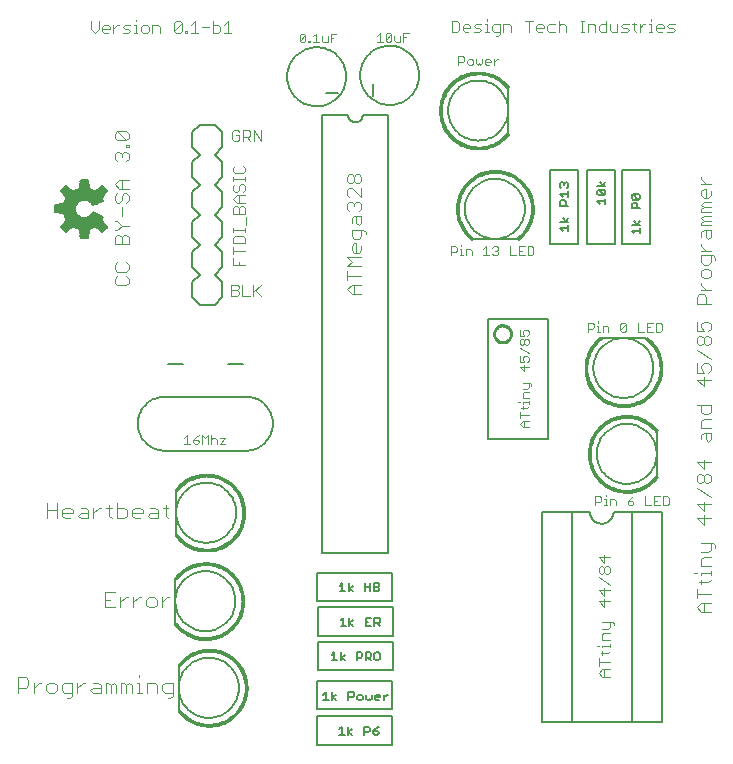
<source format=gto>
G75*
G70*
%OFA0B0*%
%FSLAX24Y24*%
%IPPOS*%
%LPD*%
%AMOC8*
5,1,8,0,0,1.08239X$1,22.5*
%
%ADD10C,0.0040*%
%ADD11C,0.0030*%
%ADD12C,0.0060*%
%ADD13C,0.0080*%
%ADD14C,0.0100*%
%ADD15C,0.0010*%
%ADD16C,0.0050*%
%ADD17C,0.0059*%
D10*
X002091Y003390D02*
X002178Y003390D01*
X002265Y003477D01*
X002265Y003910D01*
X002004Y003910D01*
X001918Y003824D01*
X001918Y003650D01*
X002004Y003563D01*
X002265Y003563D01*
X002433Y003563D02*
X002433Y003910D01*
X002433Y003737D02*
X002607Y003910D01*
X002694Y003910D01*
X002950Y003910D02*
X003123Y003910D01*
X003210Y003824D01*
X003210Y003563D01*
X002950Y003563D01*
X002863Y003650D01*
X002950Y003737D01*
X003210Y003737D01*
X003379Y003910D02*
X003465Y003910D01*
X003552Y003824D01*
X003639Y003910D01*
X003726Y003824D01*
X003726Y003563D01*
X003894Y003563D02*
X003894Y003910D01*
X003981Y003910D01*
X004068Y003824D01*
X004154Y003910D01*
X004241Y003824D01*
X004241Y003563D01*
X004410Y003563D02*
X004583Y003563D01*
X004497Y003563D02*
X004497Y003910D01*
X004410Y003910D01*
X004497Y004084D02*
X004497Y004171D01*
X004754Y003910D02*
X005014Y003910D01*
X005101Y003824D01*
X005101Y003563D01*
X005269Y003650D02*
X005269Y003824D01*
X005356Y003910D01*
X005616Y003910D01*
X005616Y003477D01*
X005529Y003390D01*
X005443Y003390D01*
X005356Y003563D02*
X005616Y003563D01*
X005356Y003563D02*
X005269Y003650D01*
X004754Y003563D02*
X004754Y003910D01*
X004068Y003824D02*
X004068Y003563D01*
X003552Y003563D02*
X003552Y003824D01*
X003379Y003910D02*
X003379Y003563D01*
X001749Y003650D02*
X001749Y003824D01*
X001662Y003910D01*
X001489Y003910D01*
X001402Y003824D01*
X001402Y003650D01*
X001489Y003563D01*
X001662Y003563D01*
X001749Y003650D01*
X001233Y003910D02*
X001146Y003910D01*
X000972Y003737D01*
X000972Y003910D02*
X000972Y003563D01*
X000717Y003737D02*
X000457Y003737D01*
X000457Y003563D02*
X000457Y004084D01*
X000717Y004084D01*
X000804Y003997D01*
X000804Y003824D01*
X000717Y003737D01*
X003354Y006416D02*
X003701Y006416D01*
X003869Y006416D02*
X003869Y006763D01*
X003869Y006589D02*
X004043Y006763D01*
X004129Y006763D01*
X004299Y006763D02*
X004299Y006416D01*
X004299Y006589D02*
X004472Y006763D01*
X004559Y006763D01*
X004729Y006676D02*
X004729Y006502D01*
X004815Y006416D01*
X004989Y006416D01*
X005076Y006502D01*
X005076Y006676D01*
X004989Y006763D01*
X004815Y006763D01*
X004729Y006676D01*
X005244Y006763D02*
X005244Y006416D01*
X005244Y006589D02*
X005418Y006763D01*
X005504Y006763D01*
X003701Y006936D02*
X003354Y006936D01*
X003354Y006416D01*
X003354Y006676D02*
X003527Y006676D01*
X003572Y009386D02*
X003486Y009473D01*
X003486Y009820D01*
X003572Y009733D02*
X003399Y009733D01*
X003229Y009733D02*
X003143Y009733D01*
X002969Y009559D01*
X002801Y009559D02*
X002540Y009559D01*
X002454Y009473D01*
X002540Y009386D01*
X002801Y009386D01*
X002801Y009646D01*
X002714Y009733D01*
X002540Y009733D01*
X002285Y009646D02*
X002285Y009559D01*
X001938Y009559D01*
X001938Y009473D02*
X001938Y009646D01*
X002025Y009733D01*
X002198Y009733D01*
X002285Y009646D01*
X002198Y009386D02*
X002025Y009386D01*
X001938Y009473D01*
X001769Y009386D02*
X001769Y009906D01*
X001769Y009646D02*
X001422Y009646D01*
X001422Y009386D02*
X001422Y009906D01*
X002969Y009733D02*
X002969Y009386D01*
X003743Y009386D02*
X004003Y009386D01*
X004090Y009473D01*
X004090Y009646D01*
X004003Y009733D01*
X003743Y009733D01*
X003743Y009906D02*
X003743Y009386D01*
X004258Y009473D02*
X004258Y009646D01*
X004345Y009733D01*
X004519Y009733D01*
X004605Y009646D01*
X004605Y009559D01*
X004258Y009559D01*
X004258Y009473D02*
X004345Y009386D01*
X004519Y009386D01*
X004774Y009473D02*
X004861Y009559D01*
X005121Y009559D01*
X005121Y009646D02*
X005121Y009386D01*
X004861Y009386D01*
X004774Y009473D01*
X004861Y009733D02*
X005034Y009733D01*
X005121Y009646D01*
X005290Y009733D02*
X005463Y009733D01*
X005376Y009820D02*
X005376Y009473D01*
X005463Y009386D01*
X011580Y016863D02*
X011426Y017017D01*
X011580Y017170D01*
X011886Y017170D01*
X011656Y017170D02*
X011656Y016863D01*
X011580Y016863D02*
X011886Y016863D01*
X011886Y017477D02*
X011426Y017477D01*
X011426Y017324D02*
X011426Y017630D01*
X011426Y017784D02*
X011580Y017937D01*
X011426Y018091D01*
X011886Y018091D01*
X011810Y018244D02*
X011656Y018244D01*
X011580Y018321D01*
X011580Y018474D01*
X011656Y018551D01*
X011733Y018551D01*
X011733Y018244D01*
X011810Y018244D02*
X011886Y018321D01*
X011886Y018474D01*
X011810Y018705D02*
X011656Y018705D01*
X011580Y018781D01*
X011580Y019011D01*
X011963Y019011D01*
X012040Y018935D01*
X012040Y018858D01*
X011886Y018781D02*
X011886Y019011D01*
X011810Y019165D02*
X011733Y019242D01*
X011733Y019472D01*
X011656Y019472D02*
X011886Y019472D01*
X011886Y019242D01*
X011810Y019165D01*
X011580Y019242D02*
X011580Y019395D01*
X011656Y019472D01*
X011503Y019625D02*
X011426Y019702D01*
X011426Y019855D01*
X011503Y019932D01*
X011580Y019932D01*
X011656Y019855D01*
X011733Y019932D01*
X011810Y019932D01*
X011886Y019855D01*
X011886Y019702D01*
X011810Y019625D01*
X011656Y019779D02*
X011656Y019855D01*
X011503Y020086D02*
X011426Y020162D01*
X011426Y020316D01*
X011503Y020393D01*
X011580Y020393D01*
X011886Y020086D01*
X011886Y020393D01*
X011810Y020546D02*
X011733Y020546D01*
X011656Y020623D01*
X011656Y020776D01*
X011733Y020853D01*
X011810Y020853D01*
X011886Y020776D01*
X011886Y020623D01*
X011810Y020546D01*
X011656Y020623D02*
X011580Y020546D01*
X011503Y020546D01*
X011426Y020623D01*
X011426Y020776D01*
X011503Y020853D01*
X011580Y020853D01*
X011656Y020776D01*
X011886Y018781D02*
X011810Y018705D01*
X011886Y017784D02*
X011426Y017784D01*
X004140Y017684D02*
X004140Y017837D01*
X004063Y017914D01*
X004140Y017684D02*
X004063Y017607D01*
X003757Y017607D01*
X003680Y017684D01*
X003680Y017837D01*
X003757Y017914D01*
X003757Y017454D02*
X003680Y017377D01*
X003680Y017223D01*
X003757Y017147D01*
X004063Y017147D01*
X004140Y017223D01*
X004140Y017377D01*
X004063Y017454D01*
X004140Y018528D02*
X003680Y018528D01*
X003680Y018758D01*
X003757Y018835D01*
X003833Y018835D01*
X003910Y018758D01*
X003910Y018528D01*
X003910Y018758D02*
X003987Y018835D01*
X004063Y018835D01*
X004140Y018758D01*
X004140Y018528D01*
X003757Y018988D02*
X003680Y018988D01*
X003757Y018988D02*
X003910Y019142D01*
X004140Y019142D01*
X003910Y019142D02*
X003757Y019295D01*
X003680Y019295D01*
X003910Y019449D02*
X003910Y019755D01*
X003833Y019909D02*
X003910Y019986D01*
X003910Y020139D01*
X003987Y020216D01*
X004063Y020216D01*
X004140Y020139D01*
X004140Y019986D01*
X004063Y019909D01*
X003833Y019909D02*
X003757Y019909D01*
X003680Y019986D01*
X003680Y020139D01*
X003757Y020216D01*
X003833Y020369D02*
X003680Y020523D01*
X003833Y020676D01*
X004140Y020676D01*
X003910Y020676D02*
X003910Y020369D01*
X003833Y020369D02*
X004140Y020369D01*
X004063Y021290D02*
X004140Y021367D01*
X004140Y021520D01*
X004063Y021597D01*
X003987Y021597D01*
X003910Y021520D01*
X003910Y021443D01*
X003910Y021520D02*
X003833Y021597D01*
X003757Y021597D01*
X003680Y021520D01*
X003680Y021367D01*
X003757Y021290D01*
X004063Y021750D02*
X004063Y021827D01*
X004140Y021827D01*
X004140Y021750D01*
X004063Y021750D01*
X004063Y021980D02*
X003757Y021980D01*
X003680Y022057D01*
X003680Y022211D01*
X003757Y022287D01*
X004063Y021980D01*
X004140Y022057D01*
X004140Y022211D01*
X004063Y022287D01*
X003757Y022287D01*
X023079Y016771D02*
X023079Y016541D01*
X023540Y016541D01*
X023386Y016541D02*
X023386Y016771D01*
X023310Y016848D01*
X023156Y016848D01*
X023079Y016771D01*
X023233Y017001D02*
X023540Y017001D01*
X023386Y017001D02*
X023233Y017155D01*
X023233Y017232D01*
X023310Y017385D02*
X023463Y017385D01*
X023540Y017462D01*
X023540Y017615D01*
X023463Y017692D01*
X023310Y017692D01*
X023233Y017615D01*
X023233Y017462D01*
X023310Y017385D01*
X023310Y017845D02*
X023463Y017845D01*
X023540Y017922D01*
X023540Y018152D01*
X023616Y018152D02*
X023693Y018076D01*
X023693Y017999D01*
X023616Y018152D02*
X023233Y018152D01*
X023233Y017922D01*
X023310Y017845D01*
X023386Y018306D02*
X023233Y018459D01*
X023233Y018536D01*
X023233Y018306D02*
X023540Y018306D01*
X023463Y018689D02*
X023386Y018766D01*
X023386Y018996D01*
X023310Y018996D02*
X023540Y018996D01*
X023540Y018766D01*
X023463Y018689D01*
X023233Y018766D02*
X023233Y018920D01*
X023310Y018996D01*
X023233Y019150D02*
X023233Y019226D01*
X023310Y019303D01*
X023233Y019380D01*
X023310Y019457D01*
X023540Y019457D01*
X023540Y019610D02*
X023233Y019610D01*
X023233Y019687D01*
X023310Y019764D01*
X023233Y019840D01*
X023310Y019917D01*
X023540Y019917D01*
X023540Y019764D02*
X023310Y019764D01*
X023310Y020071D02*
X023233Y020147D01*
X023233Y020301D01*
X023310Y020377D01*
X023386Y020377D01*
X023386Y020071D01*
X023310Y020071D02*
X023463Y020071D01*
X023540Y020147D01*
X023540Y020301D01*
X023540Y020531D02*
X023233Y020531D01*
X023386Y020531D02*
X023233Y020684D01*
X023233Y020761D01*
X023310Y019303D02*
X023540Y019303D01*
X023540Y019150D02*
X023233Y019150D01*
X023310Y015927D02*
X023463Y015927D01*
X023540Y015851D01*
X023540Y015697D01*
X023463Y015620D01*
X023463Y015467D02*
X023540Y015390D01*
X023540Y015237D01*
X023463Y015160D01*
X023386Y015160D01*
X023310Y015237D01*
X023310Y015390D01*
X023386Y015467D01*
X023463Y015467D01*
X023310Y015390D02*
X023233Y015467D01*
X023156Y015467D01*
X023079Y015390D01*
X023079Y015237D01*
X023156Y015160D01*
X023233Y015160D01*
X023310Y015237D01*
X023079Y015007D02*
X023540Y014700D01*
X023463Y014546D02*
X023310Y014546D01*
X023233Y014470D01*
X023233Y014393D01*
X023310Y014239D01*
X023079Y014239D01*
X023079Y014546D01*
X023463Y014546D02*
X023540Y014470D01*
X023540Y014316D01*
X023463Y014239D01*
X023310Y014086D02*
X023310Y013779D01*
X023079Y014009D01*
X023540Y014009D01*
X023540Y013165D02*
X023079Y013165D01*
X023233Y013165D02*
X023233Y012935D01*
X023310Y012858D01*
X023463Y012858D01*
X023540Y012935D01*
X023540Y013165D01*
X023540Y012705D02*
X023310Y012705D01*
X023233Y012628D01*
X023233Y012398D01*
X023540Y012398D01*
X023540Y012244D02*
X023540Y012014D01*
X023463Y011938D01*
X023386Y012014D01*
X023386Y012244D01*
X023310Y012244D02*
X023540Y012244D01*
X023310Y012244D02*
X023233Y012168D01*
X023233Y012014D01*
X023310Y011324D02*
X023310Y011017D01*
X023079Y011247D01*
X023540Y011247D01*
X023463Y010863D02*
X023540Y010787D01*
X023540Y010633D01*
X023463Y010557D01*
X023386Y010557D01*
X023310Y010633D01*
X023310Y010787D01*
X023386Y010863D01*
X023463Y010863D01*
X023310Y010787D02*
X023233Y010863D01*
X023156Y010863D01*
X023079Y010787D01*
X023079Y010633D01*
X023156Y010557D01*
X023233Y010557D01*
X023310Y010633D01*
X023079Y010403D02*
X023540Y010096D01*
X023540Y009866D02*
X023079Y009866D01*
X023310Y009636D01*
X023310Y009943D01*
X023310Y009482D02*
X023310Y009175D01*
X023079Y009406D01*
X023540Y009406D01*
X023540Y008562D02*
X023540Y008331D01*
X023463Y008255D01*
X023233Y008255D01*
X023310Y008101D02*
X023540Y008101D01*
X023310Y008101D02*
X023233Y008025D01*
X023233Y007794D01*
X023540Y007794D01*
X023540Y007641D02*
X023540Y007488D01*
X023540Y007564D02*
X023233Y007564D01*
X023233Y007488D01*
X023233Y007334D02*
X023233Y007181D01*
X023156Y007257D02*
X023463Y007257D01*
X023540Y007334D01*
X023540Y006874D02*
X023079Y006874D01*
X023079Y007027D02*
X023079Y006720D01*
X023233Y006567D02*
X023079Y006413D01*
X023233Y006260D01*
X023540Y006260D01*
X023310Y006260D02*
X023310Y006567D01*
X023233Y006567D02*
X023540Y006567D01*
X023079Y007564D02*
X023003Y007564D01*
X023693Y008408D02*
X023693Y008485D01*
X023616Y008562D01*
X023233Y008562D01*
X023310Y015620D02*
X023079Y015620D01*
X023079Y015927D01*
X023233Y015851D02*
X023310Y015927D01*
X023233Y015851D02*
X023233Y015774D01*
X023310Y015620D01*
D11*
X021906Y015656D02*
X021906Y015849D01*
X021858Y015897D01*
X021713Y015897D01*
X021713Y015607D01*
X021858Y015607D01*
X021906Y015656D01*
X021612Y015607D02*
X021418Y015607D01*
X021418Y015897D01*
X021612Y015897D01*
X021515Y015752D02*
X021418Y015752D01*
X021317Y015607D02*
X021124Y015607D01*
X021124Y015897D01*
X020728Y015849D02*
X020728Y015656D01*
X020679Y015607D01*
X020583Y015607D01*
X020534Y015656D01*
X020728Y015849D01*
X020679Y015897D01*
X020583Y015897D01*
X020534Y015849D01*
X020534Y015656D01*
X020138Y015607D02*
X020138Y015752D01*
X020090Y015801D01*
X019945Y015801D01*
X019945Y015607D01*
X019845Y015607D02*
X019749Y015607D01*
X019797Y015607D02*
X019797Y015801D01*
X019749Y015801D01*
X019797Y015897D02*
X019797Y015946D01*
X019647Y015849D02*
X019647Y015752D01*
X019599Y015704D01*
X019454Y015704D01*
X019454Y015607D02*
X019454Y015897D01*
X019599Y015897D01*
X019647Y015849D01*
X017474Y015616D02*
X017474Y015519D01*
X017426Y015471D01*
X017329Y015471D02*
X017280Y015568D01*
X017280Y015616D01*
X017329Y015665D01*
X017426Y015665D01*
X017474Y015616D01*
X017329Y015471D02*
X017184Y015471D01*
X017184Y015665D01*
X017232Y015370D02*
X017184Y015322D01*
X017184Y015225D01*
X017232Y015176D01*
X017280Y015176D01*
X017329Y015225D01*
X017329Y015322D01*
X017377Y015370D01*
X017426Y015370D01*
X017474Y015322D01*
X017474Y015225D01*
X017426Y015176D01*
X017377Y015176D01*
X017329Y015225D01*
X017329Y015322D02*
X017280Y015370D01*
X017232Y015370D01*
X017184Y015075D02*
X017474Y014882D01*
X017426Y014781D02*
X017474Y014732D01*
X017474Y014636D01*
X017426Y014587D01*
X017329Y014587D02*
X017280Y014684D01*
X017280Y014732D01*
X017329Y014781D01*
X017426Y014781D01*
X017329Y014587D02*
X017184Y014587D01*
X017184Y014781D01*
X017329Y014486D02*
X017329Y014293D01*
X017184Y014438D01*
X017474Y014438D01*
X017474Y013897D02*
X017474Y013752D01*
X017426Y013703D01*
X017280Y013703D01*
X017329Y013602D02*
X017474Y013602D01*
X017329Y013602D02*
X017280Y013554D01*
X017280Y013409D01*
X017474Y013409D01*
X017474Y013309D02*
X017474Y013212D01*
X017474Y013261D02*
X017280Y013261D01*
X017280Y013212D01*
X017280Y013113D02*
X017280Y013016D01*
X017232Y013064D02*
X017426Y013064D01*
X017474Y013113D01*
X017474Y012818D02*
X017184Y012818D01*
X017184Y012721D02*
X017184Y012915D01*
X017280Y012620D02*
X017184Y012523D01*
X017280Y012426D01*
X017474Y012426D01*
X017329Y012426D02*
X017329Y012620D01*
X017280Y012620D02*
X017474Y012620D01*
X017184Y013261D02*
X017135Y013261D01*
X017571Y013800D02*
X017571Y013848D01*
X017522Y013897D01*
X017280Y013897D01*
X019696Y010120D02*
X019841Y010120D01*
X019890Y010072D01*
X019890Y009975D01*
X019841Y009926D01*
X019696Y009926D01*
X019696Y009830D02*
X019696Y010120D01*
X019991Y010023D02*
X020039Y010023D01*
X020039Y009830D01*
X019991Y009830D02*
X020088Y009830D01*
X020187Y009830D02*
X020187Y010023D01*
X020332Y010023D01*
X020381Y009975D01*
X020381Y009830D01*
X020777Y009878D02*
X020825Y009830D01*
X020922Y009830D01*
X020970Y009878D01*
X020970Y009926D01*
X020922Y009975D01*
X020777Y009975D01*
X020777Y009878D01*
X020777Y009975D02*
X020873Y010072D01*
X020970Y010120D01*
X021366Y010120D02*
X021366Y009830D01*
X021559Y009830D01*
X021661Y009830D02*
X021854Y009830D01*
X021955Y009830D02*
X022100Y009830D01*
X022149Y009878D01*
X022149Y010072D01*
X022100Y010120D01*
X021955Y010120D01*
X021955Y009830D01*
X021757Y009975D02*
X021661Y009975D01*
X021661Y010120D02*
X021661Y009830D01*
X021661Y010120D02*
X021854Y010120D01*
X020039Y010168D02*
X020039Y010120D01*
X019996Y008153D02*
X019996Y007906D01*
X019811Y008091D01*
X020181Y008091D01*
X020120Y007785D02*
X020181Y007723D01*
X020181Y007600D01*
X020120Y007538D01*
X020058Y007538D01*
X019996Y007600D01*
X019996Y007723D01*
X020058Y007785D01*
X020120Y007785D01*
X019996Y007723D02*
X019935Y007785D01*
X019873Y007785D01*
X019811Y007723D01*
X019811Y007600D01*
X019873Y007538D01*
X019935Y007538D01*
X019996Y007600D01*
X019811Y007417D02*
X020181Y007170D01*
X020181Y006987D02*
X019811Y006987D01*
X019996Y006801D01*
X019996Y007048D01*
X019996Y006680D02*
X019996Y006433D01*
X019811Y006618D01*
X020181Y006618D01*
X020181Y005943D02*
X020181Y005758D01*
X020120Y005696D01*
X019935Y005696D01*
X019996Y005575D02*
X020181Y005575D01*
X019996Y005575D02*
X019935Y005513D01*
X019935Y005328D01*
X020181Y005328D01*
X020181Y005206D02*
X020181Y005083D01*
X020181Y005144D02*
X019935Y005144D01*
X019935Y005083D01*
X019935Y004961D02*
X019935Y004837D01*
X019873Y004899D02*
X020120Y004899D01*
X020181Y004961D01*
X020181Y004592D02*
X019811Y004592D01*
X019811Y004469D02*
X019811Y004716D01*
X019935Y004347D02*
X020181Y004347D01*
X019996Y004347D02*
X019996Y004101D01*
X019935Y004101D02*
X019811Y004224D01*
X019935Y004347D01*
X019935Y004101D02*
X020181Y004101D01*
X019811Y005144D02*
X019749Y005144D01*
X020305Y005820D02*
X020305Y005882D01*
X020243Y005943D01*
X019935Y005943D01*
X017587Y018156D02*
X017442Y018156D01*
X017442Y018447D01*
X017587Y018447D01*
X017635Y018398D01*
X017635Y018205D01*
X017587Y018156D01*
X017341Y018156D02*
X017147Y018156D01*
X017147Y018447D01*
X017341Y018447D01*
X017244Y018301D02*
X017147Y018301D01*
X017046Y018156D02*
X016853Y018156D01*
X016853Y018447D01*
X016457Y018398D02*
X016457Y018350D01*
X016408Y018301D01*
X016457Y018253D01*
X016457Y018205D01*
X016408Y018156D01*
X016312Y018156D01*
X016263Y018205D01*
X016162Y018156D02*
X015969Y018156D01*
X016065Y018156D02*
X016065Y018447D01*
X015969Y018350D01*
X015573Y018301D02*
X015573Y018156D01*
X015573Y018301D02*
X015524Y018350D01*
X015379Y018350D01*
X015379Y018156D01*
X015280Y018156D02*
X015183Y018156D01*
X015231Y018156D02*
X015231Y018350D01*
X015183Y018350D01*
X015231Y018447D02*
X015231Y018495D01*
X015082Y018398D02*
X015082Y018301D01*
X015033Y018253D01*
X014888Y018253D01*
X014888Y018156D02*
X014888Y018447D01*
X015033Y018447D01*
X015082Y018398D01*
X016263Y018398D02*
X016312Y018447D01*
X016408Y018447D01*
X016457Y018398D01*
X016408Y018301D02*
X016360Y018301D01*
X016316Y024500D02*
X016316Y024694D01*
X016412Y024694D02*
X016461Y024694D01*
X016412Y024694D02*
X016316Y024597D01*
X016214Y024597D02*
X016021Y024597D01*
X016021Y024645D02*
X016069Y024694D01*
X016166Y024694D01*
X016214Y024645D01*
X016214Y024597D01*
X016166Y024500D02*
X016069Y024500D01*
X016021Y024549D01*
X016021Y024645D01*
X015920Y024694D02*
X015920Y024549D01*
X015871Y024500D01*
X015823Y024549D01*
X015775Y024500D01*
X015726Y024549D01*
X015726Y024694D01*
X015625Y024645D02*
X015577Y024694D01*
X015480Y024694D01*
X015432Y024645D01*
X015432Y024549D01*
X015480Y024500D01*
X015577Y024500D01*
X015625Y024549D01*
X015625Y024645D01*
X015330Y024645D02*
X015282Y024597D01*
X015137Y024597D01*
X015137Y024500D02*
X015137Y024790D01*
X015282Y024790D01*
X015330Y024742D01*
X015330Y024645D01*
X015342Y025599D02*
X015281Y025661D01*
X015281Y025784D01*
X015342Y025846D01*
X015466Y025846D01*
X015528Y025784D01*
X015528Y025723D01*
X015281Y025723D01*
X015159Y025661D02*
X015159Y025908D01*
X015098Y025969D01*
X014912Y025969D01*
X014912Y025599D01*
X015098Y025599D01*
X015159Y025661D01*
X015342Y025599D02*
X015466Y025599D01*
X015649Y025599D02*
X015834Y025599D01*
X015896Y025661D01*
X015834Y025723D01*
X015711Y025723D01*
X015649Y025784D01*
X015711Y025846D01*
X015896Y025846D01*
X016017Y025846D02*
X016079Y025846D01*
X016079Y025599D01*
X016017Y025599D02*
X016141Y025599D01*
X016263Y025661D02*
X016325Y025599D01*
X016510Y025599D01*
X016510Y025537D02*
X016448Y025476D01*
X016386Y025476D01*
X016510Y025537D02*
X016510Y025846D01*
X016325Y025846D01*
X016263Y025784D01*
X016263Y025661D01*
X016079Y025969D02*
X016079Y026031D01*
X016631Y025846D02*
X016631Y025599D01*
X016631Y025846D02*
X016816Y025846D01*
X016878Y025784D01*
X016878Y025599D01*
X017368Y025969D02*
X017615Y025969D01*
X017491Y025969D02*
X017491Y025599D01*
X017736Y025661D02*
X017736Y025784D01*
X017798Y025846D01*
X017921Y025846D01*
X017983Y025784D01*
X017983Y025723D01*
X017736Y025723D01*
X017736Y025661D02*
X017798Y025599D01*
X017921Y025599D01*
X018104Y025661D02*
X018166Y025599D01*
X018351Y025599D01*
X018473Y025599D02*
X018473Y025969D01*
X018534Y025846D02*
X018658Y025846D01*
X018720Y025784D01*
X018720Y025599D01*
X018473Y025784D02*
X018534Y025846D01*
X018351Y025846D02*
X018166Y025846D01*
X018104Y025784D01*
X018104Y025661D01*
X019209Y025599D02*
X019333Y025599D01*
X019271Y025599D02*
X019271Y025969D01*
X019209Y025969D02*
X019333Y025969D01*
X019455Y025846D02*
X019455Y025599D01*
X019702Y025599D02*
X019702Y025784D01*
X019640Y025846D01*
X019455Y025846D01*
X019823Y025784D02*
X019885Y025846D01*
X020070Y025846D01*
X020191Y025846D02*
X020191Y025661D01*
X020253Y025599D01*
X020438Y025599D01*
X020438Y025846D01*
X020560Y025784D02*
X020621Y025846D01*
X020807Y025846D01*
X020928Y025846D02*
X021051Y025846D01*
X020990Y025908D02*
X020990Y025661D01*
X021051Y025599D01*
X021174Y025599D02*
X021174Y025846D01*
X021297Y025846D02*
X021359Y025846D01*
X021297Y025846D02*
X021174Y025723D01*
X021480Y025846D02*
X021542Y025846D01*
X021542Y025599D01*
X021480Y025599D02*
X021604Y025599D01*
X021726Y025661D02*
X021726Y025784D01*
X021788Y025846D01*
X021911Y025846D01*
X021973Y025784D01*
X021973Y025723D01*
X021726Y025723D01*
X021726Y025661D02*
X021788Y025599D01*
X021911Y025599D01*
X022094Y025599D02*
X022279Y025599D01*
X022341Y025661D01*
X022279Y025723D01*
X022156Y025723D01*
X022094Y025784D01*
X022156Y025846D01*
X022341Y025846D01*
X021542Y025969D02*
X021542Y026031D01*
X020807Y025661D02*
X020745Y025723D01*
X020621Y025723D01*
X020560Y025784D01*
X020560Y025599D02*
X020745Y025599D01*
X020807Y025661D01*
X020070Y025599D02*
X019885Y025599D01*
X019823Y025661D01*
X019823Y025784D01*
X020070Y025969D02*
X020070Y025599D01*
X013492Y025568D02*
X013299Y025568D01*
X013299Y025278D01*
X013198Y025278D02*
X013198Y025472D01*
X013299Y025423D02*
X013396Y025423D01*
X013198Y025278D02*
X013053Y025278D01*
X013004Y025326D01*
X013004Y025472D01*
X012903Y025520D02*
X012710Y025326D01*
X012758Y025278D01*
X012855Y025278D01*
X012903Y025326D01*
X012903Y025520D01*
X012855Y025568D01*
X012758Y025568D01*
X012710Y025520D01*
X012710Y025326D01*
X012609Y025278D02*
X012415Y025278D01*
X012512Y025278D02*
X012512Y025568D01*
X012415Y025472D01*
X011067Y025545D02*
X010873Y025545D01*
X010873Y025255D01*
X010772Y025255D02*
X010772Y025448D01*
X010873Y025400D02*
X010970Y025400D01*
X010772Y025255D02*
X010627Y025255D01*
X010579Y025303D01*
X010579Y025448D01*
X010477Y025255D02*
X010284Y025255D01*
X010381Y025255D02*
X010381Y025545D01*
X010284Y025448D01*
X010185Y025303D02*
X010185Y025255D01*
X010137Y025255D01*
X010137Y025303D01*
X010185Y025303D01*
X010035Y025303D02*
X009987Y025255D01*
X009890Y025255D01*
X009842Y025303D01*
X010035Y025496D01*
X010035Y025303D01*
X009842Y025303D02*
X009842Y025496D01*
X009890Y025545D01*
X009987Y025545D01*
X010035Y025496D01*
X007568Y025576D02*
X007321Y025576D01*
X007444Y025576D02*
X007444Y025946D01*
X007321Y025822D01*
X007199Y025761D02*
X007138Y025822D01*
X006952Y025822D01*
X006952Y025946D02*
X006952Y025576D01*
X007138Y025576D01*
X007199Y025637D01*
X007199Y025761D01*
X006831Y025761D02*
X006584Y025761D01*
X006463Y025576D02*
X006216Y025576D01*
X006093Y025576D02*
X006032Y025576D01*
X006032Y025637D01*
X006093Y025637D01*
X006093Y025576D01*
X005910Y025637D02*
X005849Y025576D01*
X005725Y025576D01*
X005663Y025637D01*
X005910Y025884D01*
X005910Y025637D01*
X005663Y025637D02*
X005663Y025884D01*
X005725Y025946D01*
X005849Y025946D01*
X005910Y025884D01*
X006216Y025822D02*
X006339Y025946D01*
X006339Y025576D01*
X005174Y025576D02*
X005174Y025761D01*
X005112Y025822D01*
X004927Y025822D01*
X004927Y025576D01*
X004805Y025637D02*
X004805Y025761D01*
X004744Y025822D01*
X004620Y025822D01*
X004558Y025761D01*
X004558Y025637D01*
X004620Y025576D01*
X004744Y025576D01*
X004805Y025637D01*
X004436Y025576D02*
X004313Y025576D01*
X004375Y025576D02*
X004375Y025822D01*
X004313Y025822D01*
X004191Y025822D02*
X004006Y025822D01*
X003945Y025761D01*
X004006Y025699D01*
X004130Y025699D01*
X004191Y025637D01*
X004130Y025576D01*
X003945Y025576D01*
X003823Y025822D02*
X003761Y025822D01*
X003638Y025699D01*
X003516Y025699D02*
X003269Y025699D01*
X003269Y025761D02*
X003331Y025822D01*
X003455Y025822D01*
X003516Y025761D01*
X003516Y025699D01*
X003455Y025576D02*
X003331Y025576D01*
X003269Y025637D01*
X003269Y025761D01*
X003148Y025699D02*
X003148Y025946D01*
X002901Y025946D02*
X002901Y025699D01*
X003025Y025576D01*
X003148Y025699D01*
X003638Y025576D02*
X003638Y025822D01*
X004375Y025946D02*
X004375Y026008D01*
X007650Y022338D02*
X007588Y022277D01*
X007588Y022030D01*
X007650Y021968D01*
X007773Y021968D01*
X007835Y022030D01*
X007835Y022153D01*
X007711Y022153D01*
X007835Y022277D02*
X007773Y022338D01*
X007650Y022338D01*
X007956Y022338D02*
X007956Y021968D01*
X007956Y022091D02*
X008141Y022091D01*
X008203Y022153D01*
X008203Y022277D01*
X008141Y022338D01*
X007956Y022338D01*
X008080Y022091D02*
X008203Y021968D01*
X008325Y021968D02*
X008325Y022338D01*
X008571Y021968D01*
X008571Y022338D01*
X007944Y021135D02*
X008005Y021074D01*
X008005Y020950D01*
X007944Y020888D01*
X007697Y020888D01*
X007635Y020950D01*
X007635Y021074D01*
X007697Y021135D01*
X007635Y020766D02*
X007635Y020643D01*
X007635Y020705D02*
X008005Y020705D01*
X008005Y020766D02*
X008005Y020643D01*
X007944Y020521D02*
X008005Y020460D01*
X008005Y020336D01*
X007944Y020275D01*
X008005Y020153D02*
X007759Y020153D01*
X007635Y020030D01*
X007759Y019906D01*
X008005Y019906D01*
X007944Y019785D02*
X008005Y019723D01*
X008005Y019538D01*
X007635Y019538D01*
X007635Y019723D01*
X007697Y019785D01*
X007759Y019785D01*
X007820Y019723D01*
X007820Y019538D01*
X007820Y019723D02*
X007882Y019785D01*
X007944Y019785D01*
X007820Y019906D02*
X007820Y020153D01*
X007759Y020275D02*
X007820Y020336D01*
X007820Y020460D01*
X007882Y020521D01*
X007944Y020521D01*
X007697Y020521D02*
X007635Y020460D01*
X007635Y020336D01*
X007697Y020275D01*
X007759Y020275D01*
X008067Y019417D02*
X008067Y019170D01*
X008005Y019048D02*
X008005Y018924D01*
X008005Y018986D02*
X007635Y018986D01*
X007635Y018924D02*
X007635Y019048D01*
X007697Y018803D02*
X007635Y018741D01*
X007635Y018556D01*
X008005Y018556D01*
X008005Y018741D01*
X007944Y018803D01*
X007697Y018803D01*
X007635Y018434D02*
X007635Y018188D01*
X007635Y018066D02*
X007635Y017819D01*
X008005Y017819D01*
X007820Y017819D02*
X007820Y017943D01*
X008005Y018311D02*
X007635Y018311D01*
X007564Y017176D02*
X007750Y017176D01*
X007811Y017114D01*
X007811Y017053D01*
X007750Y016991D01*
X007564Y016991D01*
X007564Y016806D02*
X007564Y017176D01*
X007750Y016991D02*
X007811Y016929D01*
X007811Y016867D01*
X007750Y016806D01*
X007564Y016806D01*
X007933Y016806D02*
X008180Y016806D01*
X008301Y016806D02*
X008301Y017176D01*
X008363Y016991D02*
X008548Y016806D01*
X008301Y016929D02*
X008548Y017176D01*
X007933Y017176D02*
X007933Y016806D01*
X006881Y012156D02*
X006881Y011866D01*
X006780Y011866D02*
X006780Y012156D01*
X006683Y012059D01*
X006586Y012156D01*
X006586Y011866D01*
X006485Y011914D02*
X006485Y011962D01*
X006437Y012011D01*
X006292Y012011D01*
X006292Y011914D01*
X006340Y011866D01*
X006437Y011866D01*
X006485Y011914D01*
X006388Y012107D02*
X006292Y012011D01*
X006388Y012107D02*
X006485Y012156D01*
X006190Y011866D02*
X005997Y011866D01*
X006094Y011866D02*
X006094Y012156D01*
X005997Y012059D01*
X006881Y012011D02*
X006929Y012059D01*
X007026Y012059D01*
X007074Y012011D01*
X007074Y011866D01*
X007176Y011866D02*
X007369Y012059D01*
X007176Y012059D01*
X007176Y011866D02*
X007369Y011866D01*
D12*
X005729Y009574D02*
X005731Y009637D01*
X005737Y009699D01*
X005747Y009761D01*
X005760Y009823D01*
X005778Y009883D01*
X005799Y009942D01*
X005824Y010000D01*
X005853Y010056D01*
X005885Y010110D01*
X005920Y010162D01*
X005958Y010211D01*
X006000Y010259D01*
X006044Y010303D01*
X006092Y010345D01*
X006141Y010383D01*
X006193Y010418D01*
X006247Y010450D01*
X006303Y010479D01*
X006361Y010504D01*
X006420Y010525D01*
X006480Y010543D01*
X006542Y010556D01*
X006604Y010566D01*
X006666Y010572D01*
X006729Y010574D01*
X006792Y010572D01*
X006854Y010566D01*
X006916Y010556D01*
X006978Y010543D01*
X007038Y010525D01*
X007097Y010504D01*
X007155Y010479D01*
X007211Y010450D01*
X007265Y010418D01*
X007317Y010383D01*
X007366Y010345D01*
X007414Y010303D01*
X007458Y010259D01*
X007500Y010211D01*
X007538Y010162D01*
X007573Y010110D01*
X007605Y010056D01*
X007634Y010000D01*
X007659Y009942D01*
X007680Y009883D01*
X007698Y009823D01*
X007711Y009761D01*
X007721Y009699D01*
X007727Y009637D01*
X007729Y009574D01*
X007727Y009511D01*
X007721Y009449D01*
X007711Y009387D01*
X007698Y009325D01*
X007680Y009265D01*
X007659Y009206D01*
X007634Y009148D01*
X007605Y009092D01*
X007573Y009038D01*
X007538Y008986D01*
X007500Y008937D01*
X007458Y008889D01*
X007414Y008845D01*
X007366Y008803D01*
X007317Y008765D01*
X007265Y008730D01*
X007211Y008698D01*
X007155Y008669D01*
X007097Y008644D01*
X007038Y008623D01*
X006978Y008605D01*
X006916Y008592D01*
X006854Y008582D01*
X006792Y008576D01*
X006729Y008574D01*
X006666Y008576D01*
X006604Y008582D01*
X006542Y008592D01*
X006480Y008605D01*
X006420Y008623D01*
X006361Y008644D01*
X006303Y008669D01*
X006247Y008698D01*
X006193Y008730D01*
X006141Y008765D01*
X006092Y008803D01*
X006044Y008845D01*
X006000Y008889D01*
X005958Y008937D01*
X005920Y008986D01*
X005885Y009038D01*
X005853Y009092D01*
X005824Y009148D01*
X005799Y009206D01*
X005778Y009265D01*
X005760Y009325D01*
X005747Y009387D01*
X005737Y009449D01*
X005731Y009511D01*
X005729Y009574D01*
X005700Y006624D02*
X005702Y006687D01*
X005708Y006749D01*
X005718Y006811D01*
X005731Y006873D01*
X005749Y006933D01*
X005770Y006992D01*
X005795Y007050D01*
X005824Y007106D01*
X005856Y007160D01*
X005891Y007212D01*
X005929Y007261D01*
X005971Y007309D01*
X006015Y007353D01*
X006063Y007395D01*
X006112Y007433D01*
X006164Y007468D01*
X006218Y007500D01*
X006274Y007529D01*
X006332Y007554D01*
X006391Y007575D01*
X006451Y007593D01*
X006513Y007606D01*
X006575Y007616D01*
X006637Y007622D01*
X006700Y007624D01*
X006763Y007622D01*
X006825Y007616D01*
X006887Y007606D01*
X006949Y007593D01*
X007009Y007575D01*
X007068Y007554D01*
X007126Y007529D01*
X007182Y007500D01*
X007236Y007468D01*
X007288Y007433D01*
X007337Y007395D01*
X007385Y007353D01*
X007429Y007309D01*
X007471Y007261D01*
X007509Y007212D01*
X007544Y007160D01*
X007576Y007106D01*
X007605Y007050D01*
X007630Y006992D01*
X007651Y006933D01*
X007669Y006873D01*
X007682Y006811D01*
X007692Y006749D01*
X007698Y006687D01*
X007700Y006624D01*
X007698Y006561D01*
X007692Y006499D01*
X007682Y006437D01*
X007669Y006375D01*
X007651Y006315D01*
X007630Y006256D01*
X007605Y006198D01*
X007576Y006142D01*
X007544Y006088D01*
X007509Y006036D01*
X007471Y005987D01*
X007429Y005939D01*
X007385Y005895D01*
X007337Y005853D01*
X007288Y005815D01*
X007236Y005780D01*
X007182Y005748D01*
X007126Y005719D01*
X007068Y005694D01*
X007009Y005673D01*
X006949Y005655D01*
X006887Y005642D01*
X006825Y005632D01*
X006763Y005626D01*
X006700Y005624D01*
X006637Y005626D01*
X006575Y005632D01*
X006513Y005642D01*
X006451Y005655D01*
X006391Y005673D01*
X006332Y005694D01*
X006274Y005719D01*
X006218Y005748D01*
X006164Y005780D01*
X006112Y005815D01*
X006063Y005853D01*
X006015Y005895D01*
X005971Y005939D01*
X005929Y005987D01*
X005891Y006036D01*
X005856Y006088D01*
X005824Y006142D01*
X005795Y006198D01*
X005770Y006256D01*
X005749Y006315D01*
X005731Y006375D01*
X005718Y006437D01*
X005708Y006499D01*
X005702Y006561D01*
X005700Y006624D01*
X005813Y003737D02*
X005815Y003800D01*
X005821Y003862D01*
X005831Y003924D01*
X005844Y003986D01*
X005862Y004046D01*
X005883Y004105D01*
X005908Y004163D01*
X005937Y004219D01*
X005969Y004273D01*
X006004Y004325D01*
X006042Y004374D01*
X006084Y004422D01*
X006128Y004466D01*
X006176Y004508D01*
X006225Y004546D01*
X006277Y004581D01*
X006331Y004613D01*
X006387Y004642D01*
X006445Y004667D01*
X006504Y004688D01*
X006564Y004706D01*
X006626Y004719D01*
X006688Y004729D01*
X006750Y004735D01*
X006813Y004737D01*
X006876Y004735D01*
X006938Y004729D01*
X007000Y004719D01*
X007062Y004706D01*
X007122Y004688D01*
X007181Y004667D01*
X007239Y004642D01*
X007295Y004613D01*
X007349Y004581D01*
X007401Y004546D01*
X007450Y004508D01*
X007498Y004466D01*
X007542Y004422D01*
X007584Y004374D01*
X007622Y004325D01*
X007657Y004273D01*
X007689Y004219D01*
X007718Y004163D01*
X007743Y004105D01*
X007764Y004046D01*
X007782Y003986D01*
X007795Y003924D01*
X007805Y003862D01*
X007811Y003800D01*
X007813Y003737D01*
X007811Y003674D01*
X007805Y003612D01*
X007795Y003550D01*
X007782Y003488D01*
X007764Y003428D01*
X007743Y003369D01*
X007718Y003311D01*
X007689Y003255D01*
X007657Y003201D01*
X007622Y003149D01*
X007584Y003100D01*
X007542Y003052D01*
X007498Y003008D01*
X007450Y002966D01*
X007401Y002928D01*
X007349Y002893D01*
X007295Y002861D01*
X007239Y002832D01*
X007181Y002807D01*
X007122Y002786D01*
X007062Y002768D01*
X007000Y002755D01*
X006938Y002745D01*
X006876Y002739D01*
X006813Y002737D01*
X006750Y002739D01*
X006688Y002745D01*
X006626Y002755D01*
X006564Y002768D01*
X006504Y002786D01*
X006445Y002807D01*
X006387Y002832D01*
X006331Y002861D01*
X006277Y002893D01*
X006225Y002928D01*
X006176Y002966D01*
X006128Y003008D01*
X006084Y003052D01*
X006042Y003100D01*
X006004Y003149D01*
X005969Y003201D01*
X005937Y003255D01*
X005908Y003311D01*
X005883Y003369D01*
X005862Y003428D01*
X005844Y003488D01*
X005831Y003550D01*
X005821Y003612D01*
X005815Y003674D01*
X005813Y003737D01*
X010600Y008240D02*
X012800Y008240D01*
X012800Y022840D01*
X011950Y022840D01*
X011948Y022810D01*
X011943Y022780D01*
X011934Y022751D01*
X011921Y022724D01*
X011906Y022698D01*
X011887Y022674D01*
X011866Y022653D01*
X011842Y022634D01*
X011816Y022619D01*
X011789Y022606D01*
X011760Y022597D01*
X011730Y022592D01*
X011700Y022590D01*
X011670Y022592D01*
X011640Y022597D01*
X011611Y022606D01*
X011584Y022619D01*
X011558Y022634D01*
X011534Y022653D01*
X011513Y022674D01*
X011494Y022698D01*
X011479Y022724D01*
X011466Y022751D01*
X011457Y022780D01*
X011452Y022810D01*
X011450Y022840D01*
X010600Y022840D01*
X010600Y008240D01*
X017912Y009608D02*
X017912Y002608D01*
X018912Y002608D01*
X018912Y009608D01*
X019512Y009608D01*
X019514Y009569D01*
X019520Y009530D01*
X019529Y009492D01*
X019542Y009455D01*
X019559Y009419D01*
X019579Y009386D01*
X019603Y009354D01*
X019629Y009325D01*
X019658Y009299D01*
X019690Y009275D01*
X019723Y009255D01*
X019759Y009238D01*
X019796Y009225D01*
X019834Y009216D01*
X019873Y009210D01*
X019912Y009208D01*
X019951Y009210D01*
X019990Y009216D01*
X020028Y009225D01*
X020065Y009238D01*
X020101Y009255D01*
X020134Y009275D01*
X020166Y009299D01*
X020195Y009325D01*
X020221Y009354D01*
X020245Y009386D01*
X020265Y009419D01*
X020282Y009455D01*
X020295Y009492D01*
X020304Y009530D01*
X020310Y009569D01*
X020312Y009608D01*
X020912Y009608D01*
X020912Y002608D01*
X018912Y002608D01*
X020912Y002608D02*
X021912Y002608D01*
X021912Y009608D01*
X020912Y009608D01*
X019744Y011533D02*
X019746Y011596D01*
X019752Y011658D01*
X019762Y011720D01*
X019775Y011782D01*
X019793Y011842D01*
X019814Y011901D01*
X019839Y011959D01*
X019868Y012015D01*
X019900Y012069D01*
X019935Y012121D01*
X019973Y012170D01*
X020015Y012218D01*
X020059Y012262D01*
X020107Y012304D01*
X020156Y012342D01*
X020208Y012377D01*
X020262Y012409D01*
X020318Y012438D01*
X020376Y012463D01*
X020435Y012484D01*
X020495Y012502D01*
X020557Y012515D01*
X020619Y012525D01*
X020681Y012531D01*
X020744Y012533D01*
X020807Y012531D01*
X020869Y012525D01*
X020931Y012515D01*
X020993Y012502D01*
X021053Y012484D01*
X021112Y012463D01*
X021170Y012438D01*
X021226Y012409D01*
X021280Y012377D01*
X021332Y012342D01*
X021381Y012304D01*
X021429Y012262D01*
X021473Y012218D01*
X021515Y012170D01*
X021553Y012121D01*
X021588Y012069D01*
X021620Y012015D01*
X021649Y011959D01*
X021674Y011901D01*
X021695Y011842D01*
X021713Y011782D01*
X021726Y011720D01*
X021736Y011658D01*
X021742Y011596D01*
X021744Y011533D01*
X021742Y011470D01*
X021736Y011408D01*
X021726Y011346D01*
X021713Y011284D01*
X021695Y011224D01*
X021674Y011165D01*
X021649Y011107D01*
X021620Y011051D01*
X021588Y010997D01*
X021553Y010945D01*
X021515Y010896D01*
X021473Y010848D01*
X021429Y010804D01*
X021381Y010762D01*
X021332Y010724D01*
X021280Y010689D01*
X021226Y010657D01*
X021170Y010628D01*
X021112Y010603D01*
X021053Y010582D01*
X020993Y010564D01*
X020931Y010551D01*
X020869Y010541D01*
X020807Y010535D01*
X020744Y010533D01*
X020681Y010535D01*
X020619Y010541D01*
X020557Y010551D01*
X020495Y010564D01*
X020435Y010582D01*
X020376Y010603D01*
X020318Y010628D01*
X020262Y010657D01*
X020208Y010689D01*
X020156Y010724D01*
X020107Y010762D01*
X020059Y010804D01*
X020015Y010848D01*
X019973Y010896D01*
X019935Y010945D01*
X019900Y010997D01*
X019868Y011051D01*
X019839Y011107D01*
X019814Y011165D01*
X019793Y011224D01*
X019775Y011284D01*
X019762Y011346D01*
X019752Y011408D01*
X019746Y011470D01*
X019744Y011533D01*
X018912Y009608D02*
X017912Y009608D01*
X019635Y014395D02*
X019637Y014458D01*
X019643Y014520D01*
X019653Y014582D01*
X019666Y014644D01*
X019684Y014704D01*
X019705Y014763D01*
X019730Y014821D01*
X019759Y014877D01*
X019791Y014931D01*
X019826Y014983D01*
X019864Y015032D01*
X019906Y015080D01*
X019950Y015124D01*
X019998Y015166D01*
X020047Y015204D01*
X020099Y015239D01*
X020153Y015271D01*
X020209Y015300D01*
X020267Y015325D01*
X020326Y015346D01*
X020386Y015364D01*
X020448Y015377D01*
X020510Y015387D01*
X020572Y015393D01*
X020635Y015395D01*
X020698Y015393D01*
X020760Y015387D01*
X020822Y015377D01*
X020884Y015364D01*
X020944Y015346D01*
X021003Y015325D01*
X021061Y015300D01*
X021117Y015271D01*
X021171Y015239D01*
X021223Y015204D01*
X021272Y015166D01*
X021320Y015124D01*
X021364Y015080D01*
X021406Y015032D01*
X021444Y014983D01*
X021479Y014931D01*
X021511Y014877D01*
X021540Y014821D01*
X021565Y014763D01*
X021586Y014704D01*
X021604Y014644D01*
X021617Y014582D01*
X021627Y014520D01*
X021633Y014458D01*
X021635Y014395D01*
X021633Y014332D01*
X021627Y014270D01*
X021617Y014208D01*
X021604Y014146D01*
X021586Y014086D01*
X021565Y014027D01*
X021540Y013969D01*
X021511Y013913D01*
X021479Y013859D01*
X021444Y013807D01*
X021406Y013758D01*
X021364Y013710D01*
X021320Y013666D01*
X021272Y013624D01*
X021223Y013586D01*
X021171Y013551D01*
X021117Y013519D01*
X021061Y013490D01*
X021003Y013465D01*
X020944Y013444D01*
X020884Y013426D01*
X020822Y013413D01*
X020760Y013403D01*
X020698Y013397D01*
X020635Y013395D01*
X020572Y013397D01*
X020510Y013403D01*
X020448Y013413D01*
X020386Y013426D01*
X020326Y013444D01*
X020267Y013465D01*
X020209Y013490D01*
X020153Y013519D01*
X020099Y013551D01*
X020047Y013586D01*
X019998Y013624D01*
X019950Y013666D01*
X019906Y013710D01*
X019864Y013758D01*
X019826Y013807D01*
X019791Y013859D01*
X019759Y013913D01*
X019730Y013969D01*
X019705Y014027D01*
X019684Y014086D01*
X019666Y014146D01*
X019653Y014208D01*
X019643Y014270D01*
X019637Y014332D01*
X019635Y014395D01*
X015351Y019699D02*
X015353Y019762D01*
X015359Y019824D01*
X015369Y019886D01*
X015382Y019948D01*
X015400Y020008D01*
X015421Y020067D01*
X015446Y020125D01*
X015475Y020181D01*
X015507Y020235D01*
X015542Y020287D01*
X015580Y020336D01*
X015622Y020384D01*
X015666Y020428D01*
X015714Y020470D01*
X015763Y020508D01*
X015815Y020543D01*
X015869Y020575D01*
X015925Y020604D01*
X015983Y020629D01*
X016042Y020650D01*
X016102Y020668D01*
X016164Y020681D01*
X016226Y020691D01*
X016288Y020697D01*
X016351Y020699D01*
X016414Y020697D01*
X016476Y020691D01*
X016538Y020681D01*
X016600Y020668D01*
X016660Y020650D01*
X016719Y020629D01*
X016777Y020604D01*
X016833Y020575D01*
X016887Y020543D01*
X016939Y020508D01*
X016988Y020470D01*
X017036Y020428D01*
X017080Y020384D01*
X017122Y020336D01*
X017160Y020287D01*
X017195Y020235D01*
X017227Y020181D01*
X017256Y020125D01*
X017281Y020067D01*
X017302Y020008D01*
X017320Y019948D01*
X017333Y019886D01*
X017343Y019824D01*
X017349Y019762D01*
X017351Y019699D01*
X017349Y019636D01*
X017343Y019574D01*
X017333Y019512D01*
X017320Y019450D01*
X017302Y019390D01*
X017281Y019331D01*
X017256Y019273D01*
X017227Y019217D01*
X017195Y019163D01*
X017160Y019111D01*
X017122Y019062D01*
X017080Y019014D01*
X017036Y018970D01*
X016988Y018928D01*
X016939Y018890D01*
X016887Y018855D01*
X016833Y018823D01*
X016777Y018794D01*
X016719Y018769D01*
X016660Y018748D01*
X016600Y018730D01*
X016538Y018717D01*
X016476Y018707D01*
X016414Y018701D01*
X016351Y018699D01*
X016288Y018701D01*
X016226Y018707D01*
X016164Y018717D01*
X016102Y018730D01*
X016042Y018748D01*
X015983Y018769D01*
X015925Y018794D01*
X015869Y018823D01*
X015815Y018855D01*
X015763Y018890D01*
X015714Y018928D01*
X015666Y018970D01*
X015622Y019014D01*
X015580Y019062D01*
X015542Y019111D01*
X015507Y019163D01*
X015475Y019217D01*
X015446Y019273D01*
X015421Y019331D01*
X015400Y019390D01*
X015382Y019450D01*
X015369Y019512D01*
X015359Y019574D01*
X015353Y019636D01*
X015351Y019699D01*
X014790Y022978D02*
X014792Y023041D01*
X014798Y023103D01*
X014808Y023165D01*
X014821Y023227D01*
X014839Y023287D01*
X014860Y023346D01*
X014885Y023404D01*
X014914Y023460D01*
X014946Y023514D01*
X014981Y023566D01*
X015019Y023615D01*
X015061Y023663D01*
X015105Y023707D01*
X015153Y023749D01*
X015202Y023787D01*
X015254Y023822D01*
X015308Y023854D01*
X015364Y023883D01*
X015422Y023908D01*
X015481Y023929D01*
X015541Y023947D01*
X015603Y023960D01*
X015665Y023970D01*
X015727Y023976D01*
X015790Y023978D01*
X015853Y023976D01*
X015915Y023970D01*
X015977Y023960D01*
X016039Y023947D01*
X016099Y023929D01*
X016158Y023908D01*
X016216Y023883D01*
X016272Y023854D01*
X016326Y023822D01*
X016378Y023787D01*
X016427Y023749D01*
X016475Y023707D01*
X016519Y023663D01*
X016561Y023615D01*
X016599Y023566D01*
X016634Y023514D01*
X016666Y023460D01*
X016695Y023404D01*
X016720Y023346D01*
X016741Y023287D01*
X016759Y023227D01*
X016772Y023165D01*
X016782Y023103D01*
X016788Y023041D01*
X016790Y022978D01*
X016788Y022915D01*
X016782Y022853D01*
X016772Y022791D01*
X016759Y022729D01*
X016741Y022669D01*
X016720Y022610D01*
X016695Y022552D01*
X016666Y022496D01*
X016634Y022442D01*
X016599Y022390D01*
X016561Y022341D01*
X016519Y022293D01*
X016475Y022249D01*
X016427Y022207D01*
X016378Y022169D01*
X016326Y022134D01*
X016272Y022102D01*
X016216Y022073D01*
X016158Y022048D01*
X016099Y022027D01*
X016039Y022009D01*
X015977Y021996D01*
X015915Y021986D01*
X015853Y021980D01*
X015790Y021978D01*
X015727Y021980D01*
X015665Y021986D01*
X015603Y021996D01*
X015541Y022009D01*
X015481Y022027D01*
X015422Y022048D01*
X015364Y022073D01*
X015308Y022102D01*
X015254Y022134D01*
X015202Y022169D01*
X015153Y022207D01*
X015105Y022249D01*
X015061Y022293D01*
X015019Y022341D01*
X014981Y022390D01*
X014946Y022442D01*
X014914Y022496D01*
X014885Y022552D01*
X014860Y022610D01*
X014839Y022669D01*
X014821Y022729D01*
X014808Y022791D01*
X014798Y022853D01*
X014792Y022915D01*
X014790Y022978D01*
D13*
X016790Y022228D02*
X016790Y023728D01*
X018177Y021008D02*
X018177Y018528D01*
X019122Y018528D01*
X019122Y021008D01*
X018177Y021008D01*
X019421Y021007D02*
X019421Y018527D01*
X020366Y018527D01*
X020366Y021007D01*
X019421Y021007D01*
X020584Y020997D02*
X021529Y020997D01*
X021529Y018517D01*
X020584Y018517D01*
X020584Y020997D01*
X017101Y018699D02*
X015601Y018699D01*
X016107Y016033D02*
X016507Y016033D01*
X016707Y016033D01*
X016507Y016033D02*
X018107Y016033D01*
X018107Y012033D01*
X016107Y012033D01*
X016107Y016033D01*
X019885Y015395D02*
X021385Y015395D01*
X021744Y012283D02*
X021744Y010783D01*
X012918Y007572D02*
X012918Y006627D01*
X010438Y006627D01*
X010438Y007572D01*
X012918Y007572D01*
X012946Y006419D02*
X010466Y006419D01*
X010466Y005474D01*
X012946Y005474D01*
X012946Y006419D01*
X012946Y005270D02*
X010466Y005270D01*
X010466Y004325D01*
X012946Y004325D01*
X012946Y005270D01*
X012918Y003976D02*
X010438Y003976D01*
X010438Y003031D01*
X012918Y003031D01*
X012918Y003976D01*
X012906Y002787D02*
X010426Y002787D01*
X010426Y001842D01*
X012906Y001842D01*
X012906Y002787D01*
X005813Y002987D02*
X005813Y004487D01*
X005700Y005874D02*
X005700Y007374D01*
X005729Y008824D02*
X005729Y010324D01*
X005350Y011640D02*
X008050Y011640D01*
X008109Y011642D01*
X008167Y011648D01*
X008226Y011657D01*
X008283Y011671D01*
X008339Y011688D01*
X008394Y011709D01*
X008448Y011733D01*
X008500Y011761D01*
X008550Y011792D01*
X008598Y011826D01*
X008643Y011863D01*
X008686Y011904D01*
X008727Y011947D01*
X008764Y011992D01*
X008798Y012040D01*
X008829Y012090D01*
X008857Y012142D01*
X008881Y012196D01*
X008902Y012251D01*
X008919Y012307D01*
X008933Y012364D01*
X008942Y012423D01*
X008948Y012481D01*
X008950Y012540D01*
X008948Y012599D01*
X008942Y012657D01*
X008933Y012716D01*
X008919Y012773D01*
X008902Y012829D01*
X008881Y012884D01*
X008857Y012938D01*
X008829Y012990D01*
X008798Y013040D01*
X008764Y013088D01*
X008727Y013133D01*
X008686Y013176D01*
X008643Y013217D01*
X008598Y013254D01*
X008550Y013288D01*
X008500Y013319D01*
X008448Y013347D01*
X008394Y013371D01*
X008339Y013392D01*
X008283Y013409D01*
X008226Y013423D01*
X008167Y013432D01*
X008109Y013438D01*
X008050Y013440D01*
X005350Y013440D01*
X005291Y013438D01*
X005233Y013432D01*
X005174Y013423D01*
X005117Y013409D01*
X005061Y013392D01*
X005006Y013371D01*
X004952Y013347D01*
X004900Y013319D01*
X004850Y013288D01*
X004802Y013254D01*
X004757Y013217D01*
X004714Y013176D01*
X004673Y013133D01*
X004636Y013088D01*
X004602Y013040D01*
X004571Y012990D01*
X004543Y012938D01*
X004519Y012884D01*
X004498Y012829D01*
X004481Y012773D01*
X004467Y012716D01*
X004458Y012657D01*
X004452Y012599D01*
X004450Y012540D01*
X004452Y012481D01*
X004458Y012423D01*
X004467Y012364D01*
X004481Y012307D01*
X004498Y012251D01*
X004519Y012196D01*
X004543Y012142D01*
X004571Y012090D01*
X004602Y012040D01*
X004636Y011992D01*
X004673Y011947D01*
X004714Y011904D01*
X004757Y011863D01*
X004802Y011826D01*
X004850Y011792D01*
X004900Y011761D01*
X004952Y011733D01*
X005006Y011709D01*
X005061Y011688D01*
X005117Y011671D01*
X005174Y011657D01*
X005233Y011648D01*
X005291Y011642D01*
X005350Y011640D01*
X005450Y014540D02*
X005950Y014540D01*
X007450Y014540D02*
X007950Y014540D01*
X007012Y016512D02*
X006512Y016512D01*
X006262Y016762D01*
X006262Y017262D01*
X006512Y017512D01*
X006262Y017762D01*
X006262Y018262D01*
X006512Y018512D01*
X006262Y018762D01*
X006262Y019262D01*
X006512Y019512D01*
X006262Y019762D01*
X006262Y020262D01*
X006512Y020512D01*
X006262Y020762D01*
X006262Y021262D01*
X006512Y021512D01*
X006262Y021762D01*
X006262Y022262D01*
X006512Y022512D01*
X007012Y022512D01*
X007262Y022262D01*
X007262Y021762D01*
X007012Y021512D01*
X007262Y021262D01*
X007262Y020762D01*
X007012Y020512D01*
X007262Y020262D01*
X007262Y019762D01*
X007012Y019512D01*
X007262Y019262D01*
X007262Y018762D01*
X007012Y018512D01*
X007262Y018262D01*
X007262Y017762D01*
X007012Y017512D01*
X007262Y017262D01*
X007262Y016762D01*
X007012Y016512D01*
X010711Y023552D02*
X011111Y023552D01*
X009427Y024102D02*
X009429Y024164D01*
X009435Y024227D01*
X009445Y024288D01*
X009459Y024349D01*
X009476Y024409D01*
X009497Y024468D01*
X009523Y024525D01*
X009551Y024580D01*
X009583Y024634D01*
X009619Y024685D01*
X009657Y024735D01*
X009699Y024781D01*
X009743Y024825D01*
X009791Y024866D01*
X009840Y024904D01*
X009892Y024938D01*
X009946Y024969D01*
X010002Y024997D01*
X010060Y025021D01*
X010119Y025042D01*
X010179Y025058D01*
X010240Y025071D01*
X010302Y025080D01*
X010364Y025085D01*
X010427Y025086D01*
X010489Y025083D01*
X010551Y025076D01*
X010613Y025065D01*
X010673Y025050D01*
X010733Y025032D01*
X010791Y025010D01*
X010848Y024984D01*
X010903Y024954D01*
X010956Y024921D01*
X011007Y024885D01*
X011055Y024846D01*
X011101Y024803D01*
X011144Y024758D01*
X011184Y024710D01*
X011221Y024660D01*
X011255Y024607D01*
X011286Y024553D01*
X011312Y024497D01*
X011336Y024439D01*
X011355Y024379D01*
X011371Y024319D01*
X011383Y024257D01*
X011391Y024196D01*
X011395Y024133D01*
X011395Y024071D01*
X011391Y024008D01*
X011383Y023947D01*
X011371Y023885D01*
X011355Y023825D01*
X011336Y023765D01*
X011312Y023707D01*
X011286Y023651D01*
X011255Y023597D01*
X011221Y023544D01*
X011184Y023494D01*
X011144Y023446D01*
X011101Y023401D01*
X011055Y023358D01*
X011007Y023319D01*
X010956Y023283D01*
X010903Y023250D01*
X010848Y023220D01*
X010791Y023194D01*
X010733Y023172D01*
X010673Y023154D01*
X010613Y023139D01*
X010551Y023128D01*
X010489Y023121D01*
X010427Y023118D01*
X010364Y023119D01*
X010302Y023124D01*
X010240Y023133D01*
X010179Y023146D01*
X010119Y023162D01*
X010060Y023183D01*
X010002Y023207D01*
X009946Y023235D01*
X009892Y023266D01*
X009840Y023300D01*
X009791Y023338D01*
X009743Y023379D01*
X009699Y023423D01*
X009657Y023469D01*
X009619Y023519D01*
X009583Y023570D01*
X009551Y023624D01*
X009523Y023679D01*
X009497Y023736D01*
X009476Y023795D01*
X009459Y023855D01*
X009445Y023916D01*
X009435Y023977D01*
X009429Y024040D01*
X009427Y024102D01*
X012291Y023852D02*
X012291Y023452D01*
X011857Y024152D02*
X011859Y024214D01*
X011865Y024277D01*
X011875Y024338D01*
X011889Y024399D01*
X011906Y024459D01*
X011927Y024518D01*
X011953Y024575D01*
X011981Y024630D01*
X012013Y024684D01*
X012049Y024735D01*
X012087Y024785D01*
X012129Y024831D01*
X012173Y024875D01*
X012221Y024916D01*
X012270Y024954D01*
X012322Y024988D01*
X012376Y025019D01*
X012432Y025047D01*
X012490Y025071D01*
X012549Y025092D01*
X012609Y025108D01*
X012670Y025121D01*
X012732Y025130D01*
X012794Y025135D01*
X012857Y025136D01*
X012919Y025133D01*
X012981Y025126D01*
X013043Y025115D01*
X013103Y025100D01*
X013163Y025082D01*
X013221Y025060D01*
X013278Y025034D01*
X013333Y025004D01*
X013386Y024971D01*
X013437Y024935D01*
X013485Y024896D01*
X013531Y024853D01*
X013574Y024808D01*
X013614Y024760D01*
X013651Y024710D01*
X013685Y024657D01*
X013716Y024603D01*
X013742Y024547D01*
X013766Y024489D01*
X013785Y024429D01*
X013801Y024369D01*
X013813Y024307D01*
X013821Y024246D01*
X013825Y024183D01*
X013825Y024121D01*
X013821Y024058D01*
X013813Y023997D01*
X013801Y023935D01*
X013785Y023875D01*
X013766Y023815D01*
X013742Y023757D01*
X013716Y023701D01*
X013685Y023647D01*
X013651Y023594D01*
X013614Y023544D01*
X013574Y023496D01*
X013531Y023451D01*
X013485Y023408D01*
X013437Y023369D01*
X013386Y023333D01*
X013333Y023300D01*
X013278Y023270D01*
X013221Y023244D01*
X013163Y023222D01*
X013103Y023204D01*
X013043Y023189D01*
X012981Y023178D01*
X012919Y023171D01*
X012857Y023168D01*
X012794Y023169D01*
X012732Y023174D01*
X012670Y023183D01*
X012609Y023196D01*
X012549Y023212D01*
X012490Y023233D01*
X012432Y023257D01*
X012376Y023285D01*
X012322Y023316D01*
X012270Y023350D01*
X012221Y023388D01*
X012173Y023429D01*
X012129Y023473D01*
X012087Y023519D01*
X012049Y023569D01*
X012013Y023620D01*
X011981Y023674D01*
X011953Y023729D01*
X011927Y023786D01*
X011906Y023845D01*
X011889Y023905D01*
X011875Y023966D01*
X011865Y024027D01*
X011859Y024090D01*
X011857Y024152D01*
D14*
X016324Y015533D02*
X016326Y015566D01*
X016332Y015599D01*
X016342Y015632D01*
X016355Y015662D01*
X016372Y015691D01*
X016393Y015718D01*
X016416Y015742D01*
X016442Y015763D01*
X016470Y015781D01*
X016501Y015795D01*
X016532Y015806D01*
X016565Y015813D01*
X016599Y015816D01*
X016632Y015815D01*
X016665Y015810D01*
X016698Y015801D01*
X016729Y015788D01*
X016758Y015772D01*
X016785Y015753D01*
X016810Y015730D01*
X016832Y015705D01*
X016851Y015677D01*
X016866Y015647D01*
X016878Y015616D01*
X016886Y015583D01*
X016890Y015550D01*
X016890Y015516D01*
X016886Y015483D01*
X016878Y015450D01*
X016866Y015419D01*
X016851Y015389D01*
X016832Y015361D01*
X016810Y015336D01*
X016785Y015313D01*
X016758Y015294D01*
X016729Y015278D01*
X016698Y015265D01*
X016665Y015256D01*
X016632Y015251D01*
X016599Y015250D01*
X016565Y015253D01*
X016532Y015260D01*
X016501Y015271D01*
X016470Y015285D01*
X016442Y015303D01*
X016416Y015324D01*
X016393Y015348D01*
X016372Y015375D01*
X016355Y015404D01*
X016342Y015434D01*
X016332Y015467D01*
X016326Y015500D01*
X016324Y015533D01*
D15*
X017131Y018667D02*
X017077Y018739D01*
X017078Y018738D02*
X017131Y018781D01*
X017182Y018826D01*
X017230Y018875D01*
X017275Y018926D01*
X017318Y018980D01*
X017357Y019036D01*
X017393Y019094D01*
X017426Y019154D01*
X017455Y019215D01*
X017480Y019279D01*
X017502Y019343D01*
X017521Y019409D01*
X017535Y019476D01*
X017546Y019543D01*
X017553Y019611D01*
X017556Y019679D01*
X017555Y019748D01*
X017550Y019816D01*
X017542Y019884D01*
X017529Y019951D01*
X017513Y020017D01*
X017493Y020082D01*
X017470Y020147D01*
X017443Y020209D01*
X017412Y020270D01*
X017378Y020329D01*
X017341Y020387D01*
X017300Y020442D01*
X017256Y020494D01*
X017210Y020544D01*
X017161Y020591D01*
X017109Y020636D01*
X017055Y020677D01*
X016998Y020716D01*
X016939Y020751D01*
X016879Y020782D01*
X016817Y020810D01*
X016753Y020835D01*
X016688Y020856D01*
X016622Y020873D01*
X016555Y020887D01*
X016487Y020896D01*
X016419Y020902D01*
X016351Y020904D01*
X016283Y020902D01*
X016215Y020896D01*
X016147Y020887D01*
X016080Y020873D01*
X016014Y020856D01*
X015949Y020835D01*
X015885Y020810D01*
X015823Y020782D01*
X015763Y020751D01*
X015704Y020716D01*
X015647Y020677D01*
X015593Y020636D01*
X015541Y020591D01*
X015492Y020544D01*
X015446Y020494D01*
X015402Y020442D01*
X015361Y020387D01*
X015324Y020329D01*
X015290Y020270D01*
X015259Y020209D01*
X015232Y020147D01*
X015209Y020082D01*
X015189Y020017D01*
X015173Y019951D01*
X015160Y019884D01*
X015152Y019816D01*
X015147Y019748D01*
X015146Y019679D01*
X015149Y019611D01*
X015156Y019543D01*
X015167Y019476D01*
X015181Y019409D01*
X015200Y019343D01*
X015222Y019279D01*
X015247Y019215D01*
X015276Y019154D01*
X015309Y019094D01*
X015345Y019036D01*
X015384Y018980D01*
X015427Y018926D01*
X015472Y018875D01*
X015520Y018826D01*
X015571Y018781D01*
X015624Y018738D01*
X015571Y018667D01*
X015570Y018666D01*
X015515Y018710D01*
X015462Y018758D01*
X015411Y018808D01*
X015364Y018861D01*
X015320Y018916D01*
X015278Y018974D01*
X015240Y019034D01*
X015205Y019095D01*
X015174Y019159D01*
X015146Y019224D01*
X015122Y019291D01*
X015101Y019359D01*
X015085Y019428D01*
X015072Y019498D01*
X015063Y019568D01*
X015057Y019639D01*
X015056Y019710D01*
X015059Y019781D01*
X015065Y019852D01*
X015075Y019922D01*
X015089Y019991D01*
X015107Y020060D01*
X015129Y020128D01*
X015154Y020194D01*
X015183Y020259D01*
X015216Y020322D01*
X015252Y020383D01*
X015291Y020442D01*
X015333Y020499D01*
X015378Y020554D01*
X015427Y020606D01*
X015478Y020655D01*
X015531Y020702D01*
X015588Y020745D01*
X015646Y020785D01*
X015707Y020822D01*
X015769Y020856D01*
X015833Y020886D01*
X015899Y020913D01*
X015966Y020936D01*
X016035Y020955D01*
X016104Y020970D01*
X016174Y020982D01*
X016245Y020990D01*
X016316Y020994D01*
X016386Y020994D01*
X016457Y020990D01*
X016528Y020982D01*
X016598Y020970D01*
X016667Y020955D01*
X016736Y020936D01*
X016803Y020913D01*
X016869Y020886D01*
X016933Y020856D01*
X016995Y020822D01*
X017056Y020785D01*
X017114Y020745D01*
X017171Y020702D01*
X017224Y020655D01*
X017275Y020606D01*
X017324Y020554D01*
X017369Y020499D01*
X017411Y020442D01*
X017450Y020383D01*
X017486Y020322D01*
X017519Y020259D01*
X017548Y020194D01*
X017573Y020128D01*
X017595Y020060D01*
X017613Y019991D01*
X017627Y019922D01*
X017637Y019852D01*
X017643Y019781D01*
X017646Y019710D01*
X017645Y019639D01*
X017639Y019568D01*
X017630Y019498D01*
X017617Y019428D01*
X017601Y019359D01*
X017580Y019291D01*
X017556Y019224D01*
X017528Y019159D01*
X017497Y019095D01*
X017462Y019034D01*
X017424Y018974D01*
X017382Y018916D01*
X017338Y018861D01*
X017291Y018808D01*
X017240Y018758D01*
X017187Y018710D01*
X017132Y018666D01*
X017127Y018673D01*
X017182Y018718D01*
X017235Y018765D01*
X017286Y018816D01*
X017333Y018869D01*
X017378Y018925D01*
X017419Y018983D01*
X017457Y019043D01*
X017492Y019105D01*
X017523Y019169D01*
X017550Y019235D01*
X017574Y019302D01*
X017594Y019371D01*
X017611Y019440D01*
X017623Y019510D01*
X017632Y019581D01*
X017636Y019652D01*
X017637Y019723D01*
X017633Y019794D01*
X017626Y019865D01*
X017615Y019936D01*
X017600Y020005D01*
X017581Y020074D01*
X017558Y020142D01*
X017532Y020208D01*
X017502Y020273D01*
X017468Y020335D01*
X017432Y020396D01*
X017391Y020455D01*
X017348Y020512D01*
X017301Y020566D01*
X017252Y020617D01*
X017199Y020665D01*
X017145Y020711D01*
X017087Y020753D01*
X017028Y020792D01*
X016966Y020828D01*
X016903Y020861D01*
X016838Y020889D01*
X016771Y020915D01*
X016703Y020936D01*
X016634Y020954D01*
X016564Y020967D01*
X016493Y020977D01*
X016422Y020983D01*
X016351Y020985D01*
X016280Y020983D01*
X016209Y020977D01*
X016138Y020967D01*
X016068Y020954D01*
X015999Y020936D01*
X015931Y020915D01*
X015864Y020889D01*
X015799Y020861D01*
X015736Y020828D01*
X015674Y020792D01*
X015615Y020753D01*
X015557Y020711D01*
X015503Y020665D01*
X015450Y020617D01*
X015401Y020566D01*
X015354Y020512D01*
X015311Y020455D01*
X015270Y020396D01*
X015234Y020335D01*
X015200Y020273D01*
X015170Y020208D01*
X015144Y020142D01*
X015121Y020074D01*
X015102Y020005D01*
X015087Y019936D01*
X015076Y019865D01*
X015069Y019794D01*
X015065Y019723D01*
X015066Y019652D01*
X015070Y019581D01*
X015079Y019510D01*
X015091Y019440D01*
X015108Y019371D01*
X015128Y019302D01*
X015152Y019235D01*
X015179Y019169D01*
X015210Y019105D01*
X015245Y019043D01*
X015283Y018983D01*
X015324Y018925D01*
X015369Y018869D01*
X015416Y018816D01*
X015467Y018765D01*
X015520Y018718D01*
X015575Y018673D01*
X015581Y018680D01*
X015526Y018725D01*
X015473Y018772D01*
X015423Y018822D01*
X015376Y018875D01*
X015332Y018930D01*
X015290Y018988D01*
X015253Y019047D01*
X015218Y019109D01*
X015187Y019173D01*
X015160Y019238D01*
X015136Y019305D01*
X015116Y019373D01*
X015100Y019442D01*
X015088Y019511D01*
X015079Y019582D01*
X015075Y019652D01*
X015074Y019723D01*
X015078Y019794D01*
X015085Y019864D01*
X015096Y019934D01*
X015111Y020003D01*
X015130Y020071D01*
X015152Y020139D01*
X015178Y020204D01*
X015208Y020269D01*
X015241Y020331D01*
X015278Y020391D01*
X015318Y020450D01*
X015361Y020506D01*
X015407Y020560D01*
X015457Y020610D01*
X015508Y020659D01*
X015563Y020704D01*
X015620Y020746D01*
X015679Y020785D01*
X015740Y020820D01*
X015803Y020853D01*
X015868Y020881D01*
X015934Y020906D01*
X016002Y020927D01*
X016070Y020945D01*
X016140Y020958D01*
X016210Y020968D01*
X016280Y020974D01*
X016351Y020976D01*
X016422Y020974D01*
X016492Y020968D01*
X016562Y020958D01*
X016632Y020945D01*
X016700Y020927D01*
X016768Y020906D01*
X016834Y020881D01*
X016899Y020853D01*
X016962Y020820D01*
X017023Y020785D01*
X017082Y020746D01*
X017139Y020704D01*
X017194Y020659D01*
X017245Y020610D01*
X017295Y020560D01*
X017341Y020506D01*
X017384Y020450D01*
X017424Y020391D01*
X017461Y020331D01*
X017494Y020269D01*
X017524Y020204D01*
X017550Y020139D01*
X017572Y020071D01*
X017591Y020003D01*
X017606Y019934D01*
X017617Y019864D01*
X017624Y019794D01*
X017628Y019723D01*
X017627Y019652D01*
X017623Y019582D01*
X017614Y019511D01*
X017602Y019442D01*
X017586Y019373D01*
X017566Y019305D01*
X017542Y019238D01*
X017515Y019173D01*
X017484Y019109D01*
X017449Y019047D01*
X017412Y018988D01*
X017370Y018930D01*
X017326Y018875D01*
X017279Y018822D01*
X017229Y018772D01*
X017176Y018725D01*
X017121Y018680D01*
X017116Y018688D01*
X017171Y018732D01*
X017224Y018780D01*
X017274Y018830D01*
X017322Y018883D01*
X017366Y018939D01*
X017407Y018997D01*
X017444Y019057D01*
X017479Y019119D01*
X017509Y019183D01*
X017536Y019249D01*
X017560Y019316D01*
X017579Y019384D01*
X017595Y019454D01*
X017607Y019524D01*
X017615Y019594D01*
X017619Y019665D01*
X017618Y019736D01*
X017614Y019807D01*
X017606Y019878D01*
X017594Y019948D01*
X017578Y020017D01*
X017559Y020085D01*
X017535Y020153D01*
X017508Y020218D01*
X017477Y020282D01*
X017443Y020344D01*
X017405Y020404D01*
X017363Y020462D01*
X017319Y020518D01*
X017272Y020571D01*
X017221Y020621D01*
X017168Y020668D01*
X017113Y020713D01*
X017055Y020754D01*
X016995Y020791D01*
X016932Y020826D01*
X016868Y020857D01*
X016803Y020884D01*
X016736Y020907D01*
X016667Y020927D01*
X016598Y020943D01*
X016528Y020955D01*
X016457Y020963D01*
X016387Y020967D01*
X016315Y020967D01*
X016245Y020963D01*
X016174Y020955D01*
X016104Y020943D01*
X016035Y020927D01*
X015966Y020907D01*
X015899Y020884D01*
X015834Y020857D01*
X015770Y020826D01*
X015707Y020791D01*
X015647Y020754D01*
X015589Y020713D01*
X015534Y020668D01*
X015481Y020621D01*
X015430Y020571D01*
X015383Y020518D01*
X015339Y020462D01*
X015297Y020404D01*
X015259Y020344D01*
X015225Y020282D01*
X015194Y020218D01*
X015167Y020153D01*
X015143Y020085D01*
X015124Y020017D01*
X015108Y019948D01*
X015096Y019878D01*
X015088Y019807D01*
X015084Y019736D01*
X015083Y019665D01*
X015087Y019594D01*
X015095Y019524D01*
X015107Y019454D01*
X015123Y019384D01*
X015142Y019316D01*
X015166Y019249D01*
X015193Y019183D01*
X015223Y019119D01*
X015258Y019057D01*
X015295Y018997D01*
X015336Y018939D01*
X015380Y018883D01*
X015428Y018830D01*
X015478Y018780D01*
X015531Y018732D01*
X015586Y018688D01*
X015592Y018695D01*
X015537Y018739D01*
X015484Y018786D01*
X015434Y018836D01*
X015387Y018889D01*
X015343Y018944D01*
X015303Y019002D01*
X015265Y019061D01*
X015231Y019123D01*
X015201Y019187D01*
X015174Y019252D01*
X015151Y019319D01*
X015131Y019387D01*
X015116Y019455D01*
X015104Y019525D01*
X015096Y019595D01*
X015092Y019666D01*
X015093Y019736D01*
X015097Y019807D01*
X015105Y019877D01*
X015117Y019946D01*
X015132Y020015D01*
X015152Y020083D01*
X015175Y020149D01*
X015202Y020214D01*
X015233Y020278D01*
X015267Y020340D01*
X015305Y020399D01*
X015346Y020457D01*
X015390Y020512D01*
X015437Y020565D01*
X015487Y020614D01*
X015539Y020661D01*
X015595Y020705D01*
X015652Y020746D01*
X015712Y020784D01*
X015774Y020818D01*
X015837Y020848D01*
X015902Y020875D01*
X015969Y020899D01*
X016037Y020918D01*
X016106Y020934D01*
X016175Y020946D01*
X016245Y020954D01*
X016316Y020958D01*
X016386Y020958D01*
X016457Y020954D01*
X016527Y020946D01*
X016596Y020934D01*
X016665Y020918D01*
X016733Y020899D01*
X016800Y020875D01*
X016865Y020848D01*
X016928Y020818D01*
X016990Y020784D01*
X017050Y020746D01*
X017107Y020705D01*
X017163Y020661D01*
X017215Y020614D01*
X017265Y020565D01*
X017312Y020512D01*
X017356Y020457D01*
X017397Y020399D01*
X017435Y020340D01*
X017469Y020278D01*
X017500Y020214D01*
X017527Y020149D01*
X017550Y020083D01*
X017570Y020015D01*
X017585Y019946D01*
X017597Y019877D01*
X017605Y019807D01*
X017609Y019736D01*
X017610Y019666D01*
X017606Y019595D01*
X017598Y019525D01*
X017586Y019455D01*
X017571Y019387D01*
X017551Y019319D01*
X017528Y019252D01*
X017501Y019187D01*
X017471Y019123D01*
X017437Y019061D01*
X017399Y019002D01*
X017359Y018944D01*
X017315Y018889D01*
X017268Y018836D01*
X017218Y018786D01*
X017165Y018739D01*
X017110Y018695D01*
X017105Y018702D01*
X017160Y018746D01*
X017212Y018793D01*
X017261Y018842D01*
X017308Y018895D01*
X017351Y018949D01*
X017392Y019007D01*
X017429Y019066D01*
X017463Y019127D01*
X017493Y019191D01*
X017520Y019255D01*
X017543Y019322D01*
X017562Y019389D01*
X017577Y019457D01*
X017589Y019526D01*
X017597Y019596D01*
X017601Y019666D01*
X017600Y019736D01*
X017596Y019806D01*
X017588Y019875D01*
X017577Y019944D01*
X017561Y020013D01*
X017542Y020080D01*
X017518Y020146D01*
X017491Y020211D01*
X017461Y020274D01*
X017427Y020335D01*
X017390Y020394D01*
X017349Y020452D01*
X017305Y020506D01*
X017259Y020558D01*
X017209Y020608D01*
X017157Y020655D01*
X017102Y020698D01*
X017045Y020739D01*
X016986Y020776D01*
X016924Y020810D01*
X016861Y020840D01*
X016796Y020867D01*
X016730Y020890D01*
X016663Y020909D01*
X016595Y020925D01*
X016526Y020937D01*
X016456Y020945D01*
X016386Y020949D01*
X016316Y020949D01*
X016246Y020945D01*
X016176Y020937D01*
X016107Y020925D01*
X016039Y020909D01*
X015972Y020890D01*
X015906Y020867D01*
X015841Y020840D01*
X015778Y020810D01*
X015716Y020776D01*
X015657Y020739D01*
X015600Y020698D01*
X015545Y020655D01*
X015493Y020608D01*
X015443Y020558D01*
X015397Y020506D01*
X015353Y020452D01*
X015312Y020394D01*
X015275Y020335D01*
X015241Y020274D01*
X015211Y020211D01*
X015184Y020146D01*
X015160Y020080D01*
X015141Y020013D01*
X015125Y019944D01*
X015114Y019875D01*
X015106Y019806D01*
X015102Y019736D01*
X015101Y019666D01*
X015105Y019596D01*
X015113Y019526D01*
X015125Y019457D01*
X015140Y019389D01*
X015159Y019322D01*
X015182Y019255D01*
X015209Y019191D01*
X015239Y019127D01*
X015273Y019066D01*
X015310Y019007D01*
X015351Y018949D01*
X015394Y018895D01*
X015441Y018842D01*
X015490Y018793D01*
X015542Y018746D01*
X015597Y018702D01*
X015602Y018709D01*
X015548Y018753D01*
X015496Y018799D01*
X015447Y018848D01*
X015401Y018900D01*
X015358Y018955D01*
X015318Y019012D01*
X015281Y019071D01*
X015247Y019132D01*
X015217Y019194D01*
X015191Y019259D01*
X015168Y019324D01*
X015149Y019391D01*
X015133Y019459D01*
X015122Y019528D01*
X015114Y019597D01*
X015110Y019666D01*
X015111Y019736D01*
X015115Y019805D01*
X015122Y019874D01*
X015134Y019943D01*
X015150Y020010D01*
X015169Y020077D01*
X015192Y020143D01*
X015219Y020207D01*
X015249Y020270D01*
X015283Y020331D01*
X015320Y020389D01*
X015360Y020446D01*
X015403Y020500D01*
X015450Y020552D01*
X015499Y020601D01*
X015551Y020648D01*
X015605Y020691D01*
X015662Y020731D01*
X015721Y020768D01*
X015782Y020802D01*
X015845Y020832D01*
X015909Y020859D01*
X015974Y020882D01*
X016041Y020901D01*
X016109Y020916D01*
X016178Y020928D01*
X016247Y020936D01*
X016316Y020940D01*
X016386Y020940D01*
X016455Y020936D01*
X016524Y020928D01*
X016593Y020916D01*
X016661Y020901D01*
X016728Y020882D01*
X016793Y020859D01*
X016857Y020832D01*
X016920Y020802D01*
X016981Y020768D01*
X017040Y020731D01*
X017097Y020691D01*
X017151Y020648D01*
X017203Y020601D01*
X017252Y020552D01*
X017299Y020500D01*
X017342Y020446D01*
X017382Y020389D01*
X017419Y020331D01*
X017453Y020270D01*
X017483Y020207D01*
X017510Y020143D01*
X017533Y020077D01*
X017552Y020010D01*
X017568Y019943D01*
X017580Y019874D01*
X017587Y019805D01*
X017591Y019736D01*
X017592Y019666D01*
X017588Y019597D01*
X017580Y019528D01*
X017569Y019459D01*
X017553Y019391D01*
X017534Y019324D01*
X017511Y019259D01*
X017485Y019194D01*
X017455Y019132D01*
X017421Y019071D01*
X017384Y019012D01*
X017344Y018955D01*
X017301Y018900D01*
X017255Y018848D01*
X017206Y018799D01*
X017154Y018753D01*
X017100Y018709D01*
X017094Y018716D01*
X017148Y018760D01*
X017199Y018806D01*
X017248Y018855D01*
X017294Y018906D01*
X017337Y018960D01*
X017377Y019017D01*
X017413Y019075D01*
X017447Y019136D01*
X017477Y019198D01*
X017503Y019262D01*
X017525Y019327D01*
X017544Y019393D01*
X017560Y019461D01*
X017571Y019529D01*
X017579Y019597D01*
X017583Y019666D01*
X017582Y019735D01*
X017578Y019804D01*
X017571Y019873D01*
X017559Y019941D01*
X017544Y020008D01*
X017524Y020075D01*
X017501Y020140D01*
X017475Y020203D01*
X017445Y020266D01*
X017412Y020326D01*
X017375Y020384D01*
X017335Y020441D01*
X017292Y020495D01*
X017246Y020546D01*
X017197Y020595D01*
X017145Y020641D01*
X017091Y020684D01*
X017035Y020724D01*
X016976Y020760D01*
X016916Y020794D01*
X016854Y020824D01*
X016790Y020850D01*
X016725Y020873D01*
X016658Y020892D01*
X016591Y020907D01*
X016523Y020919D01*
X016454Y020927D01*
X016386Y020931D01*
X016316Y020931D01*
X016248Y020927D01*
X016179Y020919D01*
X016111Y020907D01*
X016044Y020892D01*
X015977Y020873D01*
X015912Y020850D01*
X015848Y020824D01*
X015786Y020794D01*
X015726Y020760D01*
X015667Y020724D01*
X015611Y020684D01*
X015557Y020641D01*
X015505Y020595D01*
X015456Y020546D01*
X015410Y020495D01*
X015367Y020441D01*
X015327Y020384D01*
X015290Y020326D01*
X015257Y020266D01*
X015227Y020203D01*
X015201Y020140D01*
X015178Y020075D01*
X015158Y020008D01*
X015143Y019941D01*
X015131Y019873D01*
X015124Y019804D01*
X015120Y019735D01*
X015119Y019666D01*
X015123Y019597D01*
X015131Y019529D01*
X015142Y019461D01*
X015158Y019393D01*
X015177Y019327D01*
X015199Y019262D01*
X015225Y019198D01*
X015255Y019136D01*
X015289Y019075D01*
X015325Y019017D01*
X015365Y018960D01*
X015408Y018906D01*
X015454Y018855D01*
X015503Y018806D01*
X015554Y018760D01*
X015608Y018716D01*
X015613Y018724D01*
X015559Y018767D01*
X015508Y018813D01*
X015459Y018863D01*
X015413Y018914D01*
X015370Y018969D01*
X015330Y019026D01*
X015294Y019084D01*
X015260Y019145D01*
X015231Y019208D01*
X015205Y019272D01*
X015183Y019338D01*
X015164Y019405D01*
X015149Y019472D01*
X015138Y019541D01*
X015131Y019610D01*
X015128Y019679D01*
X015129Y019748D01*
X015134Y019818D01*
X015142Y019886D01*
X015155Y019954D01*
X015171Y020022D01*
X015192Y020088D01*
X015215Y020153D01*
X015243Y020217D01*
X015274Y020279D01*
X015309Y020339D01*
X015347Y020397D01*
X015388Y020453D01*
X015432Y020506D01*
X015479Y020557D01*
X015529Y020605D01*
X015582Y020650D01*
X015637Y020692D01*
X015694Y020731D01*
X015754Y020766D01*
X015815Y020798D01*
X015878Y020827D01*
X015943Y020852D01*
X016009Y020873D01*
X016076Y020891D01*
X016144Y020904D01*
X016213Y020914D01*
X016282Y020920D01*
X016351Y020922D01*
X016420Y020920D01*
X016489Y020914D01*
X016558Y020904D01*
X016626Y020891D01*
X016693Y020873D01*
X016759Y020852D01*
X016824Y020827D01*
X016887Y020798D01*
X016948Y020766D01*
X017008Y020731D01*
X017065Y020692D01*
X017120Y020650D01*
X017173Y020605D01*
X017223Y020557D01*
X017270Y020506D01*
X017314Y020453D01*
X017355Y020397D01*
X017393Y020339D01*
X017428Y020279D01*
X017459Y020217D01*
X017487Y020153D01*
X017510Y020088D01*
X017531Y020022D01*
X017547Y019954D01*
X017560Y019886D01*
X017568Y019818D01*
X017573Y019748D01*
X017574Y019679D01*
X017571Y019610D01*
X017564Y019541D01*
X017553Y019472D01*
X017538Y019405D01*
X017519Y019338D01*
X017497Y019272D01*
X017471Y019208D01*
X017442Y019145D01*
X017408Y019084D01*
X017372Y019026D01*
X017332Y018969D01*
X017289Y018914D01*
X017243Y018863D01*
X017194Y018813D01*
X017143Y018767D01*
X017089Y018724D01*
X017083Y018731D01*
X017137Y018774D01*
X017188Y018820D01*
X017237Y018869D01*
X017282Y018920D01*
X017325Y018974D01*
X017364Y019031D01*
X017401Y019089D01*
X017434Y019149D01*
X017463Y019212D01*
X017489Y019275D01*
X017511Y019341D01*
X017529Y019407D01*
X017544Y019474D01*
X017555Y019542D01*
X017562Y019611D01*
X017565Y019679D01*
X017564Y019748D01*
X017559Y019817D01*
X017551Y019885D01*
X017538Y019953D01*
X017522Y020019D01*
X017502Y020085D01*
X017478Y020150D01*
X017451Y020213D01*
X017420Y020274D01*
X017386Y020334D01*
X017348Y020392D01*
X017307Y020447D01*
X017263Y020500D01*
X017216Y020550D01*
X017167Y020598D01*
X017115Y020643D01*
X017060Y020685D01*
X017003Y020723D01*
X016944Y020758D01*
X016883Y020790D01*
X016820Y020819D01*
X016756Y020843D01*
X016690Y020865D01*
X016624Y020882D01*
X016556Y020895D01*
X016488Y020905D01*
X016420Y020911D01*
X016351Y020913D01*
X016282Y020911D01*
X016214Y020905D01*
X016146Y020895D01*
X016078Y020882D01*
X016012Y020865D01*
X015946Y020843D01*
X015882Y020819D01*
X015819Y020790D01*
X015758Y020758D01*
X015699Y020723D01*
X015642Y020685D01*
X015587Y020643D01*
X015535Y020598D01*
X015486Y020550D01*
X015439Y020500D01*
X015395Y020447D01*
X015354Y020392D01*
X015316Y020334D01*
X015282Y020274D01*
X015251Y020213D01*
X015224Y020150D01*
X015200Y020085D01*
X015180Y020019D01*
X015164Y019953D01*
X015151Y019885D01*
X015143Y019817D01*
X015138Y019748D01*
X015137Y019679D01*
X015140Y019611D01*
X015147Y019542D01*
X015158Y019474D01*
X015173Y019407D01*
X015191Y019341D01*
X015213Y019275D01*
X015239Y019212D01*
X015268Y019149D01*
X015301Y019089D01*
X015338Y019031D01*
X015377Y018974D01*
X015420Y018920D01*
X015465Y018869D01*
X015514Y018820D01*
X015565Y018774D01*
X015619Y018731D01*
X016822Y023758D02*
X016750Y023704D01*
X016751Y023705D02*
X016708Y023758D01*
X016663Y023809D01*
X016614Y023857D01*
X016563Y023902D01*
X016509Y023945D01*
X016453Y023984D01*
X016395Y024020D01*
X016335Y024053D01*
X016274Y024082D01*
X016210Y024107D01*
X016146Y024129D01*
X016080Y024148D01*
X016013Y024162D01*
X015946Y024173D01*
X015878Y024180D01*
X015810Y024183D01*
X015741Y024182D01*
X015673Y024177D01*
X015605Y024169D01*
X015538Y024156D01*
X015472Y024140D01*
X015407Y024120D01*
X015342Y024097D01*
X015280Y024070D01*
X015219Y024039D01*
X015160Y024005D01*
X015102Y023968D01*
X015047Y023927D01*
X014995Y023883D01*
X014945Y023837D01*
X014898Y023788D01*
X014853Y023736D01*
X014812Y023682D01*
X014773Y023625D01*
X014738Y023566D01*
X014707Y023506D01*
X014679Y023444D01*
X014654Y023380D01*
X014633Y023315D01*
X014616Y023249D01*
X014602Y023182D01*
X014593Y023114D01*
X014587Y023046D01*
X014585Y022978D01*
X014587Y022910D01*
X014593Y022842D01*
X014602Y022774D01*
X014616Y022707D01*
X014633Y022641D01*
X014654Y022576D01*
X014679Y022512D01*
X014707Y022450D01*
X014738Y022390D01*
X014773Y022331D01*
X014812Y022274D01*
X014853Y022220D01*
X014898Y022168D01*
X014945Y022119D01*
X014995Y022073D01*
X015047Y022029D01*
X015102Y021988D01*
X015160Y021951D01*
X015219Y021917D01*
X015280Y021886D01*
X015342Y021859D01*
X015407Y021836D01*
X015472Y021816D01*
X015538Y021800D01*
X015605Y021787D01*
X015673Y021779D01*
X015741Y021774D01*
X015810Y021773D01*
X015878Y021776D01*
X015946Y021783D01*
X016013Y021794D01*
X016080Y021808D01*
X016146Y021827D01*
X016210Y021849D01*
X016274Y021874D01*
X016335Y021903D01*
X016395Y021936D01*
X016453Y021972D01*
X016509Y022011D01*
X016563Y022054D01*
X016614Y022099D01*
X016663Y022147D01*
X016708Y022198D01*
X016751Y022251D01*
X016822Y022198D01*
X016823Y022197D01*
X016779Y022142D01*
X016731Y022089D01*
X016681Y022038D01*
X016628Y021991D01*
X016573Y021947D01*
X016515Y021905D01*
X016455Y021867D01*
X016394Y021832D01*
X016330Y021801D01*
X016265Y021773D01*
X016198Y021749D01*
X016130Y021728D01*
X016061Y021712D01*
X015991Y021699D01*
X015921Y021690D01*
X015850Y021684D01*
X015779Y021683D01*
X015708Y021686D01*
X015637Y021692D01*
X015567Y021702D01*
X015498Y021716D01*
X015429Y021734D01*
X015361Y021756D01*
X015295Y021781D01*
X015230Y021810D01*
X015167Y021843D01*
X015106Y021879D01*
X015047Y021918D01*
X014990Y021960D01*
X014935Y022005D01*
X014883Y022054D01*
X014834Y022105D01*
X014787Y022158D01*
X014744Y022215D01*
X014704Y022273D01*
X014667Y022334D01*
X014633Y022396D01*
X014603Y022460D01*
X014576Y022526D01*
X014553Y022593D01*
X014534Y022662D01*
X014519Y022731D01*
X014507Y022801D01*
X014499Y022872D01*
X014495Y022943D01*
X014495Y023013D01*
X014499Y023084D01*
X014507Y023155D01*
X014519Y023225D01*
X014534Y023294D01*
X014553Y023363D01*
X014576Y023430D01*
X014603Y023496D01*
X014633Y023560D01*
X014667Y023622D01*
X014704Y023683D01*
X014744Y023741D01*
X014787Y023798D01*
X014834Y023851D01*
X014883Y023902D01*
X014935Y023951D01*
X014990Y023996D01*
X015047Y024038D01*
X015106Y024077D01*
X015167Y024113D01*
X015230Y024146D01*
X015295Y024175D01*
X015361Y024200D01*
X015429Y024222D01*
X015498Y024240D01*
X015567Y024254D01*
X015637Y024264D01*
X015708Y024270D01*
X015779Y024273D01*
X015850Y024272D01*
X015921Y024266D01*
X015991Y024257D01*
X016061Y024244D01*
X016130Y024228D01*
X016198Y024207D01*
X016265Y024183D01*
X016330Y024155D01*
X016394Y024124D01*
X016455Y024089D01*
X016515Y024051D01*
X016573Y024009D01*
X016628Y023965D01*
X016681Y023918D01*
X016731Y023867D01*
X016779Y023814D01*
X016823Y023759D01*
X016816Y023754D01*
X016771Y023809D01*
X016724Y023862D01*
X016673Y023913D01*
X016620Y023960D01*
X016564Y024005D01*
X016506Y024046D01*
X016446Y024084D01*
X016384Y024119D01*
X016320Y024150D01*
X016254Y024177D01*
X016187Y024201D01*
X016118Y024221D01*
X016049Y024238D01*
X015979Y024250D01*
X015908Y024259D01*
X015837Y024263D01*
X015766Y024264D01*
X015695Y024260D01*
X015624Y024253D01*
X015553Y024242D01*
X015484Y024227D01*
X015415Y024208D01*
X015347Y024185D01*
X015281Y024159D01*
X015216Y024129D01*
X015154Y024095D01*
X015093Y024059D01*
X015034Y024018D01*
X014977Y023975D01*
X014923Y023928D01*
X014872Y023879D01*
X014824Y023826D01*
X014778Y023772D01*
X014736Y023714D01*
X014697Y023655D01*
X014661Y023593D01*
X014628Y023530D01*
X014600Y023465D01*
X014574Y023398D01*
X014553Y023330D01*
X014535Y023261D01*
X014522Y023191D01*
X014512Y023120D01*
X014506Y023049D01*
X014504Y022978D01*
X014506Y022907D01*
X014512Y022836D01*
X014522Y022765D01*
X014535Y022695D01*
X014553Y022626D01*
X014574Y022558D01*
X014600Y022491D01*
X014628Y022426D01*
X014661Y022363D01*
X014697Y022301D01*
X014736Y022242D01*
X014778Y022184D01*
X014824Y022130D01*
X014872Y022077D01*
X014923Y022028D01*
X014977Y021981D01*
X015034Y021938D01*
X015093Y021897D01*
X015154Y021861D01*
X015216Y021827D01*
X015281Y021797D01*
X015347Y021771D01*
X015415Y021748D01*
X015484Y021729D01*
X015553Y021714D01*
X015624Y021703D01*
X015695Y021696D01*
X015766Y021692D01*
X015837Y021693D01*
X015908Y021697D01*
X015979Y021706D01*
X016049Y021718D01*
X016118Y021735D01*
X016187Y021755D01*
X016254Y021779D01*
X016320Y021806D01*
X016384Y021837D01*
X016446Y021872D01*
X016506Y021910D01*
X016564Y021951D01*
X016620Y021996D01*
X016673Y022043D01*
X016724Y022094D01*
X016771Y022147D01*
X016816Y022202D01*
X016809Y022208D01*
X016764Y022153D01*
X016717Y022100D01*
X016667Y022050D01*
X016614Y022003D01*
X016559Y021959D01*
X016501Y021917D01*
X016442Y021880D01*
X016380Y021845D01*
X016316Y021814D01*
X016251Y021787D01*
X016184Y021763D01*
X016116Y021743D01*
X016047Y021727D01*
X015978Y021715D01*
X015907Y021706D01*
X015837Y021702D01*
X015766Y021701D01*
X015695Y021705D01*
X015625Y021712D01*
X015555Y021723D01*
X015486Y021738D01*
X015418Y021757D01*
X015350Y021779D01*
X015285Y021805D01*
X015220Y021835D01*
X015158Y021868D01*
X015098Y021905D01*
X015039Y021945D01*
X014983Y021988D01*
X014929Y022034D01*
X014879Y022084D01*
X014830Y022135D01*
X014785Y022190D01*
X014743Y022247D01*
X014704Y022306D01*
X014669Y022367D01*
X014636Y022430D01*
X014608Y022495D01*
X014583Y022561D01*
X014562Y022629D01*
X014544Y022697D01*
X014531Y022767D01*
X014521Y022837D01*
X014515Y022907D01*
X014513Y022978D01*
X014515Y023049D01*
X014521Y023119D01*
X014531Y023189D01*
X014544Y023259D01*
X014562Y023327D01*
X014583Y023395D01*
X014608Y023461D01*
X014636Y023526D01*
X014669Y023589D01*
X014704Y023650D01*
X014743Y023709D01*
X014785Y023766D01*
X014830Y023821D01*
X014879Y023872D01*
X014929Y023922D01*
X014983Y023968D01*
X015039Y024011D01*
X015098Y024051D01*
X015158Y024088D01*
X015220Y024121D01*
X015285Y024151D01*
X015350Y024177D01*
X015418Y024199D01*
X015486Y024218D01*
X015555Y024233D01*
X015625Y024244D01*
X015695Y024251D01*
X015766Y024255D01*
X015837Y024254D01*
X015907Y024250D01*
X015978Y024241D01*
X016047Y024229D01*
X016116Y024213D01*
X016184Y024193D01*
X016251Y024169D01*
X016316Y024142D01*
X016380Y024111D01*
X016442Y024076D01*
X016501Y024039D01*
X016559Y023997D01*
X016614Y023953D01*
X016667Y023906D01*
X016717Y023856D01*
X016764Y023803D01*
X016809Y023748D01*
X016801Y023743D01*
X016757Y023798D01*
X016709Y023851D01*
X016659Y023901D01*
X016606Y023949D01*
X016550Y023993D01*
X016492Y024034D01*
X016432Y024071D01*
X016370Y024106D01*
X016306Y024136D01*
X016240Y024163D01*
X016173Y024187D01*
X016105Y024206D01*
X016035Y024222D01*
X015965Y024234D01*
X015895Y024242D01*
X015824Y024246D01*
X015753Y024245D01*
X015682Y024241D01*
X015611Y024233D01*
X015541Y024221D01*
X015472Y024205D01*
X015404Y024186D01*
X015336Y024162D01*
X015271Y024135D01*
X015207Y024104D01*
X015145Y024070D01*
X015085Y024032D01*
X015027Y023990D01*
X014971Y023946D01*
X014918Y023899D01*
X014868Y023848D01*
X014821Y023795D01*
X014776Y023740D01*
X014735Y023682D01*
X014698Y023622D01*
X014663Y023559D01*
X014632Y023495D01*
X014605Y023430D01*
X014582Y023363D01*
X014562Y023294D01*
X014546Y023225D01*
X014534Y023155D01*
X014526Y023084D01*
X014522Y023014D01*
X014522Y022942D01*
X014526Y022872D01*
X014534Y022801D01*
X014546Y022731D01*
X014562Y022662D01*
X014582Y022593D01*
X014605Y022526D01*
X014632Y022461D01*
X014663Y022397D01*
X014698Y022334D01*
X014735Y022274D01*
X014776Y022216D01*
X014821Y022161D01*
X014868Y022108D01*
X014918Y022057D01*
X014971Y022010D01*
X015027Y021966D01*
X015085Y021924D01*
X015145Y021886D01*
X015207Y021852D01*
X015271Y021821D01*
X015336Y021794D01*
X015404Y021770D01*
X015472Y021751D01*
X015541Y021735D01*
X015611Y021723D01*
X015682Y021715D01*
X015753Y021711D01*
X015824Y021710D01*
X015895Y021714D01*
X015965Y021722D01*
X016035Y021734D01*
X016105Y021750D01*
X016173Y021769D01*
X016240Y021793D01*
X016306Y021820D01*
X016370Y021850D01*
X016432Y021885D01*
X016492Y021922D01*
X016550Y021963D01*
X016606Y022007D01*
X016659Y022055D01*
X016709Y022105D01*
X016757Y022158D01*
X016801Y022213D01*
X016794Y022219D01*
X016750Y022164D01*
X016703Y022111D01*
X016653Y022061D01*
X016600Y022014D01*
X016545Y021970D01*
X016487Y021930D01*
X016428Y021892D01*
X016366Y021858D01*
X016302Y021828D01*
X016237Y021801D01*
X016170Y021778D01*
X016102Y021758D01*
X016034Y021743D01*
X015964Y021731D01*
X015894Y021723D01*
X015823Y021719D01*
X015753Y021720D01*
X015682Y021724D01*
X015612Y021732D01*
X015543Y021744D01*
X015474Y021759D01*
X015406Y021779D01*
X015340Y021802D01*
X015275Y021829D01*
X015211Y021860D01*
X015149Y021894D01*
X015090Y021932D01*
X015032Y021973D01*
X014977Y022017D01*
X014924Y022064D01*
X014875Y022114D01*
X014828Y022166D01*
X014784Y022222D01*
X014743Y022279D01*
X014705Y022339D01*
X014671Y022401D01*
X014641Y022464D01*
X014614Y022529D01*
X014590Y022596D01*
X014571Y022664D01*
X014555Y022733D01*
X014543Y022802D01*
X014535Y022872D01*
X014531Y022943D01*
X014531Y023013D01*
X014535Y023084D01*
X014543Y023154D01*
X014555Y023223D01*
X014571Y023292D01*
X014590Y023360D01*
X014614Y023427D01*
X014641Y023492D01*
X014671Y023555D01*
X014705Y023617D01*
X014743Y023677D01*
X014784Y023734D01*
X014828Y023790D01*
X014875Y023842D01*
X014924Y023892D01*
X014977Y023939D01*
X015032Y023983D01*
X015090Y024024D01*
X015149Y024062D01*
X015211Y024096D01*
X015275Y024127D01*
X015340Y024154D01*
X015406Y024177D01*
X015474Y024197D01*
X015543Y024212D01*
X015612Y024224D01*
X015682Y024232D01*
X015753Y024236D01*
X015823Y024237D01*
X015894Y024233D01*
X015964Y024225D01*
X016034Y024213D01*
X016102Y024198D01*
X016170Y024178D01*
X016237Y024155D01*
X016302Y024128D01*
X016366Y024098D01*
X016428Y024064D01*
X016487Y024026D01*
X016545Y023986D01*
X016600Y023942D01*
X016653Y023895D01*
X016703Y023845D01*
X016750Y023792D01*
X016794Y023737D01*
X016787Y023732D01*
X016743Y023787D01*
X016696Y023839D01*
X016647Y023888D01*
X016594Y023935D01*
X016540Y023978D01*
X016482Y024019D01*
X016423Y024056D01*
X016362Y024090D01*
X016298Y024120D01*
X016234Y024147D01*
X016167Y024170D01*
X016100Y024189D01*
X016032Y024204D01*
X015963Y024216D01*
X015893Y024224D01*
X015823Y024228D01*
X015753Y024227D01*
X015683Y024223D01*
X015614Y024215D01*
X015545Y024204D01*
X015476Y024188D01*
X015409Y024169D01*
X015343Y024145D01*
X015278Y024118D01*
X015215Y024088D01*
X015154Y024054D01*
X015095Y024017D01*
X015037Y023976D01*
X014983Y023932D01*
X014931Y023886D01*
X014881Y023836D01*
X014834Y023784D01*
X014791Y023729D01*
X014750Y023672D01*
X014713Y023613D01*
X014679Y023551D01*
X014649Y023488D01*
X014622Y023423D01*
X014599Y023357D01*
X014580Y023290D01*
X014564Y023222D01*
X014552Y023153D01*
X014544Y023083D01*
X014540Y023013D01*
X014540Y022943D01*
X014544Y022873D01*
X014552Y022803D01*
X014564Y022734D01*
X014580Y022666D01*
X014599Y022599D01*
X014622Y022533D01*
X014649Y022468D01*
X014679Y022405D01*
X014713Y022343D01*
X014750Y022284D01*
X014791Y022227D01*
X014834Y022172D01*
X014881Y022120D01*
X014931Y022070D01*
X014983Y022024D01*
X015037Y021980D01*
X015095Y021939D01*
X015154Y021902D01*
X015215Y021868D01*
X015278Y021838D01*
X015343Y021811D01*
X015409Y021787D01*
X015476Y021768D01*
X015545Y021752D01*
X015614Y021741D01*
X015683Y021733D01*
X015753Y021729D01*
X015823Y021728D01*
X015893Y021732D01*
X015963Y021740D01*
X016032Y021752D01*
X016100Y021767D01*
X016167Y021786D01*
X016234Y021809D01*
X016298Y021836D01*
X016362Y021866D01*
X016423Y021900D01*
X016482Y021937D01*
X016540Y021978D01*
X016594Y022021D01*
X016647Y022068D01*
X016696Y022117D01*
X016743Y022169D01*
X016787Y022224D01*
X016780Y022229D01*
X016736Y022175D01*
X016690Y022123D01*
X016641Y022074D01*
X016589Y022028D01*
X016534Y021985D01*
X016477Y021945D01*
X016418Y021908D01*
X016357Y021874D01*
X016295Y021844D01*
X016230Y021818D01*
X016165Y021795D01*
X016098Y021776D01*
X016030Y021760D01*
X015961Y021749D01*
X015892Y021741D01*
X015823Y021737D01*
X015753Y021738D01*
X015684Y021742D01*
X015615Y021749D01*
X015546Y021761D01*
X015479Y021777D01*
X015412Y021796D01*
X015346Y021819D01*
X015282Y021846D01*
X015219Y021876D01*
X015158Y021910D01*
X015100Y021947D01*
X015043Y021987D01*
X014989Y022030D01*
X014937Y022077D01*
X014888Y022126D01*
X014841Y022178D01*
X014798Y022232D01*
X014758Y022289D01*
X014721Y022348D01*
X014687Y022409D01*
X014657Y022472D01*
X014630Y022536D01*
X014607Y022601D01*
X014588Y022668D01*
X014573Y022736D01*
X014561Y022805D01*
X014553Y022874D01*
X014549Y022943D01*
X014549Y023013D01*
X014553Y023082D01*
X014561Y023151D01*
X014573Y023220D01*
X014588Y023288D01*
X014607Y023355D01*
X014630Y023420D01*
X014657Y023484D01*
X014687Y023547D01*
X014721Y023608D01*
X014758Y023667D01*
X014798Y023724D01*
X014841Y023778D01*
X014888Y023830D01*
X014937Y023879D01*
X014989Y023926D01*
X015043Y023969D01*
X015100Y024009D01*
X015158Y024046D01*
X015219Y024080D01*
X015282Y024110D01*
X015346Y024137D01*
X015412Y024160D01*
X015479Y024179D01*
X015546Y024195D01*
X015615Y024207D01*
X015684Y024214D01*
X015753Y024218D01*
X015823Y024219D01*
X015892Y024215D01*
X015961Y024207D01*
X016030Y024196D01*
X016098Y024180D01*
X016165Y024161D01*
X016230Y024138D01*
X016295Y024112D01*
X016357Y024082D01*
X016418Y024048D01*
X016477Y024011D01*
X016534Y023971D01*
X016589Y023928D01*
X016641Y023882D01*
X016690Y023833D01*
X016736Y023781D01*
X016780Y023727D01*
X016773Y023721D01*
X016729Y023775D01*
X016683Y023826D01*
X016634Y023875D01*
X016583Y023921D01*
X016529Y023964D01*
X016472Y024004D01*
X016414Y024040D01*
X016353Y024074D01*
X016291Y024104D01*
X016227Y024130D01*
X016162Y024152D01*
X016096Y024171D01*
X016028Y024187D01*
X015960Y024198D01*
X015892Y024206D01*
X015823Y024210D01*
X015754Y024209D01*
X015685Y024205D01*
X015616Y024198D01*
X015548Y024186D01*
X015481Y024171D01*
X015414Y024151D01*
X015349Y024128D01*
X015286Y024102D01*
X015223Y024072D01*
X015163Y024039D01*
X015105Y024002D01*
X015048Y023962D01*
X014994Y023919D01*
X014943Y023873D01*
X014894Y023824D01*
X014848Y023772D01*
X014805Y023718D01*
X014765Y023662D01*
X014729Y023603D01*
X014695Y023543D01*
X014665Y023481D01*
X014639Y023417D01*
X014616Y023352D01*
X014597Y023285D01*
X014582Y023218D01*
X014570Y023150D01*
X014562Y023081D01*
X014558Y023013D01*
X014558Y022943D01*
X014562Y022875D01*
X014570Y022806D01*
X014582Y022738D01*
X014597Y022671D01*
X014616Y022604D01*
X014639Y022539D01*
X014665Y022475D01*
X014695Y022413D01*
X014729Y022353D01*
X014765Y022294D01*
X014805Y022238D01*
X014848Y022184D01*
X014894Y022132D01*
X014943Y022083D01*
X014994Y022037D01*
X015048Y021994D01*
X015105Y021954D01*
X015163Y021917D01*
X015223Y021884D01*
X015286Y021854D01*
X015349Y021828D01*
X015414Y021805D01*
X015481Y021785D01*
X015548Y021770D01*
X015616Y021758D01*
X015685Y021751D01*
X015754Y021747D01*
X015823Y021746D01*
X015892Y021750D01*
X015960Y021758D01*
X016028Y021769D01*
X016096Y021785D01*
X016162Y021804D01*
X016227Y021826D01*
X016291Y021852D01*
X016353Y021882D01*
X016414Y021916D01*
X016472Y021952D01*
X016529Y021992D01*
X016583Y022035D01*
X016634Y022081D01*
X016683Y022130D01*
X016729Y022181D01*
X016773Y022235D01*
X016765Y022240D01*
X016722Y022186D01*
X016676Y022135D01*
X016626Y022086D01*
X016575Y022040D01*
X016520Y021997D01*
X016463Y021957D01*
X016405Y021921D01*
X016344Y021887D01*
X016281Y021858D01*
X016217Y021832D01*
X016151Y021810D01*
X016084Y021791D01*
X016017Y021776D01*
X015948Y021765D01*
X015879Y021758D01*
X015810Y021755D01*
X015741Y021756D01*
X015671Y021761D01*
X015603Y021769D01*
X015535Y021782D01*
X015467Y021798D01*
X015401Y021819D01*
X015336Y021842D01*
X015272Y021870D01*
X015210Y021901D01*
X015150Y021936D01*
X015092Y021974D01*
X015036Y022015D01*
X014983Y022059D01*
X014932Y022106D01*
X014884Y022156D01*
X014839Y022209D01*
X014797Y022264D01*
X014758Y022321D01*
X014723Y022381D01*
X014691Y022442D01*
X014662Y022505D01*
X014637Y022570D01*
X014616Y022636D01*
X014598Y022703D01*
X014585Y022771D01*
X014575Y022840D01*
X014569Y022909D01*
X014567Y022978D01*
X014569Y023047D01*
X014575Y023116D01*
X014585Y023185D01*
X014598Y023253D01*
X014616Y023320D01*
X014637Y023386D01*
X014662Y023451D01*
X014691Y023514D01*
X014723Y023575D01*
X014758Y023635D01*
X014797Y023692D01*
X014839Y023747D01*
X014884Y023800D01*
X014932Y023850D01*
X014983Y023897D01*
X015036Y023941D01*
X015092Y023982D01*
X015150Y024020D01*
X015210Y024055D01*
X015272Y024086D01*
X015336Y024114D01*
X015401Y024137D01*
X015467Y024158D01*
X015535Y024174D01*
X015603Y024187D01*
X015671Y024195D01*
X015741Y024200D01*
X015810Y024201D01*
X015879Y024198D01*
X015948Y024191D01*
X016017Y024180D01*
X016084Y024165D01*
X016151Y024146D01*
X016217Y024124D01*
X016281Y024098D01*
X016344Y024069D01*
X016405Y024035D01*
X016463Y023999D01*
X016520Y023959D01*
X016575Y023916D01*
X016626Y023870D01*
X016676Y023821D01*
X016722Y023770D01*
X016765Y023716D01*
X016758Y023710D01*
X016715Y023764D01*
X016669Y023815D01*
X016620Y023864D01*
X016569Y023909D01*
X016515Y023952D01*
X016458Y023991D01*
X016400Y024028D01*
X016340Y024061D01*
X016277Y024090D01*
X016214Y024116D01*
X016148Y024138D01*
X016082Y024156D01*
X016015Y024171D01*
X015947Y024182D01*
X015878Y024189D01*
X015810Y024192D01*
X015741Y024191D01*
X015672Y024186D01*
X015604Y024178D01*
X015536Y024165D01*
X015470Y024149D01*
X015404Y024129D01*
X015339Y024105D01*
X015276Y024078D01*
X015215Y024047D01*
X015155Y024013D01*
X015097Y023975D01*
X015042Y023934D01*
X014989Y023890D01*
X014939Y023843D01*
X014891Y023794D01*
X014846Y023742D01*
X014804Y023687D01*
X014766Y023630D01*
X014731Y023571D01*
X014699Y023510D01*
X014670Y023447D01*
X014646Y023383D01*
X014624Y023317D01*
X014607Y023251D01*
X014594Y023183D01*
X014584Y023115D01*
X014578Y023047D01*
X014576Y022978D01*
X014578Y022909D01*
X014584Y022841D01*
X014594Y022773D01*
X014607Y022705D01*
X014624Y022639D01*
X014646Y022573D01*
X014670Y022509D01*
X014699Y022446D01*
X014731Y022385D01*
X014766Y022326D01*
X014804Y022269D01*
X014846Y022214D01*
X014891Y022162D01*
X014939Y022113D01*
X014989Y022066D01*
X015042Y022022D01*
X015097Y021981D01*
X015155Y021943D01*
X015215Y021909D01*
X015276Y021878D01*
X015339Y021851D01*
X015404Y021827D01*
X015470Y021807D01*
X015536Y021791D01*
X015604Y021778D01*
X015672Y021770D01*
X015741Y021765D01*
X015810Y021764D01*
X015878Y021767D01*
X015947Y021774D01*
X016015Y021785D01*
X016082Y021800D01*
X016148Y021818D01*
X016214Y021840D01*
X016277Y021866D01*
X016340Y021895D01*
X016400Y021928D01*
X016458Y021965D01*
X016515Y022004D01*
X016569Y022047D01*
X016620Y022092D01*
X016669Y022141D01*
X016715Y022192D01*
X016758Y022246D01*
X019855Y015427D02*
X019909Y015355D01*
X019908Y015356D02*
X019855Y015313D01*
X019804Y015268D01*
X019756Y015219D01*
X019711Y015168D01*
X019668Y015114D01*
X019629Y015058D01*
X019593Y015000D01*
X019560Y014940D01*
X019531Y014879D01*
X019506Y014815D01*
X019484Y014751D01*
X019465Y014685D01*
X019451Y014618D01*
X019440Y014551D01*
X019433Y014483D01*
X019430Y014415D01*
X019431Y014346D01*
X019436Y014278D01*
X019444Y014210D01*
X019457Y014143D01*
X019473Y014077D01*
X019493Y014012D01*
X019516Y013947D01*
X019543Y013885D01*
X019574Y013824D01*
X019608Y013765D01*
X019645Y013707D01*
X019686Y013652D01*
X019730Y013600D01*
X019776Y013550D01*
X019825Y013503D01*
X019877Y013458D01*
X019931Y013417D01*
X019988Y013378D01*
X020047Y013343D01*
X020107Y013312D01*
X020169Y013284D01*
X020233Y013259D01*
X020298Y013238D01*
X020364Y013221D01*
X020431Y013207D01*
X020499Y013198D01*
X020567Y013192D01*
X020635Y013190D01*
X020703Y013192D01*
X020771Y013198D01*
X020839Y013207D01*
X020906Y013221D01*
X020972Y013238D01*
X021037Y013259D01*
X021101Y013284D01*
X021163Y013312D01*
X021223Y013343D01*
X021282Y013378D01*
X021339Y013417D01*
X021393Y013458D01*
X021445Y013503D01*
X021494Y013550D01*
X021540Y013600D01*
X021584Y013652D01*
X021625Y013707D01*
X021662Y013765D01*
X021696Y013824D01*
X021727Y013885D01*
X021754Y013947D01*
X021777Y014012D01*
X021797Y014077D01*
X021813Y014143D01*
X021826Y014210D01*
X021834Y014278D01*
X021839Y014346D01*
X021840Y014415D01*
X021837Y014483D01*
X021830Y014551D01*
X021819Y014618D01*
X021805Y014685D01*
X021786Y014751D01*
X021764Y014815D01*
X021739Y014879D01*
X021710Y014940D01*
X021677Y015000D01*
X021641Y015058D01*
X021602Y015114D01*
X021559Y015168D01*
X021514Y015219D01*
X021466Y015268D01*
X021415Y015313D01*
X021362Y015356D01*
X021415Y015427D01*
X021416Y015428D01*
X021471Y015384D01*
X021524Y015336D01*
X021575Y015286D01*
X021622Y015233D01*
X021666Y015178D01*
X021708Y015120D01*
X021746Y015060D01*
X021781Y014999D01*
X021812Y014935D01*
X021840Y014870D01*
X021864Y014803D01*
X021885Y014735D01*
X021901Y014666D01*
X021914Y014596D01*
X021923Y014526D01*
X021929Y014455D01*
X021930Y014384D01*
X021927Y014313D01*
X021921Y014242D01*
X021911Y014172D01*
X021897Y014103D01*
X021879Y014034D01*
X021857Y013966D01*
X021832Y013900D01*
X021803Y013835D01*
X021770Y013772D01*
X021734Y013711D01*
X021695Y013652D01*
X021653Y013595D01*
X021608Y013540D01*
X021559Y013488D01*
X021508Y013439D01*
X021455Y013392D01*
X021398Y013349D01*
X021340Y013309D01*
X021279Y013272D01*
X021217Y013238D01*
X021153Y013208D01*
X021087Y013181D01*
X021020Y013158D01*
X020951Y013139D01*
X020882Y013124D01*
X020812Y013112D01*
X020741Y013104D01*
X020670Y013100D01*
X020600Y013100D01*
X020529Y013104D01*
X020458Y013112D01*
X020388Y013124D01*
X020319Y013139D01*
X020250Y013158D01*
X020183Y013181D01*
X020117Y013208D01*
X020053Y013238D01*
X019991Y013272D01*
X019930Y013309D01*
X019872Y013349D01*
X019815Y013392D01*
X019762Y013439D01*
X019711Y013488D01*
X019662Y013540D01*
X019617Y013595D01*
X019575Y013652D01*
X019536Y013711D01*
X019500Y013772D01*
X019467Y013835D01*
X019438Y013900D01*
X019413Y013966D01*
X019391Y014034D01*
X019373Y014103D01*
X019359Y014172D01*
X019349Y014242D01*
X019343Y014313D01*
X019340Y014384D01*
X019341Y014455D01*
X019347Y014526D01*
X019356Y014596D01*
X019369Y014666D01*
X019385Y014735D01*
X019406Y014803D01*
X019430Y014870D01*
X019458Y014935D01*
X019489Y014999D01*
X019524Y015060D01*
X019562Y015120D01*
X019604Y015178D01*
X019648Y015233D01*
X019695Y015286D01*
X019746Y015336D01*
X019799Y015384D01*
X019854Y015428D01*
X019859Y015421D01*
X019804Y015376D01*
X019751Y015329D01*
X019700Y015278D01*
X019653Y015225D01*
X019608Y015169D01*
X019567Y015111D01*
X019529Y015051D01*
X019494Y014989D01*
X019463Y014925D01*
X019436Y014859D01*
X019412Y014792D01*
X019392Y014723D01*
X019375Y014654D01*
X019363Y014584D01*
X019354Y014513D01*
X019350Y014442D01*
X019349Y014371D01*
X019353Y014300D01*
X019360Y014229D01*
X019371Y014158D01*
X019386Y014089D01*
X019405Y014020D01*
X019428Y013952D01*
X019454Y013886D01*
X019484Y013821D01*
X019518Y013759D01*
X019554Y013698D01*
X019595Y013639D01*
X019638Y013582D01*
X019685Y013528D01*
X019734Y013477D01*
X019787Y013429D01*
X019841Y013383D01*
X019899Y013341D01*
X019958Y013302D01*
X020020Y013266D01*
X020083Y013233D01*
X020148Y013205D01*
X020215Y013179D01*
X020283Y013158D01*
X020352Y013140D01*
X020422Y013127D01*
X020493Y013117D01*
X020564Y013111D01*
X020635Y013109D01*
X020706Y013111D01*
X020777Y013117D01*
X020848Y013127D01*
X020918Y013140D01*
X020987Y013158D01*
X021055Y013179D01*
X021122Y013205D01*
X021187Y013233D01*
X021250Y013266D01*
X021312Y013302D01*
X021371Y013341D01*
X021429Y013383D01*
X021483Y013429D01*
X021536Y013477D01*
X021585Y013528D01*
X021632Y013582D01*
X021675Y013639D01*
X021716Y013698D01*
X021752Y013759D01*
X021786Y013821D01*
X021816Y013886D01*
X021842Y013952D01*
X021865Y014020D01*
X021884Y014089D01*
X021899Y014158D01*
X021910Y014229D01*
X021917Y014300D01*
X021921Y014371D01*
X021920Y014442D01*
X021916Y014513D01*
X021907Y014584D01*
X021895Y014654D01*
X021878Y014723D01*
X021858Y014792D01*
X021834Y014859D01*
X021807Y014925D01*
X021776Y014989D01*
X021741Y015051D01*
X021703Y015111D01*
X021662Y015169D01*
X021617Y015225D01*
X021570Y015278D01*
X021519Y015329D01*
X021466Y015376D01*
X021411Y015421D01*
X021405Y015414D01*
X021460Y015369D01*
X021513Y015322D01*
X021563Y015272D01*
X021610Y015219D01*
X021654Y015164D01*
X021696Y015106D01*
X021733Y015047D01*
X021768Y014985D01*
X021799Y014921D01*
X021826Y014856D01*
X021850Y014789D01*
X021870Y014721D01*
X021886Y014652D01*
X021898Y014583D01*
X021907Y014512D01*
X021911Y014442D01*
X021912Y014371D01*
X021908Y014300D01*
X021901Y014230D01*
X021890Y014160D01*
X021875Y014091D01*
X021856Y014023D01*
X021834Y013955D01*
X021808Y013890D01*
X021778Y013825D01*
X021745Y013763D01*
X021708Y013703D01*
X021668Y013644D01*
X021625Y013588D01*
X021579Y013534D01*
X021529Y013484D01*
X021478Y013435D01*
X021423Y013390D01*
X021366Y013348D01*
X021307Y013309D01*
X021246Y013274D01*
X021183Y013241D01*
X021118Y013213D01*
X021052Y013188D01*
X020984Y013167D01*
X020916Y013149D01*
X020846Y013136D01*
X020776Y013126D01*
X020706Y013120D01*
X020635Y013118D01*
X020564Y013120D01*
X020494Y013126D01*
X020424Y013136D01*
X020354Y013149D01*
X020286Y013167D01*
X020218Y013188D01*
X020152Y013213D01*
X020087Y013241D01*
X020024Y013274D01*
X019963Y013309D01*
X019904Y013348D01*
X019847Y013390D01*
X019792Y013435D01*
X019741Y013484D01*
X019691Y013534D01*
X019645Y013588D01*
X019602Y013644D01*
X019562Y013703D01*
X019525Y013763D01*
X019492Y013825D01*
X019462Y013890D01*
X019436Y013955D01*
X019414Y014023D01*
X019395Y014091D01*
X019380Y014160D01*
X019369Y014230D01*
X019362Y014300D01*
X019358Y014371D01*
X019359Y014442D01*
X019363Y014512D01*
X019372Y014583D01*
X019384Y014652D01*
X019400Y014721D01*
X019420Y014789D01*
X019444Y014856D01*
X019471Y014921D01*
X019502Y014985D01*
X019537Y015047D01*
X019574Y015106D01*
X019616Y015164D01*
X019660Y015219D01*
X019707Y015272D01*
X019757Y015322D01*
X019810Y015369D01*
X019865Y015414D01*
X019870Y015406D01*
X019815Y015362D01*
X019762Y015314D01*
X019712Y015264D01*
X019664Y015211D01*
X019620Y015155D01*
X019579Y015097D01*
X019542Y015037D01*
X019507Y014975D01*
X019477Y014911D01*
X019450Y014845D01*
X019426Y014778D01*
X019407Y014710D01*
X019391Y014640D01*
X019379Y014570D01*
X019371Y014500D01*
X019367Y014429D01*
X019368Y014358D01*
X019372Y014287D01*
X019380Y014216D01*
X019392Y014146D01*
X019408Y014077D01*
X019427Y014009D01*
X019451Y013941D01*
X019478Y013876D01*
X019509Y013812D01*
X019543Y013750D01*
X019581Y013690D01*
X019623Y013632D01*
X019667Y013576D01*
X019714Y013523D01*
X019765Y013473D01*
X019818Y013426D01*
X019873Y013381D01*
X019931Y013340D01*
X019991Y013303D01*
X020054Y013268D01*
X020118Y013237D01*
X020183Y013210D01*
X020250Y013187D01*
X020319Y013167D01*
X020388Y013151D01*
X020458Y013139D01*
X020529Y013131D01*
X020599Y013127D01*
X020671Y013127D01*
X020741Y013131D01*
X020812Y013139D01*
X020882Y013151D01*
X020951Y013167D01*
X021020Y013187D01*
X021087Y013210D01*
X021152Y013237D01*
X021216Y013268D01*
X021279Y013303D01*
X021339Y013340D01*
X021397Y013381D01*
X021452Y013426D01*
X021505Y013473D01*
X021556Y013523D01*
X021603Y013576D01*
X021647Y013632D01*
X021689Y013690D01*
X021727Y013750D01*
X021761Y013812D01*
X021792Y013876D01*
X021819Y013941D01*
X021843Y014009D01*
X021862Y014077D01*
X021878Y014146D01*
X021890Y014216D01*
X021898Y014287D01*
X021902Y014358D01*
X021903Y014429D01*
X021899Y014500D01*
X021891Y014570D01*
X021879Y014640D01*
X021863Y014710D01*
X021844Y014778D01*
X021820Y014845D01*
X021793Y014911D01*
X021763Y014975D01*
X021728Y015037D01*
X021691Y015097D01*
X021650Y015155D01*
X021606Y015211D01*
X021558Y015264D01*
X021508Y015314D01*
X021455Y015362D01*
X021400Y015406D01*
X021394Y015399D01*
X021449Y015355D01*
X021502Y015308D01*
X021552Y015258D01*
X021599Y015205D01*
X021643Y015150D01*
X021683Y015092D01*
X021721Y015033D01*
X021755Y014971D01*
X021785Y014907D01*
X021812Y014842D01*
X021835Y014775D01*
X021855Y014707D01*
X021870Y014639D01*
X021882Y014569D01*
X021890Y014499D01*
X021894Y014428D01*
X021893Y014358D01*
X021889Y014287D01*
X021881Y014217D01*
X021869Y014148D01*
X021854Y014079D01*
X021834Y014011D01*
X021811Y013945D01*
X021784Y013880D01*
X021753Y013816D01*
X021719Y013754D01*
X021681Y013695D01*
X021640Y013637D01*
X021596Y013582D01*
X021549Y013529D01*
X021499Y013480D01*
X021447Y013433D01*
X021391Y013389D01*
X021334Y013348D01*
X021274Y013310D01*
X021212Y013276D01*
X021149Y013246D01*
X021084Y013219D01*
X021017Y013195D01*
X020949Y013176D01*
X020880Y013160D01*
X020811Y013148D01*
X020741Y013140D01*
X020670Y013136D01*
X020600Y013136D01*
X020529Y013140D01*
X020459Y013148D01*
X020390Y013160D01*
X020321Y013176D01*
X020253Y013195D01*
X020186Y013219D01*
X020121Y013246D01*
X020058Y013276D01*
X019996Y013310D01*
X019936Y013348D01*
X019879Y013389D01*
X019823Y013433D01*
X019771Y013480D01*
X019721Y013529D01*
X019674Y013582D01*
X019630Y013637D01*
X019589Y013695D01*
X019551Y013754D01*
X019517Y013816D01*
X019486Y013880D01*
X019459Y013945D01*
X019436Y014011D01*
X019416Y014079D01*
X019401Y014148D01*
X019389Y014217D01*
X019381Y014287D01*
X019377Y014358D01*
X019376Y014428D01*
X019380Y014499D01*
X019388Y014569D01*
X019400Y014639D01*
X019415Y014707D01*
X019435Y014775D01*
X019458Y014842D01*
X019485Y014907D01*
X019515Y014971D01*
X019549Y015033D01*
X019587Y015092D01*
X019627Y015150D01*
X019671Y015205D01*
X019718Y015258D01*
X019768Y015308D01*
X019821Y015355D01*
X019876Y015399D01*
X019881Y015392D01*
X019826Y015348D01*
X019774Y015301D01*
X019725Y015252D01*
X019678Y015199D01*
X019635Y015145D01*
X019594Y015087D01*
X019557Y015028D01*
X019523Y014967D01*
X019493Y014903D01*
X019466Y014839D01*
X019443Y014772D01*
X019424Y014705D01*
X019409Y014637D01*
X019397Y014568D01*
X019389Y014498D01*
X019385Y014428D01*
X019386Y014358D01*
X019390Y014288D01*
X019398Y014219D01*
X019409Y014150D01*
X019425Y014081D01*
X019444Y014014D01*
X019468Y013948D01*
X019495Y013883D01*
X019525Y013820D01*
X019559Y013759D01*
X019596Y013700D01*
X019637Y013642D01*
X019681Y013588D01*
X019727Y013536D01*
X019777Y013486D01*
X019829Y013439D01*
X019884Y013396D01*
X019941Y013355D01*
X020000Y013318D01*
X020062Y013284D01*
X020125Y013254D01*
X020190Y013227D01*
X020256Y013204D01*
X020323Y013185D01*
X020391Y013169D01*
X020460Y013157D01*
X020530Y013149D01*
X020600Y013145D01*
X020670Y013145D01*
X020740Y013149D01*
X020810Y013157D01*
X020879Y013169D01*
X020947Y013185D01*
X021014Y013204D01*
X021080Y013227D01*
X021145Y013254D01*
X021208Y013284D01*
X021270Y013318D01*
X021329Y013355D01*
X021386Y013396D01*
X021441Y013439D01*
X021493Y013486D01*
X021543Y013536D01*
X021589Y013588D01*
X021633Y013642D01*
X021674Y013700D01*
X021711Y013759D01*
X021745Y013820D01*
X021775Y013883D01*
X021802Y013948D01*
X021826Y014014D01*
X021845Y014081D01*
X021861Y014150D01*
X021872Y014219D01*
X021880Y014288D01*
X021884Y014358D01*
X021885Y014428D01*
X021881Y014498D01*
X021873Y014568D01*
X021861Y014637D01*
X021846Y014705D01*
X021827Y014772D01*
X021804Y014839D01*
X021777Y014903D01*
X021747Y014967D01*
X021713Y015028D01*
X021676Y015087D01*
X021635Y015145D01*
X021592Y015199D01*
X021545Y015252D01*
X021496Y015301D01*
X021444Y015348D01*
X021389Y015392D01*
X021384Y015385D01*
X021438Y015341D01*
X021490Y015295D01*
X021539Y015246D01*
X021585Y015194D01*
X021628Y015139D01*
X021668Y015082D01*
X021705Y015023D01*
X021739Y014962D01*
X021769Y014900D01*
X021795Y014835D01*
X021818Y014770D01*
X021837Y014703D01*
X021853Y014635D01*
X021864Y014566D01*
X021872Y014497D01*
X021876Y014428D01*
X021875Y014358D01*
X021871Y014289D01*
X021864Y014220D01*
X021852Y014151D01*
X021836Y014084D01*
X021817Y014017D01*
X021794Y013951D01*
X021767Y013887D01*
X021737Y013824D01*
X021703Y013763D01*
X021666Y013705D01*
X021626Y013648D01*
X021583Y013594D01*
X021536Y013542D01*
X021487Y013493D01*
X021435Y013446D01*
X021381Y013403D01*
X021324Y013363D01*
X021265Y013326D01*
X021204Y013292D01*
X021141Y013262D01*
X021077Y013235D01*
X021012Y013212D01*
X020945Y013193D01*
X020877Y013178D01*
X020808Y013166D01*
X020739Y013158D01*
X020670Y013154D01*
X020600Y013154D01*
X020531Y013158D01*
X020462Y013166D01*
X020393Y013178D01*
X020325Y013193D01*
X020258Y013212D01*
X020193Y013235D01*
X020129Y013262D01*
X020066Y013292D01*
X020005Y013326D01*
X019946Y013363D01*
X019889Y013403D01*
X019835Y013446D01*
X019783Y013493D01*
X019734Y013542D01*
X019687Y013594D01*
X019644Y013648D01*
X019604Y013705D01*
X019567Y013763D01*
X019533Y013824D01*
X019503Y013887D01*
X019476Y013951D01*
X019453Y014017D01*
X019434Y014084D01*
X019418Y014151D01*
X019406Y014220D01*
X019399Y014289D01*
X019395Y014358D01*
X019394Y014428D01*
X019398Y014497D01*
X019406Y014566D01*
X019417Y014635D01*
X019433Y014703D01*
X019452Y014770D01*
X019475Y014835D01*
X019501Y014900D01*
X019531Y014962D01*
X019565Y015023D01*
X019602Y015082D01*
X019642Y015139D01*
X019685Y015194D01*
X019731Y015246D01*
X019780Y015295D01*
X019832Y015341D01*
X019886Y015385D01*
X019892Y015378D01*
X019838Y015334D01*
X019787Y015288D01*
X019738Y015239D01*
X019692Y015188D01*
X019649Y015134D01*
X019609Y015077D01*
X019573Y015019D01*
X019539Y014958D01*
X019509Y014896D01*
X019483Y014832D01*
X019461Y014767D01*
X019442Y014701D01*
X019426Y014633D01*
X019415Y014565D01*
X019407Y014497D01*
X019403Y014428D01*
X019404Y014359D01*
X019408Y014290D01*
X019415Y014221D01*
X019427Y014153D01*
X019442Y014086D01*
X019462Y014019D01*
X019485Y013954D01*
X019511Y013891D01*
X019541Y013828D01*
X019574Y013768D01*
X019611Y013710D01*
X019651Y013653D01*
X019694Y013599D01*
X019740Y013548D01*
X019789Y013499D01*
X019841Y013453D01*
X019895Y013410D01*
X019951Y013370D01*
X020010Y013334D01*
X020070Y013300D01*
X020132Y013270D01*
X020196Y013244D01*
X020261Y013221D01*
X020328Y013202D01*
X020395Y013187D01*
X020463Y013175D01*
X020532Y013167D01*
X020600Y013163D01*
X020670Y013163D01*
X020738Y013167D01*
X020807Y013175D01*
X020875Y013187D01*
X020942Y013202D01*
X021009Y013221D01*
X021074Y013244D01*
X021138Y013270D01*
X021200Y013300D01*
X021260Y013334D01*
X021319Y013370D01*
X021375Y013410D01*
X021429Y013453D01*
X021481Y013499D01*
X021530Y013548D01*
X021576Y013599D01*
X021619Y013653D01*
X021659Y013710D01*
X021696Y013768D01*
X021729Y013828D01*
X021759Y013891D01*
X021785Y013954D01*
X021808Y014019D01*
X021828Y014086D01*
X021843Y014153D01*
X021855Y014221D01*
X021862Y014290D01*
X021866Y014359D01*
X021867Y014428D01*
X021863Y014497D01*
X021855Y014565D01*
X021844Y014633D01*
X021828Y014701D01*
X021809Y014767D01*
X021787Y014832D01*
X021761Y014896D01*
X021731Y014958D01*
X021697Y015019D01*
X021661Y015077D01*
X021621Y015134D01*
X021578Y015188D01*
X021532Y015239D01*
X021483Y015288D01*
X021432Y015334D01*
X021378Y015378D01*
X021373Y015370D01*
X021427Y015327D01*
X021478Y015281D01*
X021527Y015231D01*
X021573Y015180D01*
X021616Y015125D01*
X021656Y015068D01*
X021692Y015010D01*
X021726Y014949D01*
X021755Y014886D01*
X021781Y014822D01*
X021803Y014756D01*
X021822Y014689D01*
X021837Y014622D01*
X021848Y014553D01*
X021855Y014484D01*
X021858Y014415D01*
X021857Y014346D01*
X021852Y014276D01*
X021844Y014208D01*
X021831Y014140D01*
X021815Y014072D01*
X021794Y014006D01*
X021771Y013941D01*
X021743Y013877D01*
X021712Y013815D01*
X021677Y013755D01*
X021639Y013697D01*
X021598Y013641D01*
X021554Y013588D01*
X021507Y013537D01*
X021457Y013489D01*
X021404Y013444D01*
X021349Y013402D01*
X021292Y013363D01*
X021232Y013328D01*
X021171Y013296D01*
X021108Y013267D01*
X021043Y013242D01*
X020977Y013221D01*
X020910Y013203D01*
X020842Y013190D01*
X020773Y013180D01*
X020704Y013174D01*
X020635Y013172D01*
X020566Y013174D01*
X020497Y013180D01*
X020428Y013190D01*
X020360Y013203D01*
X020293Y013221D01*
X020227Y013242D01*
X020162Y013267D01*
X020099Y013296D01*
X020038Y013328D01*
X019978Y013363D01*
X019921Y013402D01*
X019866Y013444D01*
X019813Y013489D01*
X019763Y013537D01*
X019716Y013588D01*
X019672Y013641D01*
X019631Y013697D01*
X019593Y013755D01*
X019558Y013815D01*
X019527Y013877D01*
X019499Y013941D01*
X019476Y014006D01*
X019455Y014072D01*
X019439Y014140D01*
X019426Y014208D01*
X019418Y014276D01*
X019413Y014346D01*
X019412Y014415D01*
X019415Y014484D01*
X019422Y014553D01*
X019433Y014622D01*
X019448Y014689D01*
X019467Y014756D01*
X019489Y014822D01*
X019515Y014886D01*
X019544Y014949D01*
X019578Y015010D01*
X019614Y015068D01*
X019654Y015125D01*
X019697Y015180D01*
X019743Y015231D01*
X019792Y015281D01*
X019843Y015327D01*
X019897Y015370D01*
X019903Y015363D01*
X019849Y015320D01*
X019798Y015274D01*
X019749Y015225D01*
X019704Y015174D01*
X019661Y015120D01*
X019622Y015063D01*
X019585Y015005D01*
X019552Y014945D01*
X019523Y014882D01*
X019497Y014819D01*
X019475Y014753D01*
X019457Y014687D01*
X019442Y014620D01*
X019431Y014552D01*
X019424Y014483D01*
X019421Y014415D01*
X019422Y014346D01*
X019427Y014277D01*
X019435Y014209D01*
X019448Y014141D01*
X019464Y014075D01*
X019484Y014009D01*
X019508Y013944D01*
X019535Y013881D01*
X019566Y013820D01*
X019600Y013760D01*
X019638Y013702D01*
X019679Y013647D01*
X019723Y013594D01*
X019770Y013544D01*
X019819Y013496D01*
X019871Y013451D01*
X019926Y013409D01*
X019983Y013371D01*
X020042Y013336D01*
X020103Y013304D01*
X020166Y013275D01*
X020230Y013251D01*
X020296Y013229D01*
X020362Y013212D01*
X020430Y013199D01*
X020498Y013189D01*
X020566Y013183D01*
X020635Y013181D01*
X020704Y013183D01*
X020772Y013189D01*
X020840Y013199D01*
X020908Y013212D01*
X020974Y013229D01*
X021040Y013251D01*
X021104Y013275D01*
X021167Y013304D01*
X021228Y013336D01*
X021287Y013371D01*
X021344Y013409D01*
X021399Y013451D01*
X021451Y013496D01*
X021500Y013544D01*
X021547Y013594D01*
X021591Y013647D01*
X021632Y013702D01*
X021670Y013760D01*
X021704Y013820D01*
X021735Y013881D01*
X021762Y013944D01*
X021786Y014009D01*
X021806Y014075D01*
X021822Y014141D01*
X021835Y014209D01*
X021843Y014277D01*
X021848Y014346D01*
X021849Y014415D01*
X021846Y014483D01*
X021839Y014552D01*
X021828Y014620D01*
X021813Y014687D01*
X021795Y014753D01*
X021773Y014819D01*
X021747Y014882D01*
X021718Y014945D01*
X021685Y015005D01*
X021648Y015063D01*
X021609Y015120D01*
X021566Y015174D01*
X021521Y015225D01*
X021472Y015274D01*
X021421Y015320D01*
X021367Y015363D01*
X021776Y012313D02*
X021704Y012259D01*
X021705Y012260D02*
X021662Y012313D01*
X021617Y012364D01*
X021568Y012412D01*
X021517Y012457D01*
X021463Y012500D01*
X021407Y012539D01*
X021349Y012575D01*
X021289Y012608D01*
X021228Y012637D01*
X021164Y012662D01*
X021100Y012684D01*
X021034Y012703D01*
X020967Y012717D01*
X020900Y012728D01*
X020832Y012735D01*
X020764Y012738D01*
X020695Y012737D01*
X020627Y012732D01*
X020559Y012724D01*
X020492Y012711D01*
X020426Y012695D01*
X020361Y012675D01*
X020296Y012652D01*
X020234Y012625D01*
X020173Y012594D01*
X020114Y012560D01*
X020056Y012523D01*
X020001Y012482D01*
X019949Y012438D01*
X019899Y012392D01*
X019852Y012343D01*
X019807Y012291D01*
X019766Y012237D01*
X019727Y012180D01*
X019692Y012121D01*
X019661Y012061D01*
X019633Y011999D01*
X019608Y011935D01*
X019587Y011870D01*
X019570Y011804D01*
X019556Y011737D01*
X019547Y011669D01*
X019541Y011601D01*
X019539Y011533D01*
X019541Y011465D01*
X019547Y011397D01*
X019556Y011329D01*
X019570Y011262D01*
X019587Y011196D01*
X019608Y011131D01*
X019633Y011067D01*
X019661Y011005D01*
X019692Y010945D01*
X019727Y010886D01*
X019766Y010829D01*
X019807Y010775D01*
X019852Y010723D01*
X019899Y010674D01*
X019949Y010628D01*
X020001Y010584D01*
X020056Y010543D01*
X020114Y010506D01*
X020173Y010472D01*
X020234Y010441D01*
X020296Y010414D01*
X020361Y010391D01*
X020426Y010371D01*
X020492Y010355D01*
X020559Y010342D01*
X020627Y010334D01*
X020695Y010329D01*
X020764Y010328D01*
X020832Y010331D01*
X020900Y010338D01*
X020967Y010349D01*
X021034Y010363D01*
X021100Y010382D01*
X021164Y010404D01*
X021228Y010429D01*
X021289Y010458D01*
X021349Y010491D01*
X021407Y010527D01*
X021463Y010566D01*
X021517Y010609D01*
X021568Y010654D01*
X021617Y010702D01*
X021662Y010753D01*
X021705Y010806D01*
X021776Y010753D01*
X021777Y010752D01*
X021733Y010697D01*
X021685Y010644D01*
X021635Y010593D01*
X021582Y010546D01*
X021527Y010502D01*
X021469Y010460D01*
X021409Y010422D01*
X021348Y010387D01*
X021284Y010356D01*
X021219Y010328D01*
X021152Y010304D01*
X021084Y010283D01*
X021015Y010267D01*
X020945Y010254D01*
X020875Y010245D01*
X020804Y010239D01*
X020733Y010238D01*
X020662Y010241D01*
X020591Y010247D01*
X020521Y010257D01*
X020452Y010271D01*
X020383Y010289D01*
X020315Y010311D01*
X020249Y010336D01*
X020184Y010365D01*
X020121Y010398D01*
X020060Y010434D01*
X020001Y010473D01*
X019944Y010515D01*
X019889Y010560D01*
X019837Y010609D01*
X019788Y010660D01*
X019741Y010713D01*
X019698Y010770D01*
X019658Y010828D01*
X019621Y010889D01*
X019587Y010951D01*
X019557Y011015D01*
X019530Y011081D01*
X019507Y011148D01*
X019488Y011217D01*
X019473Y011286D01*
X019461Y011356D01*
X019453Y011427D01*
X019449Y011498D01*
X019449Y011568D01*
X019453Y011639D01*
X019461Y011710D01*
X019473Y011780D01*
X019488Y011849D01*
X019507Y011918D01*
X019530Y011985D01*
X019557Y012051D01*
X019587Y012115D01*
X019621Y012177D01*
X019658Y012238D01*
X019698Y012296D01*
X019741Y012353D01*
X019788Y012406D01*
X019837Y012457D01*
X019889Y012506D01*
X019944Y012551D01*
X020001Y012593D01*
X020060Y012632D01*
X020121Y012668D01*
X020184Y012701D01*
X020249Y012730D01*
X020315Y012755D01*
X020383Y012777D01*
X020452Y012795D01*
X020521Y012809D01*
X020591Y012819D01*
X020662Y012825D01*
X020733Y012828D01*
X020804Y012827D01*
X020875Y012821D01*
X020945Y012812D01*
X021015Y012799D01*
X021084Y012783D01*
X021152Y012762D01*
X021219Y012738D01*
X021284Y012710D01*
X021348Y012679D01*
X021409Y012644D01*
X021469Y012606D01*
X021527Y012564D01*
X021582Y012520D01*
X021635Y012473D01*
X021685Y012422D01*
X021733Y012369D01*
X021777Y012314D01*
X021770Y012309D01*
X021725Y012364D01*
X021678Y012417D01*
X021627Y012468D01*
X021574Y012515D01*
X021518Y012560D01*
X021460Y012601D01*
X021400Y012639D01*
X021338Y012674D01*
X021274Y012705D01*
X021208Y012732D01*
X021141Y012756D01*
X021072Y012776D01*
X021003Y012793D01*
X020933Y012805D01*
X020862Y012814D01*
X020791Y012818D01*
X020720Y012819D01*
X020649Y012815D01*
X020578Y012808D01*
X020507Y012797D01*
X020438Y012782D01*
X020369Y012763D01*
X020301Y012740D01*
X020235Y012714D01*
X020170Y012684D01*
X020108Y012650D01*
X020047Y012614D01*
X019988Y012573D01*
X019931Y012530D01*
X019877Y012483D01*
X019826Y012434D01*
X019778Y012381D01*
X019732Y012327D01*
X019690Y012269D01*
X019651Y012210D01*
X019615Y012148D01*
X019582Y012085D01*
X019554Y012020D01*
X019528Y011953D01*
X019507Y011885D01*
X019489Y011816D01*
X019476Y011746D01*
X019466Y011675D01*
X019460Y011604D01*
X019458Y011533D01*
X019460Y011462D01*
X019466Y011391D01*
X019476Y011320D01*
X019489Y011250D01*
X019507Y011181D01*
X019528Y011113D01*
X019554Y011046D01*
X019582Y010981D01*
X019615Y010918D01*
X019651Y010856D01*
X019690Y010797D01*
X019732Y010739D01*
X019778Y010685D01*
X019826Y010632D01*
X019877Y010583D01*
X019931Y010536D01*
X019988Y010493D01*
X020047Y010452D01*
X020108Y010416D01*
X020170Y010382D01*
X020235Y010352D01*
X020301Y010326D01*
X020369Y010303D01*
X020438Y010284D01*
X020507Y010269D01*
X020578Y010258D01*
X020649Y010251D01*
X020720Y010247D01*
X020791Y010248D01*
X020862Y010252D01*
X020933Y010261D01*
X021003Y010273D01*
X021072Y010290D01*
X021141Y010310D01*
X021208Y010334D01*
X021274Y010361D01*
X021338Y010392D01*
X021400Y010427D01*
X021460Y010465D01*
X021518Y010506D01*
X021574Y010551D01*
X021627Y010598D01*
X021678Y010649D01*
X021725Y010702D01*
X021770Y010757D01*
X021763Y010763D01*
X021718Y010708D01*
X021671Y010655D01*
X021621Y010605D01*
X021568Y010558D01*
X021513Y010514D01*
X021455Y010472D01*
X021396Y010435D01*
X021334Y010400D01*
X021270Y010369D01*
X021205Y010342D01*
X021138Y010318D01*
X021070Y010298D01*
X021001Y010282D01*
X020932Y010270D01*
X020861Y010261D01*
X020791Y010257D01*
X020720Y010256D01*
X020649Y010260D01*
X020579Y010267D01*
X020509Y010278D01*
X020440Y010293D01*
X020372Y010312D01*
X020304Y010334D01*
X020239Y010360D01*
X020174Y010390D01*
X020112Y010423D01*
X020052Y010460D01*
X019993Y010500D01*
X019937Y010543D01*
X019883Y010589D01*
X019833Y010639D01*
X019784Y010690D01*
X019739Y010745D01*
X019697Y010802D01*
X019658Y010861D01*
X019623Y010922D01*
X019590Y010985D01*
X019562Y011050D01*
X019537Y011116D01*
X019516Y011184D01*
X019498Y011252D01*
X019485Y011322D01*
X019475Y011392D01*
X019469Y011462D01*
X019467Y011533D01*
X019469Y011604D01*
X019475Y011674D01*
X019485Y011744D01*
X019498Y011814D01*
X019516Y011882D01*
X019537Y011950D01*
X019562Y012016D01*
X019590Y012081D01*
X019623Y012144D01*
X019658Y012205D01*
X019697Y012264D01*
X019739Y012321D01*
X019784Y012376D01*
X019833Y012427D01*
X019883Y012477D01*
X019937Y012523D01*
X019993Y012566D01*
X020052Y012606D01*
X020112Y012643D01*
X020174Y012676D01*
X020239Y012706D01*
X020304Y012732D01*
X020372Y012754D01*
X020440Y012773D01*
X020509Y012788D01*
X020579Y012799D01*
X020649Y012806D01*
X020720Y012810D01*
X020791Y012809D01*
X020861Y012805D01*
X020932Y012796D01*
X021001Y012784D01*
X021070Y012768D01*
X021138Y012748D01*
X021205Y012724D01*
X021270Y012697D01*
X021334Y012666D01*
X021396Y012631D01*
X021455Y012594D01*
X021513Y012552D01*
X021568Y012508D01*
X021621Y012461D01*
X021671Y012411D01*
X021718Y012358D01*
X021763Y012303D01*
X021755Y012298D01*
X021711Y012353D01*
X021663Y012406D01*
X021613Y012456D01*
X021560Y012504D01*
X021504Y012548D01*
X021446Y012589D01*
X021386Y012626D01*
X021324Y012661D01*
X021260Y012691D01*
X021194Y012718D01*
X021127Y012742D01*
X021059Y012761D01*
X020989Y012777D01*
X020919Y012789D01*
X020849Y012797D01*
X020778Y012801D01*
X020707Y012800D01*
X020636Y012796D01*
X020565Y012788D01*
X020495Y012776D01*
X020426Y012760D01*
X020358Y012741D01*
X020290Y012717D01*
X020225Y012690D01*
X020161Y012659D01*
X020099Y012625D01*
X020039Y012587D01*
X019981Y012545D01*
X019925Y012501D01*
X019872Y012454D01*
X019822Y012403D01*
X019775Y012350D01*
X019730Y012295D01*
X019689Y012237D01*
X019652Y012177D01*
X019617Y012114D01*
X019586Y012050D01*
X019559Y011985D01*
X019536Y011918D01*
X019516Y011849D01*
X019500Y011780D01*
X019488Y011710D01*
X019480Y011639D01*
X019476Y011569D01*
X019476Y011497D01*
X019480Y011427D01*
X019488Y011356D01*
X019500Y011286D01*
X019516Y011217D01*
X019536Y011148D01*
X019559Y011081D01*
X019586Y011016D01*
X019617Y010952D01*
X019652Y010889D01*
X019689Y010829D01*
X019730Y010771D01*
X019775Y010716D01*
X019822Y010663D01*
X019872Y010612D01*
X019925Y010565D01*
X019981Y010521D01*
X020039Y010479D01*
X020099Y010441D01*
X020161Y010407D01*
X020225Y010376D01*
X020290Y010349D01*
X020358Y010325D01*
X020426Y010306D01*
X020495Y010290D01*
X020565Y010278D01*
X020636Y010270D01*
X020707Y010266D01*
X020778Y010265D01*
X020849Y010269D01*
X020919Y010277D01*
X020989Y010289D01*
X021059Y010305D01*
X021127Y010324D01*
X021194Y010348D01*
X021260Y010375D01*
X021324Y010405D01*
X021386Y010440D01*
X021446Y010477D01*
X021504Y010518D01*
X021560Y010562D01*
X021613Y010610D01*
X021663Y010660D01*
X021711Y010713D01*
X021755Y010768D01*
X021748Y010774D01*
X021704Y010719D01*
X021657Y010666D01*
X021607Y010616D01*
X021554Y010569D01*
X021499Y010525D01*
X021441Y010485D01*
X021382Y010447D01*
X021320Y010413D01*
X021256Y010383D01*
X021191Y010356D01*
X021124Y010333D01*
X021056Y010313D01*
X020988Y010298D01*
X020918Y010286D01*
X020848Y010278D01*
X020777Y010274D01*
X020707Y010275D01*
X020636Y010279D01*
X020566Y010287D01*
X020497Y010299D01*
X020428Y010314D01*
X020360Y010334D01*
X020294Y010357D01*
X020229Y010384D01*
X020165Y010415D01*
X020103Y010449D01*
X020044Y010487D01*
X019986Y010528D01*
X019931Y010572D01*
X019878Y010619D01*
X019829Y010669D01*
X019782Y010721D01*
X019738Y010777D01*
X019697Y010834D01*
X019659Y010894D01*
X019625Y010956D01*
X019595Y011019D01*
X019568Y011084D01*
X019544Y011151D01*
X019525Y011219D01*
X019509Y011288D01*
X019497Y011357D01*
X019489Y011427D01*
X019485Y011498D01*
X019485Y011568D01*
X019489Y011639D01*
X019497Y011709D01*
X019509Y011778D01*
X019525Y011847D01*
X019544Y011915D01*
X019568Y011982D01*
X019595Y012047D01*
X019625Y012110D01*
X019659Y012172D01*
X019697Y012232D01*
X019738Y012289D01*
X019782Y012345D01*
X019829Y012397D01*
X019878Y012447D01*
X019931Y012494D01*
X019986Y012538D01*
X020044Y012579D01*
X020103Y012617D01*
X020165Y012651D01*
X020229Y012682D01*
X020294Y012709D01*
X020360Y012732D01*
X020428Y012752D01*
X020497Y012767D01*
X020566Y012779D01*
X020636Y012787D01*
X020707Y012791D01*
X020777Y012792D01*
X020848Y012788D01*
X020918Y012780D01*
X020988Y012768D01*
X021056Y012753D01*
X021124Y012733D01*
X021191Y012710D01*
X021256Y012683D01*
X021320Y012653D01*
X021382Y012619D01*
X021441Y012581D01*
X021499Y012541D01*
X021554Y012497D01*
X021607Y012450D01*
X021657Y012400D01*
X021704Y012347D01*
X021748Y012292D01*
X021741Y012287D01*
X021697Y012342D01*
X021650Y012394D01*
X021601Y012443D01*
X021548Y012490D01*
X021494Y012533D01*
X021436Y012574D01*
X021377Y012611D01*
X021316Y012645D01*
X021252Y012675D01*
X021188Y012702D01*
X021121Y012725D01*
X021054Y012744D01*
X020986Y012759D01*
X020917Y012771D01*
X020847Y012779D01*
X020777Y012783D01*
X020707Y012782D01*
X020637Y012778D01*
X020568Y012770D01*
X020499Y012759D01*
X020430Y012743D01*
X020363Y012724D01*
X020297Y012700D01*
X020232Y012673D01*
X020169Y012643D01*
X020108Y012609D01*
X020049Y012572D01*
X019991Y012531D01*
X019937Y012487D01*
X019885Y012441D01*
X019835Y012391D01*
X019788Y012339D01*
X019745Y012284D01*
X019704Y012227D01*
X019667Y012168D01*
X019633Y012106D01*
X019603Y012043D01*
X019576Y011978D01*
X019553Y011912D01*
X019534Y011845D01*
X019518Y011777D01*
X019506Y011708D01*
X019498Y011638D01*
X019494Y011568D01*
X019494Y011498D01*
X019498Y011428D01*
X019506Y011358D01*
X019518Y011289D01*
X019534Y011221D01*
X019553Y011154D01*
X019576Y011088D01*
X019603Y011023D01*
X019633Y010960D01*
X019667Y010898D01*
X019704Y010839D01*
X019745Y010782D01*
X019788Y010727D01*
X019835Y010675D01*
X019885Y010625D01*
X019937Y010579D01*
X019991Y010535D01*
X020049Y010494D01*
X020108Y010457D01*
X020169Y010423D01*
X020232Y010393D01*
X020297Y010366D01*
X020363Y010342D01*
X020430Y010323D01*
X020499Y010307D01*
X020568Y010296D01*
X020637Y010288D01*
X020707Y010284D01*
X020777Y010283D01*
X020847Y010287D01*
X020917Y010295D01*
X020986Y010307D01*
X021054Y010322D01*
X021121Y010341D01*
X021188Y010364D01*
X021252Y010391D01*
X021316Y010421D01*
X021377Y010455D01*
X021436Y010492D01*
X021494Y010533D01*
X021548Y010576D01*
X021601Y010623D01*
X021650Y010672D01*
X021697Y010724D01*
X021741Y010779D01*
X021734Y010784D01*
X021690Y010730D01*
X021644Y010678D01*
X021595Y010629D01*
X021543Y010583D01*
X021488Y010540D01*
X021431Y010500D01*
X021372Y010463D01*
X021311Y010429D01*
X021249Y010399D01*
X021184Y010373D01*
X021119Y010350D01*
X021052Y010331D01*
X020984Y010315D01*
X020915Y010304D01*
X020846Y010296D01*
X020777Y010292D01*
X020707Y010293D01*
X020638Y010297D01*
X020569Y010304D01*
X020500Y010316D01*
X020433Y010332D01*
X020366Y010351D01*
X020300Y010374D01*
X020236Y010401D01*
X020173Y010431D01*
X020112Y010465D01*
X020054Y010502D01*
X019997Y010542D01*
X019943Y010585D01*
X019891Y010632D01*
X019842Y010681D01*
X019795Y010733D01*
X019752Y010787D01*
X019712Y010844D01*
X019675Y010903D01*
X019641Y010964D01*
X019611Y011027D01*
X019584Y011091D01*
X019561Y011156D01*
X019542Y011223D01*
X019527Y011291D01*
X019515Y011360D01*
X019507Y011429D01*
X019503Y011498D01*
X019503Y011568D01*
X019507Y011637D01*
X019515Y011706D01*
X019527Y011775D01*
X019542Y011843D01*
X019561Y011910D01*
X019584Y011975D01*
X019611Y012039D01*
X019641Y012102D01*
X019675Y012163D01*
X019712Y012222D01*
X019752Y012279D01*
X019795Y012333D01*
X019842Y012385D01*
X019891Y012434D01*
X019943Y012481D01*
X019997Y012524D01*
X020054Y012564D01*
X020112Y012601D01*
X020173Y012635D01*
X020236Y012665D01*
X020300Y012692D01*
X020366Y012715D01*
X020433Y012734D01*
X020500Y012750D01*
X020569Y012762D01*
X020638Y012769D01*
X020707Y012773D01*
X020777Y012774D01*
X020846Y012770D01*
X020915Y012762D01*
X020984Y012751D01*
X021052Y012735D01*
X021119Y012716D01*
X021184Y012693D01*
X021249Y012667D01*
X021311Y012637D01*
X021372Y012603D01*
X021431Y012566D01*
X021488Y012526D01*
X021543Y012483D01*
X021595Y012437D01*
X021644Y012388D01*
X021690Y012336D01*
X021734Y012282D01*
X021727Y012276D01*
X021683Y012330D01*
X021637Y012381D01*
X021588Y012430D01*
X021537Y012476D01*
X021483Y012519D01*
X021426Y012559D01*
X021368Y012595D01*
X021307Y012629D01*
X021245Y012659D01*
X021181Y012685D01*
X021116Y012707D01*
X021050Y012726D01*
X020982Y012742D01*
X020914Y012753D01*
X020846Y012761D01*
X020777Y012765D01*
X020708Y012764D01*
X020639Y012760D01*
X020570Y012753D01*
X020502Y012741D01*
X020435Y012726D01*
X020368Y012706D01*
X020303Y012683D01*
X020240Y012657D01*
X020177Y012627D01*
X020117Y012594D01*
X020059Y012557D01*
X020002Y012517D01*
X019948Y012474D01*
X019897Y012428D01*
X019848Y012379D01*
X019802Y012327D01*
X019759Y012273D01*
X019719Y012217D01*
X019683Y012158D01*
X019649Y012098D01*
X019619Y012036D01*
X019593Y011972D01*
X019570Y011907D01*
X019551Y011840D01*
X019536Y011773D01*
X019524Y011705D01*
X019516Y011636D01*
X019512Y011568D01*
X019512Y011498D01*
X019516Y011430D01*
X019524Y011361D01*
X019536Y011293D01*
X019551Y011226D01*
X019570Y011159D01*
X019593Y011094D01*
X019619Y011030D01*
X019649Y010968D01*
X019683Y010908D01*
X019719Y010849D01*
X019759Y010793D01*
X019802Y010739D01*
X019848Y010687D01*
X019897Y010638D01*
X019948Y010592D01*
X020002Y010549D01*
X020059Y010509D01*
X020117Y010472D01*
X020177Y010439D01*
X020240Y010409D01*
X020303Y010383D01*
X020368Y010360D01*
X020435Y010340D01*
X020502Y010325D01*
X020570Y010313D01*
X020639Y010306D01*
X020708Y010302D01*
X020777Y010301D01*
X020846Y010305D01*
X020914Y010313D01*
X020982Y010324D01*
X021050Y010340D01*
X021116Y010359D01*
X021181Y010381D01*
X021245Y010407D01*
X021307Y010437D01*
X021368Y010471D01*
X021426Y010507D01*
X021483Y010547D01*
X021537Y010590D01*
X021588Y010636D01*
X021637Y010685D01*
X021683Y010736D01*
X021727Y010790D01*
X021719Y010795D01*
X021676Y010741D01*
X021630Y010690D01*
X021580Y010641D01*
X021529Y010595D01*
X021474Y010552D01*
X021417Y010512D01*
X021359Y010476D01*
X021298Y010442D01*
X021235Y010413D01*
X021171Y010387D01*
X021105Y010365D01*
X021038Y010346D01*
X020971Y010331D01*
X020902Y010320D01*
X020833Y010313D01*
X020764Y010310D01*
X020695Y010311D01*
X020625Y010316D01*
X020557Y010324D01*
X020489Y010337D01*
X020421Y010353D01*
X020355Y010374D01*
X020290Y010397D01*
X020226Y010425D01*
X020164Y010456D01*
X020104Y010491D01*
X020046Y010529D01*
X019990Y010570D01*
X019937Y010614D01*
X019886Y010661D01*
X019838Y010711D01*
X019793Y010764D01*
X019751Y010819D01*
X019712Y010876D01*
X019677Y010936D01*
X019645Y010997D01*
X019616Y011060D01*
X019591Y011125D01*
X019570Y011191D01*
X019552Y011258D01*
X019539Y011326D01*
X019529Y011395D01*
X019523Y011464D01*
X019521Y011533D01*
X019523Y011602D01*
X019529Y011671D01*
X019539Y011740D01*
X019552Y011808D01*
X019570Y011875D01*
X019591Y011941D01*
X019616Y012006D01*
X019645Y012069D01*
X019677Y012130D01*
X019712Y012190D01*
X019751Y012247D01*
X019793Y012302D01*
X019838Y012355D01*
X019886Y012405D01*
X019937Y012452D01*
X019990Y012496D01*
X020046Y012537D01*
X020104Y012575D01*
X020164Y012610D01*
X020226Y012641D01*
X020290Y012669D01*
X020355Y012692D01*
X020421Y012713D01*
X020489Y012729D01*
X020557Y012742D01*
X020625Y012750D01*
X020695Y012755D01*
X020764Y012756D01*
X020833Y012753D01*
X020902Y012746D01*
X020971Y012735D01*
X021038Y012720D01*
X021105Y012701D01*
X021171Y012679D01*
X021235Y012653D01*
X021298Y012624D01*
X021359Y012590D01*
X021417Y012554D01*
X021474Y012514D01*
X021529Y012471D01*
X021580Y012425D01*
X021630Y012376D01*
X021676Y012325D01*
X021719Y012271D01*
X021712Y012265D01*
X021669Y012319D01*
X021623Y012370D01*
X021574Y012419D01*
X021523Y012464D01*
X021469Y012507D01*
X021412Y012546D01*
X021354Y012583D01*
X021294Y012616D01*
X021231Y012645D01*
X021168Y012671D01*
X021102Y012693D01*
X021036Y012711D01*
X020969Y012726D01*
X020901Y012737D01*
X020832Y012744D01*
X020764Y012747D01*
X020695Y012746D01*
X020626Y012741D01*
X020558Y012733D01*
X020490Y012720D01*
X020424Y012704D01*
X020358Y012684D01*
X020293Y012660D01*
X020230Y012633D01*
X020169Y012602D01*
X020109Y012568D01*
X020051Y012530D01*
X019996Y012489D01*
X019943Y012445D01*
X019893Y012398D01*
X019845Y012349D01*
X019800Y012297D01*
X019758Y012242D01*
X019720Y012185D01*
X019685Y012126D01*
X019653Y012065D01*
X019624Y012002D01*
X019600Y011938D01*
X019578Y011872D01*
X019561Y011806D01*
X019548Y011738D01*
X019538Y011670D01*
X019532Y011602D01*
X019530Y011533D01*
X019532Y011464D01*
X019538Y011396D01*
X019548Y011328D01*
X019561Y011260D01*
X019578Y011194D01*
X019600Y011128D01*
X019624Y011064D01*
X019653Y011001D01*
X019685Y010940D01*
X019720Y010881D01*
X019758Y010824D01*
X019800Y010769D01*
X019845Y010717D01*
X019893Y010668D01*
X019943Y010621D01*
X019996Y010577D01*
X020051Y010536D01*
X020109Y010498D01*
X020169Y010464D01*
X020230Y010433D01*
X020293Y010406D01*
X020358Y010382D01*
X020424Y010362D01*
X020490Y010346D01*
X020558Y010333D01*
X020626Y010325D01*
X020695Y010320D01*
X020764Y010319D01*
X020832Y010322D01*
X020901Y010329D01*
X020969Y010340D01*
X021036Y010355D01*
X021102Y010373D01*
X021168Y010395D01*
X021231Y010421D01*
X021294Y010450D01*
X021354Y010483D01*
X021412Y010520D01*
X021469Y010559D01*
X021523Y010602D01*
X021574Y010647D01*
X021623Y010696D01*
X021669Y010747D01*
X021712Y010801D01*
X005697Y008794D02*
X005769Y008848D01*
X005768Y008847D02*
X005811Y008794D01*
X005856Y008743D01*
X005905Y008695D01*
X005956Y008650D01*
X006010Y008607D01*
X006066Y008568D01*
X006124Y008532D01*
X006184Y008499D01*
X006245Y008470D01*
X006309Y008445D01*
X006373Y008423D01*
X006439Y008404D01*
X006506Y008390D01*
X006573Y008379D01*
X006641Y008372D01*
X006709Y008369D01*
X006778Y008370D01*
X006846Y008375D01*
X006914Y008383D01*
X006981Y008396D01*
X007047Y008412D01*
X007112Y008432D01*
X007177Y008455D01*
X007239Y008482D01*
X007300Y008513D01*
X007359Y008547D01*
X007417Y008584D01*
X007472Y008625D01*
X007524Y008669D01*
X007574Y008715D01*
X007621Y008764D01*
X007666Y008816D01*
X007707Y008870D01*
X007746Y008927D01*
X007781Y008986D01*
X007812Y009046D01*
X007840Y009108D01*
X007865Y009172D01*
X007886Y009237D01*
X007903Y009303D01*
X007917Y009370D01*
X007926Y009438D01*
X007932Y009506D01*
X007934Y009574D01*
X007932Y009642D01*
X007926Y009710D01*
X007917Y009778D01*
X007903Y009845D01*
X007886Y009911D01*
X007865Y009976D01*
X007840Y010040D01*
X007812Y010102D01*
X007781Y010162D01*
X007746Y010221D01*
X007707Y010278D01*
X007666Y010332D01*
X007621Y010384D01*
X007574Y010433D01*
X007524Y010479D01*
X007472Y010523D01*
X007417Y010564D01*
X007359Y010601D01*
X007300Y010635D01*
X007239Y010666D01*
X007177Y010693D01*
X007112Y010716D01*
X007047Y010736D01*
X006981Y010752D01*
X006914Y010765D01*
X006846Y010773D01*
X006778Y010778D01*
X006709Y010779D01*
X006641Y010776D01*
X006573Y010769D01*
X006506Y010758D01*
X006439Y010744D01*
X006373Y010725D01*
X006309Y010703D01*
X006245Y010678D01*
X006184Y010649D01*
X006124Y010616D01*
X006066Y010580D01*
X006010Y010541D01*
X005956Y010498D01*
X005905Y010453D01*
X005856Y010405D01*
X005811Y010354D01*
X005768Y010301D01*
X005697Y010354D01*
X005696Y010355D01*
X005740Y010410D01*
X005788Y010463D01*
X005838Y010514D01*
X005891Y010561D01*
X005946Y010605D01*
X006004Y010647D01*
X006064Y010685D01*
X006125Y010720D01*
X006189Y010751D01*
X006254Y010779D01*
X006321Y010803D01*
X006389Y010824D01*
X006458Y010840D01*
X006528Y010853D01*
X006598Y010862D01*
X006669Y010868D01*
X006740Y010869D01*
X006811Y010866D01*
X006882Y010860D01*
X006952Y010850D01*
X007021Y010836D01*
X007090Y010818D01*
X007158Y010796D01*
X007224Y010771D01*
X007289Y010742D01*
X007352Y010709D01*
X007413Y010673D01*
X007472Y010634D01*
X007529Y010592D01*
X007584Y010547D01*
X007636Y010498D01*
X007685Y010447D01*
X007732Y010394D01*
X007775Y010337D01*
X007815Y010279D01*
X007852Y010218D01*
X007886Y010156D01*
X007916Y010092D01*
X007943Y010026D01*
X007966Y009959D01*
X007985Y009890D01*
X008000Y009821D01*
X008012Y009751D01*
X008020Y009680D01*
X008024Y009609D01*
X008024Y009539D01*
X008020Y009468D01*
X008012Y009397D01*
X008000Y009327D01*
X007985Y009258D01*
X007966Y009189D01*
X007943Y009122D01*
X007916Y009056D01*
X007886Y008992D01*
X007852Y008930D01*
X007815Y008869D01*
X007775Y008811D01*
X007732Y008754D01*
X007685Y008701D01*
X007636Y008650D01*
X007584Y008601D01*
X007529Y008556D01*
X007472Y008514D01*
X007413Y008475D01*
X007352Y008439D01*
X007289Y008406D01*
X007224Y008377D01*
X007158Y008352D01*
X007090Y008330D01*
X007021Y008312D01*
X006952Y008298D01*
X006882Y008288D01*
X006811Y008282D01*
X006740Y008279D01*
X006669Y008280D01*
X006598Y008286D01*
X006528Y008295D01*
X006458Y008308D01*
X006389Y008324D01*
X006321Y008345D01*
X006254Y008369D01*
X006189Y008397D01*
X006125Y008428D01*
X006064Y008463D01*
X006004Y008501D01*
X005946Y008543D01*
X005891Y008587D01*
X005838Y008634D01*
X005788Y008685D01*
X005740Y008738D01*
X005696Y008793D01*
X005703Y008798D01*
X005748Y008743D01*
X005795Y008690D01*
X005846Y008639D01*
X005899Y008592D01*
X005955Y008547D01*
X006013Y008506D01*
X006073Y008468D01*
X006135Y008433D01*
X006199Y008402D01*
X006265Y008375D01*
X006332Y008351D01*
X006401Y008331D01*
X006470Y008314D01*
X006540Y008302D01*
X006611Y008293D01*
X006682Y008289D01*
X006753Y008288D01*
X006824Y008292D01*
X006895Y008299D01*
X006966Y008310D01*
X007035Y008325D01*
X007104Y008344D01*
X007172Y008367D01*
X007238Y008393D01*
X007303Y008423D01*
X007365Y008457D01*
X007426Y008493D01*
X007485Y008534D01*
X007542Y008577D01*
X007596Y008624D01*
X007647Y008673D01*
X007695Y008726D01*
X007741Y008780D01*
X007783Y008838D01*
X007822Y008897D01*
X007858Y008959D01*
X007891Y009022D01*
X007919Y009087D01*
X007945Y009154D01*
X007966Y009222D01*
X007984Y009291D01*
X007997Y009361D01*
X008007Y009432D01*
X008013Y009503D01*
X008015Y009574D01*
X008013Y009645D01*
X008007Y009716D01*
X007997Y009787D01*
X007984Y009857D01*
X007966Y009926D01*
X007945Y009994D01*
X007919Y010061D01*
X007891Y010126D01*
X007858Y010189D01*
X007822Y010251D01*
X007783Y010310D01*
X007741Y010368D01*
X007695Y010422D01*
X007647Y010475D01*
X007596Y010524D01*
X007542Y010571D01*
X007485Y010614D01*
X007426Y010655D01*
X007365Y010691D01*
X007303Y010725D01*
X007238Y010755D01*
X007172Y010781D01*
X007104Y010804D01*
X007035Y010823D01*
X006966Y010838D01*
X006895Y010849D01*
X006824Y010856D01*
X006753Y010860D01*
X006682Y010859D01*
X006611Y010855D01*
X006540Y010846D01*
X006470Y010834D01*
X006401Y010817D01*
X006332Y010797D01*
X006265Y010773D01*
X006199Y010746D01*
X006135Y010715D01*
X006073Y010680D01*
X006013Y010642D01*
X005955Y010601D01*
X005899Y010556D01*
X005846Y010509D01*
X005795Y010458D01*
X005748Y010405D01*
X005703Y010350D01*
X005710Y010344D01*
X005755Y010399D01*
X005802Y010452D01*
X005852Y010502D01*
X005905Y010549D01*
X005960Y010593D01*
X006018Y010635D01*
X006077Y010672D01*
X006139Y010707D01*
X006203Y010738D01*
X006268Y010765D01*
X006335Y010789D01*
X006403Y010809D01*
X006472Y010825D01*
X006541Y010837D01*
X006612Y010846D01*
X006682Y010850D01*
X006753Y010851D01*
X006824Y010847D01*
X006894Y010840D01*
X006964Y010829D01*
X007033Y010814D01*
X007101Y010795D01*
X007169Y010773D01*
X007234Y010747D01*
X007299Y010717D01*
X007361Y010684D01*
X007421Y010647D01*
X007480Y010607D01*
X007536Y010564D01*
X007590Y010518D01*
X007640Y010468D01*
X007689Y010417D01*
X007734Y010362D01*
X007776Y010305D01*
X007815Y010246D01*
X007850Y010185D01*
X007883Y010122D01*
X007911Y010057D01*
X007936Y009991D01*
X007957Y009923D01*
X007975Y009855D01*
X007988Y009785D01*
X007998Y009715D01*
X008004Y009645D01*
X008006Y009574D01*
X008004Y009503D01*
X007998Y009433D01*
X007988Y009363D01*
X007975Y009293D01*
X007957Y009225D01*
X007936Y009157D01*
X007911Y009091D01*
X007883Y009026D01*
X007850Y008963D01*
X007815Y008902D01*
X007776Y008843D01*
X007734Y008786D01*
X007689Y008731D01*
X007640Y008680D01*
X007590Y008630D01*
X007536Y008584D01*
X007480Y008541D01*
X007421Y008501D01*
X007361Y008464D01*
X007299Y008431D01*
X007234Y008401D01*
X007169Y008375D01*
X007101Y008353D01*
X007033Y008334D01*
X006964Y008319D01*
X006894Y008308D01*
X006824Y008301D01*
X006753Y008297D01*
X006682Y008298D01*
X006612Y008302D01*
X006541Y008311D01*
X006472Y008323D01*
X006403Y008339D01*
X006335Y008359D01*
X006268Y008383D01*
X006203Y008410D01*
X006139Y008441D01*
X006077Y008476D01*
X006018Y008513D01*
X005960Y008555D01*
X005905Y008599D01*
X005852Y008646D01*
X005802Y008696D01*
X005755Y008749D01*
X005710Y008804D01*
X005718Y008809D01*
X005762Y008754D01*
X005810Y008701D01*
X005860Y008651D01*
X005913Y008603D01*
X005969Y008559D01*
X006027Y008518D01*
X006087Y008481D01*
X006149Y008446D01*
X006213Y008416D01*
X006279Y008389D01*
X006346Y008365D01*
X006414Y008346D01*
X006484Y008330D01*
X006554Y008318D01*
X006624Y008310D01*
X006695Y008306D01*
X006766Y008307D01*
X006837Y008311D01*
X006908Y008319D01*
X006978Y008331D01*
X007047Y008347D01*
X007115Y008366D01*
X007183Y008390D01*
X007248Y008417D01*
X007312Y008448D01*
X007374Y008482D01*
X007434Y008520D01*
X007492Y008562D01*
X007548Y008606D01*
X007601Y008653D01*
X007651Y008704D01*
X007698Y008757D01*
X007743Y008812D01*
X007784Y008870D01*
X007821Y008930D01*
X007856Y008993D01*
X007887Y009057D01*
X007914Y009122D01*
X007937Y009189D01*
X007957Y009258D01*
X007973Y009327D01*
X007985Y009397D01*
X007993Y009468D01*
X007997Y009538D01*
X007997Y009610D01*
X007993Y009680D01*
X007985Y009751D01*
X007973Y009821D01*
X007957Y009890D01*
X007937Y009959D01*
X007914Y010026D01*
X007887Y010091D01*
X007856Y010155D01*
X007821Y010218D01*
X007784Y010278D01*
X007743Y010336D01*
X007698Y010391D01*
X007651Y010444D01*
X007601Y010495D01*
X007548Y010542D01*
X007492Y010586D01*
X007434Y010628D01*
X007374Y010666D01*
X007312Y010700D01*
X007248Y010731D01*
X007183Y010758D01*
X007115Y010782D01*
X007047Y010801D01*
X006978Y010817D01*
X006908Y010829D01*
X006837Y010837D01*
X006766Y010841D01*
X006695Y010842D01*
X006624Y010838D01*
X006554Y010830D01*
X006484Y010818D01*
X006414Y010802D01*
X006346Y010783D01*
X006279Y010759D01*
X006213Y010732D01*
X006149Y010702D01*
X006087Y010667D01*
X006027Y010630D01*
X005969Y010589D01*
X005913Y010545D01*
X005860Y010497D01*
X005810Y010447D01*
X005762Y010394D01*
X005718Y010339D01*
X005725Y010333D01*
X005769Y010388D01*
X005816Y010441D01*
X005866Y010491D01*
X005919Y010538D01*
X005974Y010582D01*
X006032Y010622D01*
X006091Y010660D01*
X006153Y010694D01*
X006217Y010724D01*
X006282Y010751D01*
X006349Y010774D01*
X006417Y010794D01*
X006485Y010809D01*
X006555Y010821D01*
X006625Y010829D01*
X006696Y010833D01*
X006766Y010832D01*
X006837Y010828D01*
X006907Y010820D01*
X006976Y010808D01*
X007045Y010793D01*
X007113Y010773D01*
X007179Y010750D01*
X007244Y010723D01*
X007308Y010692D01*
X007370Y010658D01*
X007429Y010620D01*
X007487Y010579D01*
X007542Y010535D01*
X007595Y010488D01*
X007644Y010438D01*
X007691Y010386D01*
X007735Y010330D01*
X007776Y010273D01*
X007814Y010213D01*
X007848Y010151D01*
X007878Y010088D01*
X007905Y010023D01*
X007929Y009956D01*
X007948Y009888D01*
X007964Y009819D01*
X007976Y009750D01*
X007984Y009680D01*
X007988Y009609D01*
X007988Y009539D01*
X007984Y009468D01*
X007976Y009398D01*
X007964Y009329D01*
X007948Y009260D01*
X007929Y009192D01*
X007905Y009125D01*
X007878Y009060D01*
X007848Y008997D01*
X007814Y008935D01*
X007776Y008875D01*
X007735Y008818D01*
X007691Y008762D01*
X007644Y008710D01*
X007595Y008660D01*
X007542Y008613D01*
X007487Y008569D01*
X007429Y008528D01*
X007370Y008490D01*
X007308Y008456D01*
X007244Y008425D01*
X007179Y008398D01*
X007113Y008375D01*
X007045Y008355D01*
X006976Y008340D01*
X006907Y008328D01*
X006837Y008320D01*
X006766Y008316D01*
X006696Y008315D01*
X006625Y008319D01*
X006555Y008327D01*
X006485Y008339D01*
X006417Y008354D01*
X006349Y008374D01*
X006282Y008397D01*
X006217Y008424D01*
X006153Y008454D01*
X006091Y008488D01*
X006032Y008526D01*
X005974Y008566D01*
X005919Y008610D01*
X005866Y008657D01*
X005816Y008707D01*
X005769Y008760D01*
X005725Y008815D01*
X005732Y008820D01*
X005776Y008765D01*
X005823Y008713D01*
X005872Y008664D01*
X005925Y008617D01*
X005979Y008574D01*
X006037Y008533D01*
X006096Y008496D01*
X006157Y008462D01*
X006221Y008432D01*
X006285Y008405D01*
X006352Y008382D01*
X006419Y008363D01*
X006487Y008348D01*
X006556Y008336D01*
X006626Y008328D01*
X006696Y008324D01*
X006766Y008325D01*
X006836Y008329D01*
X006905Y008337D01*
X006974Y008348D01*
X007043Y008364D01*
X007110Y008383D01*
X007176Y008407D01*
X007241Y008434D01*
X007304Y008464D01*
X007365Y008498D01*
X007424Y008535D01*
X007482Y008576D01*
X007536Y008620D01*
X007588Y008666D01*
X007638Y008716D01*
X007685Y008768D01*
X007728Y008823D01*
X007769Y008880D01*
X007806Y008939D01*
X007840Y009001D01*
X007870Y009064D01*
X007897Y009129D01*
X007920Y009195D01*
X007939Y009262D01*
X007955Y009330D01*
X007967Y009399D01*
X007975Y009469D01*
X007979Y009539D01*
X007979Y009609D01*
X007975Y009679D01*
X007967Y009749D01*
X007955Y009818D01*
X007939Y009886D01*
X007920Y009953D01*
X007897Y010019D01*
X007870Y010084D01*
X007840Y010147D01*
X007806Y010209D01*
X007769Y010268D01*
X007728Y010325D01*
X007685Y010380D01*
X007638Y010432D01*
X007588Y010482D01*
X007536Y010528D01*
X007482Y010572D01*
X007424Y010613D01*
X007365Y010650D01*
X007304Y010684D01*
X007241Y010714D01*
X007176Y010741D01*
X007110Y010765D01*
X007043Y010784D01*
X006974Y010800D01*
X006905Y010811D01*
X006836Y010819D01*
X006766Y010823D01*
X006696Y010824D01*
X006626Y010820D01*
X006556Y010812D01*
X006487Y010800D01*
X006419Y010785D01*
X006352Y010766D01*
X006285Y010743D01*
X006221Y010716D01*
X006157Y010686D01*
X006096Y010652D01*
X006037Y010615D01*
X005979Y010574D01*
X005925Y010531D01*
X005872Y010484D01*
X005823Y010435D01*
X005776Y010383D01*
X005732Y010328D01*
X005739Y010323D01*
X005783Y010377D01*
X005829Y010429D01*
X005878Y010478D01*
X005930Y010524D01*
X005985Y010567D01*
X006042Y010607D01*
X006101Y010644D01*
X006162Y010678D01*
X006224Y010708D01*
X006289Y010734D01*
X006354Y010757D01*
X006421Y010776D01*
X006489Y010792D01*
X006558Y010803D01*
X006627Y010811D01*
X006696Y010815D01*
X006766Y010814D01*
X006835Y010810D01*
X006904Y010803D01*
X006973Y010791D01*
X007040Y010775D01*
X007107Y010756D01*
X007173Y010733D01*
X007237Y010706D01*
X007300Y010676D01*
X007361Y010642D01*
X007419Y010605D01*
X007476Y010565D01*
X007530Y010522D01*
X007582Y010475D01*
X007631Y010426D01*
X007678Y010374D01*
X007721Y010320D01*
X007761Y010263D01*
X007798Y010204D01*
X007832Y010143D01*
X007862Y010080D01*
X007889Y010016D01*
X007912Y009951D01*
X007931Y009884D01*
X007946Y009816D01*
X007958Y009747D01*
X007966Y009678D01*
X007970Y009609D01*
X007970Y009539D01*
X007966Y009470D01*
X007958Y009401D01*
X007946Y009332D01*
X007931Y009264D01*
X007912Y009197D01*
X007889Y009132D01*
X007862Y009068D01*
X007832Y009005D01*
X007798Y008944D01*
X007761Y008885D01*
X007721Y008828D01*
X007678Y008774D01*
X007631Y008722D01*
X007582Y008673D01*
X007530Y008626D01*
X007476Y008583D01*
X007419Y008543D01*
X007361Y008506D01*
X007300Y008472D01*
X007237Y008442D01*
X007173Y008415D01*
X007107Y008392D01*
X007040Y008373D01*
X006973Y008357D01*
X006904Y008345D01*
X006835Y008338D01*
X006766Y008334D01*
X006696Y008333D01*
X006627Y008337D01*
X006558Y008345D01*
X006489Y008356D01*
X006421Y008372D01*
X006354Y008391D01*
X006289Y008414D01*
X006224Y008440D01*
X006162Y008470D01*
X006101Y008504D01*
X006042Y008541D01*
X005985Y008581D01*
X005930Y008624D01*
X005878Y008670D01*
X005829Y008719D01*
X005783Y008771D01*
X005739Y008825D01*
X005746Y008831D01*
X005790Y008777D01*
X005836Y008726D01*
X005885Y008677D01*
X005936Y008631D01*
X005990Y008588D01*
X006047Y008548D01*
X006105Y008512D01*
X006166Y008478D01*
X006228Y008448D01*
X006292Y008422D01*
X006357Y008400D01*
X006423Y008381D01*
X006491Y008365D01*
X006559Y008354D01*
X006627Y008346D01*
X006696Y008342D01*
X006765Y008343D01*
X006834Y008347D01*
X006903Y008354D01*
X006971Y008366D01*
X007038Y008381D01*
X007105Y008401D01*
X007170Y008424D01*
X007233Y008450D01*
X007296Y008480D01*
X007356Y008513D01*
X007414Y008550D01*
X007471Y008590D01*
X007525Y008633D01*
X007576Y008679D01*
X007625Y008728D01*
X007671Y008780D01*
X007714Y008834D01*
X007754Y008890D01*
X007790Y008949D01*
X007824Y009009D01*
X007854Y009071D01*
X007880Y009135D01*
X007903Y009200D01*
X007922Y009267D01*
X007937Y009334D01*
X007949Y009402D01*
X007957Y009471D01*
X007961Y009539D01*
X007961Y009609D01*
X007957Y009677D01*
X007949Y009746D01*
X007937Y009814D01*
X007922Y009881D01*
X007903Y009948D01*
X007880Y010013D01*
X007854Y010077D01*
X007824Y010139D01*
X007790Y010199D01*
X007754Y010258D01*
X007714Y010314D01*
X007671Y010368D01*
X007625Y010420D01*
X007576Y010469D01*
X007525Y010515D01*
X007471Y010558D01*
X007414Y010598D01*
X007356Y010635D01*
X007296Y010668D01*
X007233Y010698D01*
X007170Y010724D01*
X007105Y010747D01*
X007038Y010767D01*
X006971Y010782D01*
X006903Y010794D01*
X006834Y010801D01*
X006765Y010805D01*
X006696Y010806D01*
X006627Y010802D01*
X006559Y010794D01*
X006491Y010783D01*
X006423Y010767D01*
X006357Y010748D01*
X006292Y010726D01*
X006228Y010700D01*
X006166Y010670D01*
X006105Y010636D01*
X006047Y010600D01*
X005990Y010560D01*
X005936Y010517D01*
X005885Y010471D01*
X005836Y010422D01*
X005790Y010371D01*
X005746Y010317D01*
X005754Y010312D01*
X005797Y010366D01*
X005843Y010417D01*
X005893Y010466D01*
X005944Y010512D01*
X005999Y010555D01*
X006056Y010595D01*
X006114Y010631D01*
X006175Y010665D01*
X006238Y010694D01*
X006302Y010720D01*
X006368Y010742D01*
X006435Y010761D01*
X006502Y010776D01*
X006571Y010787D01*
X006640Y010794D01*
X006709Y010797D01*
X006778Y010796D01*
X006848Y010791D01*
X006916Y010783D01*
X006984Y010770D01*
X007052Y010754D01*
X007118Y010733D01*
X007183Y010710D01*
X007247Y010682D01*
X007309Y010651D01*
X007369Y010616D01*
X007427Y010578D01*
X007483Y010537D01*
X007536Y010493D01*
X007587Y010446D01*
X007635Y010396D01*
X007680Y010343D01*
X007722Y010288D01*
X007761Y010231D01*
X007796Y010171D01*
X007828Y010110D01*
X007857Y010047D01*
X007882Y009982D01*
X007903Y009916D01*
X007921Y009849D01*
X007934Y009781D01*
X007944Y009712D01*
X007950Y009643D01*
X007952Y009574D01*
X007950Y009505D01*
X007944Y009436D01*
X007934Y009367D01*
X007921Y009299D01*
X007903Y009232D01*
X007882Y009166D01*
X007857Y009101D01*
X007828Y009038D01*
X007796Y008977D01*
X007761Y008917D01*
X007722Y008860D01*
X007680Y008805D01*
X007635Y008752D01*
X007587Y008702D01*
X007536Y008655D01*
X007483Y008611D01*
X007427Y008570D01*
X007369Y008532D01*
X007309Y008497D01*
X007247Y008466D01*
X007183Y008438D01*
X007118Y008415D01*
X007052Y008394D01*
X006984Y008378D01*
X006916Y008365D01*
X006848Y008357D01*
X006778Y008352D01*
X006709Y008351D01*
X006640Y008354D01*
X006571Y008361D01*
X006502Y008372D01*
X006435Y008387D01*
X006368Y008406D01*
X006302Y008428D01*
X006238Y008454D01*
X006175Y008483D01*
X006114Y008517D01*
X006056Y008553D01*
X005999Y008593D01*
X005944Y008636D01*
X005893Y008682D01*
X005843Y008731D01*
X005797Y008782D01*
X005754Y008836D01*
X005761Y008842D01*
X005804Y008788D01*
X005850Y008737D01*
X005899Y008688D01*
X005950Y008643D01*
X006004Y008600D01*
X006061Y008561D01*
X006119Y008524D01*
X006179Y008491D01*
X006242Y008462D01*
X006305Y008436D01*
X006371Y008414D01*
X006437Y008396D01*
X006504Y008381D01*
X006572Y008370D01*
X006641Y008363D01*
X006709Y008360D01*
X006778Y008361D01*
X006847Y008366D01*
X006915Y008374D01*
X006983Y008387D01*
X007049Y008403D01*
X007115Y008423D01*
X007180Y008447D01*
X007243Y008474D01*
X007304Y008505D01*
X007364Y008539D01*
X007422Y008577D01*
X007477Y008618D01*
X007530Y008662D01*
X007580Y008709D01*
X007628Y008758D01*
X007673Y008810D01*
X007715Y008865D01*
X007753Y008922D01*
X007788Y008981D01*
X007820Y009042D01*
X007849Y009105D01*
X007873Y009169D01*
X007895Y009235D01*
X007912Y009301D01*
X007925Y009369D01*
X007935Y009437D01*
X007941Y009505D01*
X007943Y009574D01*
X007941Y009643D01*
X007935Y009711D01*
X007925Y009779D01*
X007912Y009847D01*
X007895Y009913D01*
X007873Y009979D01*
X007849Y010043D01*
X007820Y010106D01*
X007788Y010167D01*
X007753Y010226D01*
X007715Y010283D01*
X007673Y010338D01*
X007628Y010390D01*
X007580Y010439D01*
X007530Y010486D01*
X007477Y010530D01*
X007422Y010571D01*
X007364Y010609D01*
X007304Y010643D01*
X007243Y010674D01*
X007180Y010701D01*
X007115Y010725D01*
X007049Y010745D01*
X006983Y010761D01*
X006915Y010774D01*
X006847Y010782D01*
X006778Y010787D01*
X006709Y010788D01*
X006641Y010785D01*
X006572Y010778D01*
X006504Y010767D01*
X006437Y010752D01*
X006371Y010734D01*
X006305Y010712D01*
X006242Y010686D01*
X006179Y010657D01*
X006119Y010624D01*
X006061Y010587D01*
X006004Y010548D01*
X005950Y010505D01*
X005899Y010460D01*
X005850Y010411D01*
X005804Y010360D01*
X005761Y010306D01*
X005668Y005844D02*
X005740Y005898D01*
X005739Y005897D02*
X005782Y005844D01*
X005827Y005793D01*
X005876Y005745D01*
X005927Y005700D01*
X005981Y005657D01*
X006037Y005618D01*
X006095Y005582D01*
X006155Y005549D01*
X006216Y005520D01*
X006280Y005495D01*
X006344Y005473D01*
X006410Y005454D01*
X006477Y005440D01*
X006544Y005429D01*
X006612Y005422D01*
X006680Y005419D01*
X006749Y005420D01*
X006817Y005425D01*
X006885Y005433D01*
X006952Y005446D01*
X007018Y005462D01*
X007083Y005482D01*
X007148Y005505D01*
X007210Y005532D01*
X007271Y005563D01*
X007330Y005597D01*
X007388Y005634D01*
X007443Y005675D01*
X007495Y005719D01*
X007545Y005765D01*
X007592Y005814D01*
X007637Y005866D01*
X007678Y005920D01*
X007717Y005977D01*
X007752Y006036D01*
X007783Y006096D01*
X007811Y006158D01*
X007836Y006222D01*
X007857Y006287D01*
X007874Y006353D01*
X007888Y006420D01*
X007897Y006488D01*
X007903Y006556D01*
X007905Y006624D01*
X007903Y006692D01*
X007897Y006760D01*
X007888Y006828D01*
X007874Y006895D01*
X007857Y006961D01*
X007836Y007026D01*
X007811Y007090D01*
X007783Y007152D01*
X007752Y007212D01*
X007717Y007271D01*
X007678Y007328D01*
X007637Y007382D01*
X007592Y007434D01*
X007545Y007483D01*
X007495Y007529D01*
X007443Y007573D01*
X007388Y007614D01*
X007330Y007651D01*
X007271Y007685D01*
X007210Y007716D01*
X007148Y007743D01*
X007083Y007766D01*
X007018Y007786D01*
X006952Y007802D01*
X006885Y007815D01*
X006817Y007823D01*
X006749Y007828D01*
X006680Y007829D01*
X006612Y007826D01*
X006544Y007819D01*
X006477Y007808D01*
X006410Y007794D01*
X006344Y007775D01*
X006280Y007753D01*
X006216Y007728D01*
X006155Y007699D01*
X006095Y007666D01*
X006037Y007630D01*
X005981Y007591D01*
X005927Y007548D01*
X005876Y007503D01*
X005827Y007455D01*
X005782Y007404D01*
X005739Y007351D01*
X005668Y007404D01*
X005667Y007405D01*
X005711Y007460D01*
X005759Y007513D01*
X005809Y007564D01*
X005862Y007611D01*
X005917Y007655D01*
X005975Y007697D01*
X006035Y007735D01*
X006096Y007770D01*
X006160Y007801D01*
X006225Y007829D01*
X006292Y007853D01*
X006360Y007874D01*
X006429Y007890D01*
X006499Y007903D01*
X006569Y007912D01*
X006640Y007918D01*
X006711Y007919D01*
X006782Y007916D01*
X006853Y007910D01*
X006923Y007900D01*
X006992Y007886D01*
X007061Y007868D01*
X007129Y007846D01*
X007195Y007821D01*
X007260Y007792D01*
X007323Y007759D01*
X007384Y007723D01*
X007443Y007684D01*
X007500Y007642D01*
X007555Y007597D01*
X007607Y007548D01*
X007656Y007497D01*
X007703Y007444D01*
X007746Y007387D01*
X007786Y007329D01*
X007823Y007268D01*
X007857Y007206D01*
X007887Y007142D01*
X007914Y007076D01*
X007937Y007009D01*
X007956Y006940D01*
X007971Y006871D01*
X007983Y006801D01*
X007991Y006730D01*
X007995Y006659D01*
X007995Y006589D01*
X007991Y006518D01*
X007983Y006447D01*
X007971Y006377D01*
X007956Y006308D01*
X007937Y006239D01*
X007914Y006172D01*
X007887Y006106D01*
X007857Y006042D01*
X007823Y005980D01*
X007786Y005919D01*
X007746Y005861D01*
X007703Y005804D01*
X007656Y005751D01*
X007607Y005700D01*
X007555Y005651D01*
X007500Y005606D01*
X007443Y005564D01*
X007384Y005525D01*
X007323Y005489D01*
X007260Y005456D01*
X007195Y005427D01*
X007129Y005402D01*
X007061Y005380D01*
X006992Y005362D01*
X006923Y005348D01*
X006853Y005338D01*
X006782Y005332D01*
X006711Y005329D01*
X006640Y005330D01*
X006569Y005336D01*
X006499Y005345D01*
X006429Y005358D01*
X006360Y005374D01*
X006292Y005395D01*
X006225Y005419D01*
X006160Y005447D01*
X006096Y005478D01*
X006035Y005513D01*
X005975Y005551D01*
X005917Y005593D01*
X005862Y005637D01*
X005809Y005684D01*
X005759Y005735D01*
X005711Y005788D01*
X005667Y005843D01*
X005674Y005848D01*
X005719Y005793D01*
X005766Y005740D01*
X005817Y005689D01*
X005870Y005642D01*
X005926Y005597D01*
X005984Y005556D01*
X006044Y005518D01*
X006106Y005483D01*
X006170Y005452D01*
X006236Y005425D01*
X006303Y005401D01*
X006372Y005381D01*
X006441Y005364D01*
X006511Y005352D01*
X006582Y005343D01*
X006653Y005339D01*
X006724Y005338D01*
X006795Y005342D01*
X006866Y005349D01*
X006937Y005360D01*
X007006Y005375D01*
X007075Y005394D01*
X007143Y005417D01*
X007209Y005443D01*
X007274Y005473D01*
X007336Y005507D01*
X007397Y005543D01*
X007456Y005584D01*
X007513Y005627D01*
X007567Y005674D01*
X007618Y005723D01*
X007666Y005776D01*
X007712Y005830D01*
X007754Y005888D01*
X007793Y005947D01*
X007829Y006009D01*
X007862Y006072D01*
X007890Y006137D01*
X007916Y006204D01*
X007937Y006272D01*
X007955Y006341D01*
X007968Y006411D01*
X007978Y006482D01*
X007984Y006553D01*
X007986Y006624D01*
X007984Y006695D01*
X007978Y006766D01*
X007968Y006837D01*
X007955Y006907D01*
X007937Y006976D01*
X007916Y007044D01*
X007890Y007111D01*
X007862Y007176D01*
X007829Y007239D01*
X007793Y007301D01*
X007754Y007360D01*
X007712Y007418D01*
X007666Y007472D01*
X007618Y007525D01*
X007567Y007574D01*
X007513Y007621D01*
X007456Y007664D01*
X007397Y007705D01*
X007336Y007741D01*
X007274Y007775D01*
X007209Y007805D01*
X007143Y007831D01*
X007075Y007854D01*
X007006Y007873D01*
X006937Y007888D01*
X006866Y007899D01*
X006795Y007906D01*
X006724Y007910D01*
X006653Y007909D01*
X006582Y007905D01*
X006511Y007896D01*
X006441Y007884D01*
X006372Y007867D01*
X006303Y007847D01*
X006236Y007823D01*
X006170Y007796D01*
X006106Y007765D01*
X006044Y007730D01*
X005984Y007692D01*
X005926Y007651D01*
X005870Y007606D01*
X005817Y007559D01*
X005766Y007508D01*
X005719Y007455D01*
X005674Y007400D01*
X005681Y007394D01*
X005726Y007449D01*
X005773Y007502D01*
X005823Y007552D01*
X005876Y007599D01*
X005931Y007643D01*
X005989Y007685D01*
X006048Y007722D01*
X006110Y007757D01*
X006174Y007788D01*
X006239Y007815D01*
X006306Y007839D01*
X006374Y007859D01*
X006443Y007875D01*
X006512Y007887D01*
X006583Y007896D01*
X006653Y007900D01*
X006724Y007901D01*
X006795Y007897D01*
X006865Y007890D01*
X006935Y007879D01*
X007004Y007864D01*
X007072Y007845D01*
X007140Y007823D01*
X007205Y007797D01*
X007270Y007767D01*
X007332Y007734D01*
X007392Y007697D01*
X007451Y007657D01*
X007507Y007614D01*
X007561Y007568D01*
X007611Y007518D01*
X007660Y007467D01*
X007705Y007412D01*
X007747Y007355D01*
X007786Y007296D01*
X007821Y007235D01*
X007854Y007172D01*
X007882Y007107D01*
X007907Y007041D01*
X007928Y006973D01*
X007946Y006905D01*
X007959Y006835D01*
X007969Y006765D01*
X007975Y006695D01*
X007977Y006624D01*
X007975Y006553D01*
X007969Y006483D01*
X007959Y006413D01*
X007946Y006343D01*
X007928Y006275D01*
X007907Y006207D01*
X007882Y006141D01*
X007854Y006076D01*
X007821Y006013D01*
X007786Y005952D01*
X007747Y005893D01*
X007705Y005836D01*
X007660Y005781D01*
X007611Y005730D01*
X007561Y005680D01*
X007507Y005634D01*
X007451Y005591D01*
X007392Y005551D01*
X007332Y005514D01*
X007270Y005481D01*
X007205Y005451D01*
X007140Y005425D01*
X007072Y005403D01*
X007004Y005384D01*
X006935Y005369D01*
X006865Y005358D01*
X006795Y005351D01*
X006724Y005347D01*
X006653Y005348D01*
X006583Y005352D01*
X006512Y005361D01*
X006443Y005373D01*
X006374Y005389D01*
X006306Y005409D01*
X006239Y005433D01*
X006174Y005460D01*
X006110Y005491D01*
X006048Y005526D01*
X005989Y005563D01*
X005931Y005605D01*
X005876Y005649D01*
X005823Y005696D01*
X005773Y005746D01*
X005726Y005799D01*
X005681Y005854D01*
X005689Y005859D01*
X005733Y005804D01*
X005781Y005751D01*
X005831Y005701D01*
X005884Y005653D01*
X005940Y005609D01*
X005998Y005568D01*
X006058Y005531D01*
X006120Y005496D01*
X006184Y005466D01*
X006250Y005439D01*
X006317Y005415D01*
X006385Y005396D01*
X006455Y005380D01*
X006525Y005368D01*
X006595Y005360D01*
X006666Y005356D01*
X006737Y005357D01*
X006808Y005361D01*
X006879Y005369D01*
X006949Y005381D01*
X007018Y005397D01*
X007086Y005416D01*
X007154Y005440D01*
X007219Y005467D01*
X007283Y005498D01*
X007345Y005532D01*
X007405Y005570D01*
X007463Y005612D01*
X007519Y005656D01*
X007572Y005703D01*
X007622Y005754D01*
X007669Y005807D01*
X007714Y005862D01*
X007755Y005920D01*
X007792Y005980D01*
X007827Y006043D01*
X007858Y006107D01*
X007885Y006172D01*
X007908Y006239D01*
X007928Y006308D01*
X007944Y006377D01*
X007956Y006447D01*
X007964Y006518D01*
X007968Y006588D01*
X007968Y006660D01*
X007964Y006730D01*
X007956Y006801D01*
X007944Y006871D01*
X007928Y006940D01*
X007908Y007009D01*
X007885Y007076D01*
X007858Y007141D01*
X007827Y007205D01*
X007792Y007268D01*
X007755Y007328D01*
X007714Y007386D01*
X007669Y007441D01*
X007622Y007494D01*
X007572Y007545D01*
X007519Y007592D01*
X007463Y007636D01*
X007405Y007678D01*
X007345Y007716D01*
X007283Y007750D01*
X007219Y007781D01*
X007154Y007808D01*
X007086Y007832D01*
X007018Y007851D01*
X006949Y007867D01*
X006879Y007879D01*
X006808Y007887D01*
X006737Y007891D01*
X006666Y007892D01*
X006595Y007888D01*
X006525Y007880D01*
X006455Y007868D01*
X006385Y007852D01*
X006317Y007833D01*
X006250Y007809D01*
X006184Y007782D01*
X006120Y007752D01*
X006058Y007717D01*
X005998Y007680D01*
X005940Y007639D01*
X005884Y007595D01*
X005831Y007547D01*
X005781Y007497D01*
X005733Y007444D01*
X005689Y007389D01*
X005696Y007383D01*
X005740Y007438D01*
X005787Y007491D01*
X005837Y007541D01*
X005890Y007588D01*
X005945Y007632D01*
X006003Y007672D01*
X006062Y007710D01*
X006124Y007744D01*
X006188Y007774D01*
X006253Y007801D01*
X006320Y007824D01*
X006388Y007844D01*
X006456Y007859D01*
X006526Y007871D01*
X006596Y007879D01*
X006667Y007883D01*
X006737Y007882D01*
X006808Y007878D01*
X006878Y007870D01*
X006947Y007858D01*
X007016Y007843D01*
X007084Y007823D01*
X007150Y007800D01*
X007215Y007773D01*
X007279Y007742D01*
X007341Y007708D01*
X007400Y007670D01*
X007458Y007629D01*
X007513Y007585D01*
X007566Y007538D01*
X007615Y007488D01*
X007662Y007436D01*
X007706Y007380D01*
X007747Y007323D01*
X007785Y007263D01*
X007819Y007201D01*
X007849Y007138D01*
X007876Y007073D01*
X007900Y007006D01*
X007919Y006938D01*
X007935Y006869D01*
X007947Y006800D01*
X007955Y006730D01*
X007959Y006659D01*
X007959Y006589D01*
X007955Y006518D01*
X007947Y006448D01*
X007935Y006379D01*
X007919Y006310D01*
X007900Y006242D01*
X007876Y006175D01*
X007849Y006110D01*
X007819Y006047D01*
X007785Y005985D01*
X007747Y005925D01*
X007706Y005868D01*
X007662Y005812D01*
X007615Y005760D01*
X007566Y005710D01*
X007513Y005663D01*
X007458Y005619D01*
X007400Y005578D01*
X007341Y005540D01*
X007279Y005506D01*
X007215Y005475D01*
X007150Y005448D01*
X007084Y005425D01*
X007016Y005405D01*
X006947Y005390D01*
X006878Y005378D01*
X006808Y005370D01*
X006737Y005366D01*
X006667Y005365D01*
X006596Y005369D01*
X006526Y005377D01*
X006456Y005389D01*
X006388Y005404D01*
X006320Y005424D01*
X006253Y005447D01*
X006188Y005474D01*
X006124Y005504D01*
X006062Y005538D01*
X006003Y005576D01*
X005945Y005616D01*
X005890Y005660D01*
X005837Y005707D01*
X005787Y005757D01*
X005740Y005810D01*
X005696Y005865D01*
X005703Y005870D01*
X005747Y005815D01*
X005794Y005763D01*
X005843Y005714D01*
X005896Y005667D01*
X005950Y005624D01*
X006008Y005583D01*
X006067Y005546D01*
X006128Y005512D01*
X006192Y005482D01*
X006256Y005455D01*
X006323Y005432D01*
X006390Y005413D01*
X006458Y005398D01*
X006527Y005386D01*
X006597Y005378D01*
X006667Y005374D01*
X006737Y005375D01*
X006807Y005379D01*
X006876Y005387D01*
X006945Y005398D01*
X007014Y005414D01*
X007081Y005433D01*
X007147Y005457D01*
X007212Y005484D01*
X007275Y005514D01*
X007336Y005548D01*
X007395Y005585D01*
X007453Y005626D01*
X007507Y005670D01*
X007559Y005716D01*
X007609Y005766D01*
X007656Y005818D01*
X007699Y005873D01*
X007740Y005930D01*
X007777Y005989D01*
X007811Y006051D01*
X007841Y006114D01*
X007868Y006179D01*
X007891Y006245D01*
X007910Y006312D01*
X007926Y006380D01*
X007938Y006449D01*
X007946Y006519D01*
X007950Y006589D01*
X007950Y006659D01*
X007946Y006729D01*
X007938Y006799D01*
X007926Y006868D01*
X007910Y006936D01*
X007891Y007003D01*
X007868Y007069D01*
X007841Y007134D01*
X007811Y007197D01*
X007777Y007259D01*
X007740Y007318D01*
X007699Y007375D01*
X007656Y007430D01*
X007609Y007482D01*
X007559Y007532D01*
X007507Y007578D01*
X007453Y007622D01*
X007395Y007663D01*
X007336Y007700D01*
X007275Y007734D01*
X007212Y007764D01*
X007147Y007791D01*
X007081Y007815D01*
X007014Y007834D01*
X006945Y007850D01*
X006876Y007861D01*
X006807Y007869D01*
X006737Y007873D01*
X006667Y007874D01*
X006597Y007870D01*
X006527Y007862D01*
X006458Y007850D01*
X006390Y007835D01*
X006323Y007816D01*
X006256Y007793D01*
X006192Y007766D01*
X006128Y007736D01*
X006067Y007702D01*
X006008Y007665D01*
X005950Y007624D01*
X005896Y007581D01*
X005843Y007534D01*
X005794Y007485D01*
X005747Y007433D01*
X005703Y007378D01*
X005710Y007373D01*
X005754Y007427D01*
X005800Y007479D01*
X005849Y007528D01*
X005901Y007574D01*
X005956Y007617D01*
X006013Y007657D01*
X006072Y007694D01*
X006133Y007728D01*
X006195Y007758D01*
X006260Y007784D01*
X006325Y007807D01*
X006392Y007826D01*
X006460Y007842D01*
X006529Y007853D01*
X006598Y007861D01*
X006667Y007865D01*
X006737Y007864D01*
X006806Y007860D01*
X006875Y007853D01*
X006944Y007841D01*
X007011Y007825D01*
X007078Y007806D01*
X007144Y007783D01*
X007208Y007756D01*
X007271Y007726D01*
X007332Y007692D01*
X007390Y007655D01*
X007447Y007615D01*
X007501Y007572D01*
X007553Y007525D01*
X007602Y007476D01*
X007649Y007424D01*
X007692Y007370D01*
X007732Y007313D01*
X007769Y007254D01*
X007803Y007193D01*
X007833Y007130D01*
X007860Y007066D01*
X007883Y007001D01*
X007902Y006934D01*
X007917Y006866D01*
X007929Y006797D01*
X007937Y006728D01*
X007941Y006659D01*
X007941Y006589D01*
X007937Y006520D01*
X007929Y006451D01*
X007917Y006382D01*
X007902Y006314D01*
X007883Y006247D01*
X007860Y006182D01*
X007833Y006118D01*
X007803Y006055D01*
X007769Y005994D01*
X007732Y005935D01*
X007692Y005878D01*
X007649Y005824D01*
X007602Y005772D01*
X007553Y005723D01*
X007501Y005676D01*
X007447Y005633D01*
X007390Y005593D01*
X007332Y005556D01*
X007271Y005522D01*
X007208Y005492D01*
X007144Y005465D01*
X007078Y005442D01*
X007011Y005423D01*
X006944Y005407D01*
X006875Y005395D01*
X006806Y005388D01*
X006737Y005384D01*
X006667Y005383D01*
X006598Y005387D01*
X006529Y005395D01*
X006460Y005406D01*
X006392Y005422D01*
X006325Y005441D01*
X006260Y005464D01*
X006195Y005490D01*
X006133Y005520D01*
X006072Y005554D01*
X006013Y005591D01*
X005956Y005631D01*
X005901Y005674D01*
X005849Y005720D01*
X005800Y005769D01*
X005754Y005821D01*
X005710Y005875D01*
X005717Y005881D01*
X005761Y005827D01*
X005807Y005776D01*
X005856Y005727D01*
X005907Y005681D01*
X005961Y005638D01*
X006018Y005598D01*
X006076Y005562D01*
X006137Y005528D01*
X006199Y005498D01*
X006263Y005472D01*
X006328Y005450D01*
X006394Y005431D01*
X006462Y005415D01*
X006530Y005404D01*
X006598Y005396D01*
X006667Y005392D01*
X006736Y005393D01*
X006805Y005397D01*
X006874Y005404D01*
X006942Y005416D01*
X007009Y005431D01*
X007076Y005451D01*
X007141Y005474D01*
X007204Y005500D01*
X007267Y005530D01*
X007327Y005563D01*
X007385Y005600D01*
X007442Y005640D01*
X007496Y005683D01*
X007547Y005729D01*
X007596Y005778D01*
X007642Y005830D01*
X007685Y005884D01*
X007725Y005940D01*
X007761Y005999D01*
X007795Y006059D01*
X007825Y006121D01*
X007851Y006185D01*
X007874Y006250D01*
X007893Y006317D01*
X007908Y006384D01*
X007920Y006452D01*
X007928Y006521D01*
X007932Y006589D01*
X007932Y006659D01*
X007928Y006727D01*
X007920Y006796D01*
X007908Y006864D01*
X007893Y006931D01*
X007874Y006998D01*
X007851Y007063D01*
X007825Y007127D01*
X007795Y007189D01*
X007761Y007249D01*
X007725Y007308D01*
X007685Y007364D01*
X007642Y007418D01*
X007596Y007470D01*
X007547Y007519D01*
X007496Y007565D01*
X007442Y007608D01*
X007385Y007648D01*
X007327Y007685D01*
X007267Y007718D01*
X007204Y007748D01*
X007141Y007774D01*
X007076Y007797D01*
X007009Y007817D01*
X006942Y007832D01*
X006874Y007844D01*
X006805Y007851D01*
X006736Y007855D01*
X006667Y007856D01*
X006598Y007852D01*
X006530Y007844D01*
X006462Y007833D01*
X006394Y007817D01*
X006328Y007798D01*
X006263Y007776D01*
X006199Y007750D01*
X006137Y007720D01*
X006076Y007686D01*
X006018Y007650D01*
X005961Y007610D01*
X005907Y007567D01*
X005856Y007521D01*
X005807Y007472D01*
X005761Y007421D01*
X005717Y007367D01*
X005725Y007362D01*
X005768Y007416D01*
X005814Y007467D01*
X005864Y007516D01*
X005915Y007562D01*
X005970Y007605D01*
X006027Y007645D01*
X006085Y007681D01*
X006146Y007715D01*
X006209Y007744D01*
X006273Y007770D01*
X006339Y007792D01*
X006406Y007811D01*
X006473Y007826D01*
X006542Y007837D01*
X006611Y007844D01*
X006680Y007847D01*
X006749Y007846D01*
X006819Y007841D01*
X006887Y007833D01*
X006955Y007820D01*
X007023Y007804D01*
X007089Y007783D01*
X007154Y007760D01*
X007218Y007732D01*
X007280Y007701D01*
X007340Y007666D01*
X007398Y007628D01*
X007454Y007587D01*
X007507Y007543D01*
X007558Y007496D01*
X007606Y007446D01*
X007651Y007393D01*
X007693Y007338D01*
X007732Y007281D01*
X007767Y007221D01*
X007799Y007160D01*
X007828Y007097D01*
X007853Y007032D01*
X007874Y006966D01*
X007892Y006899D01*
X007905Y006831D01*
X007915Y006762D01*
X007921Y006693D01*
X007923Y006624D01*
X007921Y006555D01*
X007915Y006486D01*
X007905Y006417D01*
X007892Y006349D01*
X007874Y006282D01*
X007853Y006216D01*
X007828Y006151D01*
X007799Y006088D01*
X007767Y006027D01*
X007732Y005967D01*
X007693Y005910D01*
X007651Y005855D01*
X007606Y005802D01*
X007558Y005752D01*
X007507Y005705D01*
X007454Y005661D01*
X007398Y005620D01*
X007340Y005582D01*
X007280Y005547D01*
X007218Y005516D01*
X007154Y005488D01*
X007089Y005465D01*
X007023Y005444D01*
X006955Y005428D01*
X006887Y005415D01*
X006819Y005407D01*
X006749Y005402D01*
X006680Y005401D01*
X006611Y005404D01*
X006542Y005411D01*
X006473Y005422D01*
X006406Y005437D01*
X006339Y005456D01*
X006273Y005478D01*
X006209Y005504D01*
X006146Y005533D01*
X006085Y005567D01*
X006027Y005603D01*
X005970Y005643D01*
X005915Y005686D01*
X005864Y005732D01*
X005814Y005781D01*
X005768Y005832D01*
X005725Y005886D01*
X005732Y005892D01*
X005775Y005838D01*
X005821Y005787D01*
X005870Y005738D01*
X005921Y005693D01*
X005975Y005650D01*
X006032Y005611D01*
X006090Y005574D01*
X006150Y005541D01*
X006213Y005512D01*
X006276Y005486D01*
X006342Y005464D01*
X006408Y005446D01*
X006475Y005431D01*
X006543Y005420D01*
X006612Y005413D01*
X006680Y005410D01*
X006749Y005411D01*
X006818Y005416D01*
X006886Y005424D01*
X006954Y005437D01*
X007020Y005453D01*
X007086Y005473D01*
X007151Y005497D01*
X007214Y005524D01*
X007275Y005555D01*
X007335Y005589D01*
X007393Y005627D01*
X007448Y005668D01*
X007501Y005712D01*
X007551Y005759D01*
X007599Y005808D01*
X007644Y005860D01*
X007686Y005915D01*
X007724Y005972D01*
X007759Y006031D01*
X007791Y006092D01*
X007820Y006155D01*
X007844Y006219D01*
X007866Y006285D01*
X007883Y006351D01*
X007896Y006419D01*
X007906Y006487D01*
X007912Y006555D01*
X007914Y006624D01*
X007912Y006693D01*
X007906Y006761D01*
X007896Y006829D01*
X007883Y006897D01*
X007866Y006963D01*
X007844Y007029D01*
X007820Y007093D01*
X007791Y007156D01*
X007759Y007217D01*
X007724Y007276D01*
X007686Y007333D01*
X007644Y007388D01*
X007599Y007440D01*
X007551Y007489D01*
X007501Y007536D01*
X007448Y007580D01*
X007393Y007621D01*
X007335Y007659D01*
X007275Y007693D01*
X007214Y007724D01*
X007151Y007751D01*
X007086Y007775D01*
X007020Y007795D01*
X006954Y007811D01*
X006886Y007824D01*
X006818Y007832D01*
X006749Y007837D01*
X006680Y007838D01*
X006612Y007835D01*
X006543Y007828D01*
X006475Y007817D01*
X006408Y007802D01*
X006342Y007784D01*
X006276Y007762D01*
X006213Y007736D01*
X006150Y007707D01*
X006090Y007674D01*
X006032Y007637D01*
X005975Y007598D01*
X005921Y007555D01*
X005870Y007510D01*
X005821Y007461D01*
X005775Y007410D01*
X005732Y007356D01*
X005781Y002957D02*
X005853Y003011D01*
X005852Y003010D02*
X005895Y002957D01*
X005940Y002906D01*
X005989Y002858D01*
X006040Y002813D01*
X006094Y002770D01*
X006150Y002731D01*
X006208Y002695D01*
X006268Y002662D01*
X006329Y002633D01*
X006393Y002608D01*
X006457Y002586D01*
X006523Y002567D01*
X006590Y002553D01*
X006657Y002542D01*
X006725Y002535D01*
X006793Y002532D01*
X006862Y002533D01*
X006930Y002538D01*
X006998Y002546D01*
X007065Y002559D01*
X007131Y002575D01*
X007196Y002595D01*
X007261Y002618D01*
X007323Y002645D01*
X007384Y002676D01*
X007443Y002710D01*
X007501Y002747D01*
X007556Y002788D01*
X007608Y002832D01*
X007658Y002878D01*
X007705Y002927D01*
X007750Y002979D01*
X007791Y003033D01*
X007830Y003090D01*
X007865Y003149D01*
X007896Y003209D01*
X007924Y003271D01*
X007949Y003335D01*
X007970Y003400D01*
X007987Y003466D01*
X008001Y003533D01*
X008010Y003601D01*
X008016Y003669D01*
X008018Y003737D01*
X008016Y003805D01*
X008010Y003873D01*
X008001Y003941D01*
X007987Y004008D01*
X007970Y004074D01*
X007949Y004139D01*
X007924Y004203D01*
X007896Y004265D01*
X007865Y004325D01*
X007830Y004384D01*
X007791Y004441D01*
X007750Y004495D01*
X007705Y004547D01*
X007658Y004596D01*
X007608Y004642D01*
X007556Y004686D01*
X007501Y004727D01*
X007443Y004764D01*
X007384Y004798D01*
X007323Y004829D01*
X007261Y004856D01*
X007196Y004879D01*
X007131Y004899D01*
X007065Y004915D01*
X006998Y004928D01*
X006930Y004936D01*
X006862Y004941D01*
X006793Y004942D01*
X006725Y004939D01*
X006657Y004932D01*
X006590Y004921D01*
X006523Y004907D01*
X006457Y004888D01*
X006393Y004866D01*
X006329Y004841D01*
X006268Y004812D01*
X006208Y004779D01*
X006150Y004743D01*
X006094Y004704D01*
X006040Y004661D01*
X005989Y004616D01*
X005940Y004568D01*
X005895Y004517D01*
X005852Y004464D01*
X005781Y004517D01*
X005780Y004518D01*
X005824Y004573D01*
X005872Y004626D01*
X005922Y004677D01*
X005975Y004724D01*
X006030Y004768D01*
X006088Y004810D01*
X006148Y004848D01*
X006209Y004883D01*
X006273Y004914D01*
X006338Y004942D01*
X006405Y004966D01*
X006473Y004987D01*
X006542Y005003D01*
X006612Y005016D01*
X006682Y005025D01*
X006753Y005031D01*
X006824Y005032D01*
X006895Y005029D01*
X006966Y005023D01*
X007036Y005013D01*
X007105Y004999D01*
X007174Y004981D01*
X007242Y004959D01*
X007308Y004934D01*
X007373Y004905D01*
X007436Y004872D01*
X007497Y004836D01*
X007556Y004797D01*
X007613Y004755D01*
X007668Y004710D01*
X007720Y004661D01*
X007769Y004610D01*
X007816Y004557D01*
X007859Y004500D01*
X007899Y004442D01*
X007936Y004381D01*
X007970Y004319D01*
X008000Y004255D01*
X008027Y004189D01*
X008050Y004122D01*
X008069Y004053D01*
X008084Y003984D01*
X008096Y003914D01*
X008104Y003843D01*
X008108Y003772D01*
X008108Y003702D01*
X008104Y003631D01*
X008096Y003560D01*
X008084Y003490D01*
X008069Y003421D01*
X008050Y003352D01*
X008027Y003285D01*
X008000Y003219D01*
X007970Y003155D01*
X007936Y003093D01*
X007899Y003032D01*
X007859Y002974D01*
X007816Y002917D01*
X007769Y002864D01*
X007720Y002813D01*
X007668Y002764D01*
X007613Y002719D01*
X007556Y002677D01*
X007497Y002638D01*
X007436Y002602D01*
X007373Y002569D01*
X007308Y002540D01*
X007242Y002515D01*
X007174Y002493D01*
X007105Y002475D01*
X007036Y002461D01*
X006966Y002451D01*
X006895Y002445D01*
X006824Y002442D01*
X006753Y002443D01*
X006682Y002449D01*
X006612Y002458D01*
X006542Y002471D01*
X006473Y002487D01*
X006405Y002508D01*
X006338Y002532D01*
X006273Y002560D01*
X006209Y002591D01*
X006148Y002626D01*
X006088Y002664D01*
X006030Y002706D01*
X005975Y002750D01*
X005922Y002797D01*
X005872Y002848D01*
X005824Y002901D01*
X005780Y002956D01*
X005787Y002961D01*
X005832Y002906D01*
X005879Y002853D01*
X005930Y002802D01*
X005983Y002755D01*
X006039Y002710D01*
X006097Y002669D01*
X006157Y002631D01*
X006219Y002596D01*
X006283Y002565D01*
X006349Y002538D01*
X006416Y002514D01*
X006485Y002494D01*
X006554Y002477D01*
X006624Y002465D01*
X006695Y002456D01*
X006766Y002452D01*
X006837Y002451D01*
X006908Y002455D01*
X006979Y002462D01*
X007050Y002473D01*
X007119Y002488D01*
X007188Y002507D01*
X007256Y002530D01*
X007322Y002556D01*
X007387Y002586D01*
X007449Y002620D01*
X007510Y002656D01*
X007569Y002697D01*
X007626Y002740D01*
X007680Y002787D01*
X007731Y002836D01*
X007779Y002889D01*
X007825Y002943D01*
X007867Y003001D01*
X007906Y003060D01*
X007942Y003122D01*
X007975Y003185D01*
X008003Y003250D01*
X008029Y003317D01*
X008050Y003385D01*
X008068Y003454D01*
X008081Y003524D01*
X008091Y003595D01*
X008097Y003666D01*
X008099Y003737D01*
X008097Y003808D01*
X008091Y003879D01*
X008081Y003950D01*
X008068Y004020D01*
X008050Y004089D01*
X008029Y004157D01*
X008003Y004224D01*
X007975Y004289D01*
X007942Y004352D01*
X007906Y004414D01*
X007867Y004473D01*
X007825Y004531D01*
X007779Y004585D01*
X007731Y004638D01*
X007680Y004687D01*
X007626Y004734D01*
X007569Y004777D01*
X007510Y004818D01*
X007449Y004854D01*
X007387Y004888D01*
X007322Y004918D01*
X007256Y004944D01*
X007188Y004967D01*
X007119Y004986D01*
X007050Y005001D01*
X006979Y005012D01*
X006908Y005019D01*
X006837Y005023D01*
X006766Y005022D01*
X006695Y005018D01*
X006624Y005009D01*
X006554Y004997D01*
X006485Y004980D01*
X006416Y004960D01*
X006349Y004936D01*
X006283Y004909D01*
X006219Y004878D01*
X006157Y004843D01*
X006097Y004805D01*
X006039Y004764D01*
X005983Y004719D01*
X005930Y004672D01*
X005879Y004621D01*
X005832Y004568D01*
X005787Y004513D01*
X005794Y004507D01*
X005839Y004562D01*
X005886Y004615D01*
X005936Y004665D01*
X005989Y004712D01*
X006044Y004756D01*
X006102Y004798D01*
X006161Y004835D01*
X006223Y004870D01*
X006287Y004901D01*
X006352Y004928D01*
X006419Y004952D01*
X006487Y004972D01*
X006556Y004988D01*
X006625Y005000D01*
X006696Y005009D01*
X006766Y005013D01*
X006837Y005014D01*
X006908Y005010D01*
X006978Y005003D01*
X007048Y004992D01*
X007117Y004977D01*
X007185Y004958D01*
X007253Y004936D01*
X007318Y004910D01*
X007383Y004880D01*
X007445Y004847D01*
X007505Y004810D01*
X007564Y004770D01*
X007620Y004727D01*
X007674Y004681D01*
X007724Y004631D01*
X007773Y004580D01*
X007818Y004525D01*
X007860Y004468D01*
X007899Y004409D01*
X007934Y004348D01*
X007967Y004285D01*
X007995Y004220D01*
X008020Y004154D01*
X008041Y004086D01*
X008059Y004018D01*
X008072Y003948D01*
X008082Y003878D01*
X008088Y003808D01*
X008090Y003737D01*
X008088Y003666D01*
X008082Y003596D01*
X008072Y003526D01*
X008059Y003456D01*
X008041Y003388D01*
X008020Y003320D01*
X007995Y003254D01*
X007967Y003189D01*
X007934Y003126D01*
X007899Y003065D01*
X007860Y003006D01*
X007818Y002949D01*
X007773Y002894D01*
X007724Y002843D01*
X007674Y002793D01*
X007620Y002747D01*
X007564Y002704D01*
X007505Y002664D01*
X007445Y002627D01*
X007383Y002594D01*
X007318Y002564D01*
X007253Y002538D01*
X007185Y002516D01*
X007117Y002497D01*
X007048Y002482D01*
X006978Y002471D01*
X006908Y002464D01*
X006837Y002460D01*
X006766Y002461D01*
X006696Y002465D01*
X006625Y002474D01*
X006556Y002486D01*
X006487Y002502D01*
X006419Y002522D01*
X006352Y002546D01*
X006287Y002573D01*
X006223Y002604D01*
X006161Y002639D01*
X006102Y002676D01*
X006044Y002718D01*
X005989Y002762D01*
X005936Y002809D01*
X005886Y002859D01*
X005839Y002912D01*
X005794Y002967D01*
X005802Y002972D01*
X005846Y002917D01*
X005894Y002864D01*
X005944Y002814D01*
X005997Y002766D01*
X006053Y002722D01*
X006111Y002681D01*
X006171Y002644D01*
X006233Y002609D01*
X006297Y002579D01*
X006363Y002552D01*
X006430Y002528D01*
X006498Y002509D01*
X006568Y002493D01*
X006638Y002481D01*
X006708Y002473D01*
X006779Y002469D01*
X006850Y002470D01*
X006921Y002474D01*
X006992Y002482D01*
X007062Y002494D01*
X007131Y002510D01*
X007199Y002529D01*
X007267Y002553D01*
X007332Y002580D01*
X007396Y002611D01*
X007458Y002645D01*
X007518Y002683D01*
X007576Y002725D01*
X007632Y002769D01*
X007685Y002816D01*
X007735Y002867D01*
X007782Y002920D01*
X007827Y002975D01*
X007868Y003033D01*
X007905Y003093D01*
X007940Y003156D01*
X007971Y003220D01*
X007998Y003285D01*
X008021Y003352D01*
X008041Y003421D01*
X008057Y003490D01*
X008069Y003560D01*
X008077Y003631D01*
X008081Y003701D01*
X008081Y003773D01*
X008077Y003843D01*
X008069Y003914D01*
X008057Y003984D01*
X008041Y004053D01*
X008021Y004122D01*
X007998Y004189D01*
X007971Y004254D01*
X007940Y004318D01*
X007905Y004381D01*
X007868Y004441D01*
X007827Y004499D01*
X007782Y004554D01*
X007735Y004607D01*
X007685Y004658D01*
X007632Y004705D01*
X007576Y004749D01*
X007518Y004791D01*
X007458Y004829D01*
X007396Y004863D01*
X007332Y004894D01*
X007267Y004921D01*
X007199Y004945D01*
X007131Y004964D01*
X007062Y004980D01*
X006992Y004992D01*
X006921Y005000D01*
X006850Y005004D01*
X006779Y005005D01*
X006708Y005001D01*
X006638Y004993D01*
X006568Y004981D01*
X006498Y004965D01*
X006430Y004946D01*
X006363Y004922D01*
X006297Y004895D01*
X006233Y004865D01*
X006171Y004830D01*
X006111Y004793D01*
X006053Y004752D01*
X005997Y004708D01*
X005944Y004660D01*
X005894Y004610D01*
X005846Y004557D01*
X005802Y004502D01*
X005809Y004496D01*
X005853Y004551D01*
X005900Y004604D01*
X005950Y004654D01*
X006003Y004701D01*
X006058Y004745D01*
X006116Y004785D01*
X006175Y004823D01*
X006237Y004857D01*
X006301Y004887D01*
X006366Y004914D01*
X006433Y004937D01*
X006501Y004957D01*
X006569Y004972D01*
X006639Y004984D01*
X006709Y004992D01*
X006780Y004996D01*
X006850Y004995D01*
X006921Y004991D01*
X006991Y004983D01*
X007060Y004971D01*
X007129Y004956D01*
X007197Y004936D01*
X007263Y004913D01*
X007328Y004886D01*
X007392Y004855D01*
X007454Y004821D01*
X007513Y004783D01*
X007571Y004742D01*
X007626Y004698D01*
X007679Y004651D01*
X007728Y004601D01*
X007775Y004549D01*
X007819Y004493D01*
X007860Y004436D01*
X007898Y004376D01*
X007932Y004314D01*
X007962Y004251D01*
X007989Y004186D01*
X008013Y004119D01*
X008032Y004051D01*
X008048Y003982D01*
X008060Y003913D01*
X008068Y003843D01*
X008072Y003772D01*
X008072Y003702D01*
X008068Y003631D01*
X008060Y003561D01*
X008048Y003492D01*
X008032Y003423D01*
X008013Y003355D01*
X007989Y003288D01*
X007962Y003223D01*
X007932Y003160D01*
X007898Y003098D01*
X007860Y003038D01*
X007819Y002981D01*
X007775Y002925D01*
X007728Y002873D01*
X007679Y002823D01*
X007626Y002776D01*
X007571Y002732D01*
X007513Y002691D01*
X007454Y002653D01*
X007392Y002619D01*
X007328Y002588D01*
X007263Y002561D01*
X007197Y002538D01*
X007129Y002518D01*
X007060Y002503D01*
X006991Y002491D01*
X006921Y002483D01*
X006850Y002479D01*
X006780Y002478D01*
X006709Y002482D01*
X006639Y002490D01*
X006569Y002502D01*
X006501Y002517D01*
X006433Y002537D01*
X006366Y002560D01*
X006301Y002587D01*
X006237Y002617D01*
X006175Y002651D01*
X006116Y002689D01*
X006058Y002729D01*
X006003Y002773D01*
X005950Y002820D01*
X005900Y002870D01*
X005853Y002923D01*
X005809Y002978D01*
X005816Y002983D01*
X005860Y002928D01*
X005907Y002876D01*
X005956Y002827D01*
X006009Y002780D01*
X006063Y002737D01*
X006121Y002696D01*
X006180Y002659D01*
X006241Y002625D01*
X006305Y002595D01*
X006369Y002568D01*
X006436Y002545D01*
X006503Y002526D01*
X006571Y002511D01*
X006640Y002499D01*
X006710Y002491D01*
X006780Y002487D01*
X006850Y002488D01*
X006920Y002492D01*
X006989Y002500D01*
X007058Y002511D01*
X007127Y002527D01*
X007194Y002546D01*
X007260Y002570D01*
X007325Y002597D01*
X007388Y002627D01*
X007449Y002661D01*
X007508Y002698D01*
X007566Y002739D01*
X007620Y002783D01*
X007672Y002829D01*
X007722Y002879D01*
X007769Y002931D01*
X007812Y002986D01*
X007853Y003043D01*
X007890Y003102D01*
X007924Y003164D01*
X007954Y003227D01*
X007981Y003292D01*
X008004Y003358D01*
X008023Y003425D01*
X008039Y003493D01*
X008051Y003562D01*
X008059Y003632D01*
X008063Y003702D01*
X008063Y003772D01*
X008059Y003842D01*
X008051Y003912D01*
X008039Y003981D01*
X008023Y004049D01*
X008004Y004116D01*
X007981Y004182D01*
X007954Y004247D01*
X007924Y004310D01*
X007890Y004372D01*
X007853Y004431D01*
X007812Y004488D01*
X007769Y004543D01*
X007722Y004595D01*
X007672Y004645D01*
X007620Y004691D01*
X007566Y004735D01*
X007508Y004776D01*
X007449Y004813D01*
X007388Y004847D01*
X007325Y004877D01*
X007260Y004904D01*
X007194Y004928D01*
X007127Y004947D01*
X007058Y004963D01*
X006989Y004974D01*
X006920Y004982D01*
X006850Y004986D01*
X006780Y004987D01*
X006710Y004983D01*
X006640Y004975D01*
X006571Y004963D01*
X006503Y004948D01*
X006436Y004929D01*
X006369Y004906D01*
X006305Y004879D01*
X006241Y004849D01*
X006180Y004815D01*
X006121Y004778D01*
X006063Y004737D01*
X006009Y004694D01*
X005956Y004647D01*
X005907Y004598D01*
X005860Y004546D01*
X005816Y004491D01*
X005823Y004486D01*
X005867Y004540D01*
X005913Y004592D01*
X005962Y004641D01*
X006014Y004687D01*
X006069Y004730D01*
X006126Y004770D01*
X006185Y004807D01*
X006246Y004841D01*
X006308Y004871D01*
X006373Y004897D01*
X006438Y004920D01*
X006505Y004939D01*
X006573Y004955D01*
X006642Y004966D01*
X006711Y004974D01*
X006780Y004978D01*
X006850Y004977D01*
X006919Y004973D01*
X006988Y004966D01*
X007057Y004954D01*
X007124Y004938D01*
X007191Y004919D01*
X007257Y004896D01*
X007321Y004869D01*
X007384Y004839D01*
X007445Y004805D01*
X007503Y004768D01*
X007560Y004728D01*
X007614Y004685D01*
X007666Y004638D01*
X007715Y004589D01*
X007762Y004537D01*
X007805Y004483D01*
X007845Y004426D01*
X007882Y004367D01*
X007916Y004306D01*
X007946Y004243D01*
X007973Y004179D01*
X007996Y004114D01*
X008015Y004047D01*
X008030Y003979D01*
X008042Y003910D01*
X008050Y003841D01*
X008054Y003772D01*
X008054Y003702D01*
X008050Y003633D01*
X008042Y003564D01*
X008030Y003495D01*
X008015Y003427D01*
X007996Y003360D01*
X007973Y003295D01*
X007946Y003231D01*
X007916Y003168D01*
X007882Y003107D01*
X007845Y003048D01*
X007805Y002991D01*
X007762Y002937D01*
X007715Y002885D01*
X007666Y002836D01*
X007614Y002789D01*
X007560Y002746D01*
X007503Y002706D01*
X007445Y002669D01*
X007384Y002635D01*
X007321Y002605D01*
X007257Y002578D01*
X007191Y002555D01*
X007124Y002536D01*
X007057Y002520D01*
X006988Y002508D01*
X006919Y002501D01*
X006850Y002497D01*
X006780Y002496D01*
X006711Y002500D01*
X006642Y002508D01*
X006573Y002519D01*
X006505Y002535D01*
X006438Y002554D01*
X006373Y002577D01*
X006308Y002603D01*
X006246Y002633D01*
X006185Y002667D01*
X006126Y002704D01*
X006069Y002744D01*
X006014Y002787D01*
X005962Y002833D01*
X005913Y002882D01*
X005867Y002934D01*
X005823Y002988D01*
X005830Y002994D01*
X005874Y002940D01*
X005920Y002889D01*
X005969Y002840D01*
X006020Y002794D01*
X006074Y002751D01*
X006131Y002711D01*
X006189Y002675D01*
X006250Y002641D01*
X006312Y002611D01*
X006376Y002585D01*
X006441Y002563D01*
X006507Y002544D01*
X006575Y002528D01*
X006643Y002517D01*
X006711Y002509D01*
X006780Y002505D01*
X006849Y002506D01*
X006918Y002510D01*
X006987Y002517D01*
X007055Y002529D01*
X007122Y002544D01*
X007189Y002564D01*
X007254Y002587D01*
X007317Y002613D01*
X007380Y002643D01*
X007440Y002676D01*
X007498Y002713D01*
X007555Y002753D01*
X007609Y002796D01*
X007660Y002842D01*
X007709Y002891D01*
X007755Y002943D01*
X007798Y002997D01*
X007838Y003053D01*
X007874Y003112D01*
X007908Y003172D01*
X007938Y003234D01*
X007964Y003298D01*
X007987Y003363D01*
X008006Y003430D01*
X008021Y003497D01*
X008033Y003565D01*
X008041Y003634D01*
X008045Y003702D01*
X008045Y003772D01*
X008041Y003840D01*
X008033Y003909D01*
X008021Y003977D01*
X008006Y004044D01*
X007987Y004111D01*
X007964Y004176D01*
X007938Y004240D01*
X007908Y004302D01*
X007874Y004362D01*
X007838Y004421D01*
X007798Y004477D01*
X007755Y004531D01*
X007709Y004583D01*
X007660Y004632D01*
X007609Y004678D01*
X007555Y004721D01*
X007498Y004761D01*
X007440Y004798D01*
X007380Y004831D01*
X007317Y004861D01*
X007254Y004887D01*
X007189Y004910D01*
X007122Y004930D01*
X007055Y004945D01*
X006987Y004957D01*
X006918Y004964D01*
X006849Y004968D01*
X006780Y004969D01*
X006711Y004965D01*
X006643Y004957D01*
X006575Y004946D01*
X006507Y004930D01*
X006441Y004911D01*
X006376Y004889D01*
X006312Y004863D01*
X006250Y004833D01*
X006189Y004799D01*
X006131Y004763D01*
X006074Y004723D01*
X006020Y004680D01*
X005969Y004634D01*
X005920Y004585D01*
X005874Y004534D01*
X005830Y004480D01*
X005838Y004475D01*
X005881Y004529D01*
X005927Y004580D01*
X005977Y004629D01*
X006028Y004675D01*
X006083Y004718D01*
X006140Y004758D01*
X006198Y004794D01*
X006259Y004828D01*
X006322Y004857D01*
X006386Y004883D01*
X006452Y004905D01*
X006519Y004924D01*
X006586Y004939D01*
X006655Y004950D01*
X006724Y004957D01*
X006793Y004960D01*
X006862Y004959D01*
X006932Y004954D01*
X007000Y004946D01*
X007068Y004933D01*
X007136Y004917D01*
X007202Y004896D01*
X007267Y004873D01*
X007331Y004845D01*
X007393Y004814D01*
X007453Y004779D01*
X007511Y004741D01*
X007567Y004700D01*
X007620Y004656D01*
X007671Y004609D01*
X007719Y004559D01*
X007764Y004506D01*
X007806Y004451D01*
X007845Y004394D01*
X007880Y004334D01*
X007912Y004273D01*
X007941Y004210D01*
X007966Y004145D01*
X007987Y004079D01*
X008005Y004012D01*
X008018Y003944D01*
X008028Y003875D01*
X008034Y003806D01*
X008036Y003737D01*
X008034Y003668D01*
X008028Y003599D01*
X008018Y003530D01*
X008005Y003462D01*
X007987Y003395D01*
X007966Y003329D01*
X007941Y003264D01*
X007912Y003201D01*
X007880Y003140D01*
X007845Y003080D01*
X007806Y003023D01*
X007764Y002968D01*
X007719Y002915D01*
X007671Y002865D01*
X007620Y002818D01*
X007567Y002774D01*
X007511Y002733D01*
X007453Y002695D01*
X007393Y002660D01*
X007331Y002629D01*
X007267Y002601D01*
X007202Y002578D01*
X007136Y002557D01*
X007068Y002541D01*
X007000Y002528D01*
X006932Y002520D01*
X006862Y002515D01*
X006793Y002514D01*
X006724Y002517D01*
X006655Y002524D01*
X006586Y002535D01*
X006519Y002550D01*
X006452Y002569D01*
X006386Y002591D01*
X006322Y002617D01*
X006259Y002646D01*
X006198Y002680D01*
X006140Y002716D01*
X006083Y002756D01*
X006028Y002799D01*
X005977Y002845D01*
X005927Y002894D01*
X005881Y002945D01*
X005838Y002999D01*
X005845Y003005D01*
X005888Y002951D01*
X005934Y002900D01*
X005983Y002851D01*
X006034Y002806D01*
X006088Y002763D01*
X006145Y002724D01*
X006203Y002687D01*
X006263Y002654D01*
X006326Y002625D01*
X006389Y002599D01*
X006455Y002577D01*
X006521Y002559D01*
X006588Y002544D01*
X006656Y002533D01*
X006725Y002526D01*
X006793Y002523D01*
X006862Y002524D01*
X006931Y002529D01*
X006999Y002537D01*
X007067Y002550D01*
X007133Y002566D01*
X007199Y002586D01*
X007264Y002610D01*
X007327Y002637D01*
X007388Y002668D01*
X007448Y002702D01*
X007506Y002740D01*
X007561Y002781D01*
X007614Y002825D01*
X007664Y002872D01*
X007712Y002921D01*
X007757Y002973D01*
X007799Y003028D01*
X007837Y003085D01*
X007872Y003144D01*
X007904Y003205D01*
X007933Y003268D01*
X007957Y003332D01*
X007979Y003398D01*
X007996Y003464D01*
X008009Y003532D01*
X008019Y003600D01*
X008025Y003668D01*
X008027Y003737D01*
X008025Y003806D01*
X008019Y003874D01*
X008009Y003942D01*
X007996Y004010D01*
X007979Y004076D01*
X007957Y004142D01*
X007933Y004206D01*
X007904Y004269D01*
X007872Y004330D01*
X007837Y004389D01*
X007799Y004446D01*
X007757Y004501D01*
X007712Y004553D01*
X007664Y004602D01*
X007614Y004649D01*
X007561Y004693D01*
X007506Y004734D01*
X007448Y004772D01*
X007388Y004806D01*
X007327Y004837D01*
X007264Y004864D01*
X007199Y004888D01*
X007133Y004908D01*
X007067Y004924D01*
X006999Y004937D01*
X006931Y004945D01*
X006862Y004950D01*
X006793Y004951D01*
X006725Y004948D01*
X006656Y004941D01*
X006588Y004930D01*
X006521Y004915D01*
X006455Y004897D01*
X006389Y004875D01*
X006326Y004849D01*
X006263Y004820D01*
X006203Y004787D01*
X006145Y004750D01*
X006088Y004711D01*
X006034Y004668D01*
X005983Y004623D01*
X005934Y004574D01*
X005888Y004523D01*
X005845Y004469D01*
D16*
X010637Y003507D02*
X010727Y003597D01*
X010727Y003326D01*
X010637Y003326D02*
X010817Y003326D01*
X010931Y003326D02*
X010931Y003597D01*
X011066Y003507D02*
X010931Y003416D01*
X011066Y003326D01*
X011471Y003326D02*
X011471Y003597D01*
X011606Y003597D01*
X011652Y003552D01*
X011652Y003461D01*
X011606Y003416D01*
X011471Y003416D01*
X011766Y003461D02*
X011766Y003371D01*
X011811Y003326D01*
X011901Y003326D01*
X011946Y003371D01*
X011946Y003461D01*
X011901Y003507D01*
X011811Y003507D01*
X011766Y003461D01*
X012061Y003507D02*
X012061Y003371D01*
X012106Y003326D01*
X012151Y003371D01*
X012196Y003326D01*
X012241Y003371D01*
X012241Y003507D01*
X012355Y003461D02*
X012355Y003371D01*
X012400Y003326D01*
X012490Y003326D01*
X012535Y003416D02*
X012355Y003416D01*
X012355Y003461D02*
X012400Y003507D01*
X012490Y003507D01*
X012535Y003461D01*
X012535Y003416D01*
X012650Y003416D02*
X012740Y003507D01*
X012785Y003507D01*
X012650Y003507D02*
X012650Y003326D01*
X012477Y002440D02*
X012386Y002395D01*
X012296Y002305D01*
X012432Y002305D01*
X012477Y002259D01*
X012477Y002214D01*
X012432Y002169D01*
X012341Y002169D01*
X012296Y002214D01*
X012296Y002305D01*
X012182Y002305D02*
X012182Y002395D01*
X012137Y002440D01*
X012002Y002440D01*
X012002Y002169D01*
X012002Y002259D02*
X012137Y002259D01*
X012182Y002305D01*
X011597Y002350D02*
X011462Y002259D01*
X011597Y002169D01*
X011462Y002169D02*
X011462Y002440D01*
X011257Y002440D02*
X011257Y002169D01*
X011167Y002169D02*
X011347Y002169D01*
X011167Y002350D02*
X011257Y002440D01*
X011207Y004652D02*
X011207Y004923D01*
X011342Y004832D02*
X011207Y004742D01*
X011342Y004652D01*
X011092Y004652D02*
X010912Y004652D01*
X011002Y004652D02*
X011002Y004923D01*
X010912Y004832D01*
X011747Y004742D02*
X011882Y004742D01*
X011927Y004787D01*
X011927Y004877D01*
X011882Y004923D01*
X011747Y004923D01*
X011747Y004652D01*
X012041Y004652D02*
X012041Y004923D01*
X012177Y004923D01*
X012222Y004877D01*
X012222Y004787D01*
X012177Y004742D01*
X012041Y004742D01*
X012131Y004742D02*
X012222Y004652D01*
X012336Y004697D02*
X012336Y004877D01*
X012381Y004923D01*
X012471Y004923D01*
X012516Y004877D01*
X012516Y004697D01*
X012471Y004652D01*
X012381Y004652D01*
X012336Y004697D01*
X012336Y005801D02*
X012336Y006072D01*
X012472Y006072D01*
X012517Y006026D01*
X012517Y005936D01*
X012472Y005891D01*
X012336Y005891D01*
X012427Y005891D02*
X012517Y005801D01*
X012222Y005801D02*
X012042Y005801D01*
X012042Y006072D01*
X012222Y006072D01*
X012132Y005936D02*
X012042Y005936D01*
X011637Y005981D02*
X011502Y005891D01*
X011637Y005801D01*
X011502Y005801D02*
X011502Y006072D01*
X011297Y006072D02*
X011297Y005801D01*
X011207Y005801D02*
X011387Y005801D01*
X011207Y005981D02*
X011297Y006072D01*
X011269Y006954D02*
X011269Y007224D01*
X011179Y007134D01*
X011179Y006954D02*
X011359Y006954D01*
X011473Y006954D02*
X011473Y007224D01*
X011609Y007134D02*
X011473Y007044D01*
X011609Y006954D01*
X012014Y006954D02*
X012014Y007224D01*
X012014Y007089D02*
X012194Y007089D01*
X012308Y007089D02*
X012443Y007089D01*
X012488Y007044D01*
X012488Y006999D01*
X012443Y006954D01*
X012308Y006954D01*
X012308Y007224D01*
X012443Y007224D01*
X012488Y007179D01*
X012488Y007134D01*
X012443Y007089D01*
X012194Y007224D02*
X012194Y006954D01*
X021001Y018882D02*
X020911Y018972D01*
X021181Y018972D01*
X021181Y018882D02*
X021181Y019062D01*
X021181Y019177D02*
X020911Y019177D01*
X021001Y019312D02*
X021091Y019177D01*
X021181Y019312D01*
X021181Y019717D02*
X020911Y019717D01*
X020911Y019852D01*
X020956Y019897D01*
X021046Y019897D01*
X021091Y019852D01*
X021091Y019717D01*
X021136Y020012D02*
X020956Y020192D01*
X021136Y020192D01*
X021181Y020147D01*
X021181Y020057D01*
X021136Y020012D01*
X020956Y020012D01*
X020911Y020057D01*
X020911Y020147D01*
X020956Y020192D01*
X020038Y020197D02*
X019993Y020152D01*
X019813Y020332D01*
X019993Y020332D01*
X020038Y020287D01*
X020038Y020197D01*
X019993Y020152D02*
X019813Y020152D01*
X019768Y020197D01*
X019768Y020287D01*
X019813Y020332D01*
X019768Y020447D02*
X020038Y020447D01*
X019948Y020447D02*
X019858Y020582D01*
X019948Y020447D02*
X020038Y020582D01*
X020038Y020037D02*
X020038Y019857D01*
X020038Y019947D02*
X019768Y019947D01*
X019858Y019857D01*
X018795Y019809D02*
X018524Y019809D01*
X018524Y019944D01*
X018569Y019989D01*
X018659Y019989D01*
X018705Y019944D01*
X018705Y019809D01*
X018795Y020104D02*
X018795Y020284D01*
X018795Y020194D02*
X018524Y020194D01*
X018614Y020104D01*
X018569Y020398D02*
X018524Y020443D01*
X018524Y020534D01*
X018569Y020579D01*
X018614Y020579D01*
X018659Y020534D01*
X018705Y020579D01*
X018750Y020579D01*
X018795Y020534D01*
X018795Y020443D01*
X018750Y020398D01*
X018659Y020489D02*
X018659Y020534D01*
X018614Y019404D02*
X018705Y019269D01*
X018795Y019404D01*
X018795Y019269D02*
X018524Y019269D01*
X018524Y019064D02*
X018795Y019064D01*
X018795Y018974D02*
X018795Y019154D01*
X018614Y018974D02*
X018524Y019064D01*
D17*
X003437Y019094D02*
X003235Y019341D01*
X003287Y019441D01*
X002946Y019582D01*
X002917Y019529D01*
X002879Y019482D01*
X002832Y019444D01*
X002779Y019416D01*
X002721Y019398D01*
X002661Y019392D01*
X002599Y019399D01*
X002538Y019418D01*
X002483Y019449D01*
X002436Y019491D01*
X002398Y019541D01*
X002371Y019598D01*
X002356Y019660D01*
X002355Y019723D01*
X002366Y019785D01*
X002389Y019843D01*
X002425Y019896D01*
X002470Y019940D01*
X002523Y019974D01*
X002582Y019997D01*
X002644Y020007D01*
X002707Y020004D01*
X002768Y019988D01*
X002825Y019960D01*
X002875Y019921D01*
X002916Y019873D01*
X002946Y019817D01*
X003287Y019959D01*
X003235Y020058D01*
X003437Y020306D01*
X003267Y020475D01*
X003020Y020274D01*
X002920Y020325D01*
X002814Y020359D01*
X002781Y020677D01*
X002541Y020677D01*
X002509Y020359D01*
X002402Y020325D01*
X002303Y020274D01*
X002055Y020475D01*
X001886Y020306D01*
X002088Y020058D01*
X002036Y019959D01*
X002002Y019852D01*
X001684Y019820D01*
X001684Y019580D01*
X002002Y019548D01*
X002036Y019441D01*
X002088Y019341D01*
X001886Y019094D01*
X002055Y018924D01*
X002303Y019126D01*
X002402Y019075D01*
X002509Y019040D01*
X002541Y018723D01*
X002781Y018723D01*
X002814Y019040D01*
X002920Y019075D01*
X003020Y019126D01*
X003267Y018924D01*
X003437Y019094D01*
X003414Y019071D02*
X003087Y019071D01*
X003158Y019014D02*
X003357Y019014D01*
X003299Y018956D02*
X003228Y018956D01*
X003409Y019129D02*
X001914Y019129D01*
X001908Y019071D02*
X002236Y019071D01*
X002165Y019014D02*
X001966Y019014D01*
X002024Y018956D02*
X002094Y018956D01*
X001961Y019186D02*
X003362Y019186D01*
X003315Y019244D02*
X002008Y019244D01*
X002055Y019302D02*
X003268Y019302D01*
X003245Y019359D02*
X002078Y019359D01*
X002049Y019417D02*
X002542Y019417D01*
X002454Y019474D02*
X002026Y019474D01*
X002007Y019532D02*
X002405Y019532D01*
X002375Y019590D02*
X001684Y019590D01*
X001684Y019647D02*
X002359Y019647D01*
X002355Y019705D02*
X001684Y019705D01*
X001684Y019762D02*
X002362Y019762D01*
X002380Y019820D02*
X001687Y019820D01*
X002010Y019878D02*
X002412Y019878D01*
X002464Y019935D02*
X002029Y019935D01*
X002054Y019993D02*
X002571Y019993D01*
X002751Y019993D02*
X003269Y019993D01*
X003239Y020050D02*
X002083Y020050D01*
X002047Y020108D02*
X003276Y020108D01*
X003323Y020166D02*
X002000Y020166D01*
X001953Y020223D02*
X003370Y020223D01*
X003417Y020281D02*
X003029Y020281D01*
X003006Y020281D02*
X002317Y020281D01*
X002294Y020281D02*
X001906Y020281D01*
X001918Y020338D02*
X002223Y020338D01*
X002153Y020396D02*
X001976Y020396D01*
X002034Y020454D02*
X002082Y020454D01*
X002444Y020338D02*
X002878Y020338D01*
X002810Y020396D02*
X002513Y020396D01*
X002519Y020454D02*
X002804Y020454D01*
X002798Y020511D02*
X002525Y020511D01*
X002531Y020569D02*
X002792Y020569D01*
X002786Y020626D02*
X002536Y020626D01*
X003099Y020338D02*
X003404Y020338D01*
X003347Y020396D02*
X003170Y020396D01*
X003241Y020454D02*
X003289Y020454D01*
X003230Y019935D02*
X002857Y019935D01*
X002912Y019878D02*
X003091Y019878D01*
X002952Y019820D02*
X002944Y019820D01*
X002919Y019532D02*
X003066Y019532D01*
X003206Y019474D02*
X002869Y019474D01*
X002781Y019417D02*
X003274Y019417D01*
X002910Y019071D02*
X002413Y019071D01*
X002512Y019014D02*
X002811Y019014D01*
X002805Y018956D02*
X002518Y018956D01*
X002524Y018898D02*
X002799Y018898D01*
X002793Y018841D02*
X002529Y018841D01*
X002535Y018783D02*
X002787Y018783D01*
X002782Y018726D02*
X002541Y018726D01*
M02*

</source>
